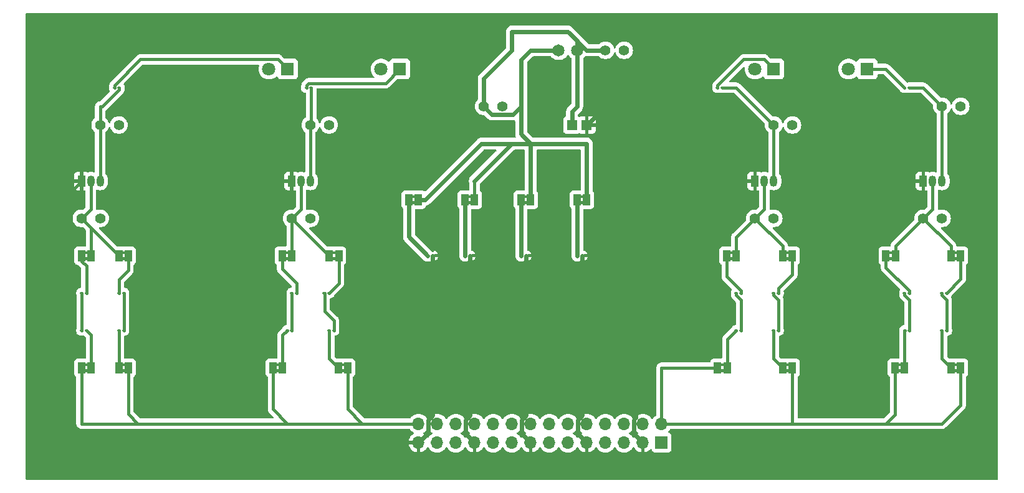
<source format=gbr>
%TF.GenerationSoftware,KiCad,Pcbnew,7.0.10*%
%TF.CreationDate,2024-03-24T23:27:10+02:00*%
%TF.ProjectId,Sensing_Subsystem_Group_8,53656e73-696e-4675-9f53-756273797374,rev?*%
%TF.SameCoordinates,Original*%
%TF.FileFunction,Copper,L1,Top*%
%TF.FilePolarity,Positive*%
%FSLAX46Y46*%
G04 Gerber Fmt 4.6, Leading zero omitted, Abs format (unit mm)*
G04 Created by KiCad (PCBNEW 7.0.10) date 2024-03-24 23:27:10*
%MOMM*%
%LPD*%
G01*
G04 APERTURE LIST*
G04 Aperture macros list*
%AMRoundRect*
0 Rectangle with rounded corners*
0 $1 Rounding radius*
0 $2 $3 $4 $5 $6 $7 $8 $9 X,Y pos of 4 corners*
0 Add a 4 corners polygon primitive as box body*
4,1,4,$2,$3,$4,$5,$6,$7,$8,$9,$2,$3,0*
0 Add four circle primitives for the rounded corners*
1,1,$1+$1,$2,$3*
1,1,$1+$1,$4,$5*
1,1,$1+$1,$6,$7*
1,1,$1+$1,$8,$9*
0 Add four rect primitives between the rounded corners*
20,1,$1+$1,$2,$3,$4,$5,0*
20,1,$1+$1,$4,$5,$6,$7,0*
20,1,$1+$1,$6,$7,$8,$9,0*
20,1,$1+$1,$8,$9,$2,$3,0*%
G04 Aperture macros list end*
%TA.AperFunction,ComponentPad*%
%ADD10C,1.651003*%
%TD*%
%TA.AperFunction,SMDPad,CuDef*%
%ADD11R,1.410008X1.350013*%
%TD*%
%TA.AperFunction,ComponentPad*%
%ADD12C,1.400000*%
%TD*%
%TA.AperFunction,SMDPad,CuDef*%
%ADD13RoundRect,0.100000X-0.130000X-0.100000X0.130000X-0.100000X0.130000X0.100000X-0.130000X0.100000X0*%
%TD*%
%TA.AperFunction,ComponentPad*%
%ADD14R,1.050000X1.500000*%
%TD*%
%TA.AperFunction,ComponentPad*%
%ADD15O,1.050000X1.500000*%
%TD*%
%TA.AperFunction,SMDPad,CuDef*%
%ADD16R,1.000000X1.500000*%
%TD*%
%TA.AperFunction,ComponentPad*%
%ADD17R,1.800000X1.800000*%
%TD*%
%TA.AperFunction,ComponentPad*%
%ADD18C,1.800000*%
%TD*%
%TA.AperFunction,SMDPad,CuDef*%
%ADD19RoundRect,0.100000X0.130000X0.100000X-0.130000X0.100000X-0.130000X-0.100000X0.130000X-0.100000X0*%
%TD*%
%TA.AperFunction,ComponentPad*%
%ADD20R,1.700000X1.700000*%
%TD*%
%TA.AperFunction,ComponentPad*%
%ADD21O,1.700000X1.700000*%
%TD*%
%TA.AperFunction,Conductor*%
%ADD22C,0.400000*%
%TD*%
%TA.AperFunction,Conductor*%
%ADD23C,0.600000*%
%TD*%
%TA.AperFunction,Conductor*%
%ADD24C,0.250000*%
%TD*%
G04 APERTURE END LIST*
%TA.AperFunction,EtchedComponent*%
%TO.C,JP21*%
G36*
X202800000Y-106480000D02*
G01*
X202300000Y-106480000D01*
X202300000Y-106080000D01*
X202800000Y-106080000D01*
X202800000Y-106480000D01*
G37*
%TD.AperFunction*%
%TA.AperFunction,EtchedComponent*%
G36*
X202800000Y-107280000D02*
G01*
X202300000Y-107280000D01*
X202300000Y-106880000D01*
X202800000Y-106880000D01*
X202800000Y-107280000D01*
G37*
%TD.AperFunction*%
%TA.AperFunction,EtchedComponent*%
%TO.C,JP20*%
G36*
X193940000Y-106480000D02*
G01*
X193440000Y-106480000D01*
X193440000Y-106080000D01*
X193940000Y-106080000D01*
X193940000Y-106480000D01*
G37*
%TD.AperFunction*%
%TA.AperFunction,EtchedComponent*%
G36*
X193940000Y-107280000D02*
G01*
X193440000Y-107280000D01*
X193440000Y-106880000D01*
X193940000Y-106880000D01*
X193940000Y-107280000D01*
G37*
%TD.AperFunction*%
%TA.AperFunction,EtchedComponent*%
%TO.C,JP19*%
G36*
X202800000Y-121720000D02*
G01*
X202300000Y-121720000D01*
X202300000Y-121320000D01*
X202800000Y-121320000D01*
X202800000Y-121720000D01*
G37*
%TD.AperFunction*%
%TA.AperFunction,EtchedComponent*%
G36*
X202800000Y-122520000D02*
G01*
X202300000Y-122520000D01*
X202300000Y-122120000D01*
X202800000Y-122120000D01*
X202800000Y-122520000D01*
G37*
%TD.AperFunction*%
%TA.AperFunction,EtchedComponent*%
%TO.C,JP18*%
G36*
X195180000Y-121720000D02*
G01*
X194680000Y-121720000D01*
X194680000Y-121320000D01*
X195180000Y-121320000D01*
X195180000Y-121720000D01*
G37*
%TD.AperFunction*%
%TA.AperFunction,EtchedComponent*%
G36*
X195180000Y-122520000D02*
G01*
X194680000Y-122520000D01*
X194680000Y-122120000D01*
X195180000Y-122120000D01*
X195180000Y-122520000D01*
G37*
%TD.AperFunction*%
%TA.AperFunction,EtchedComponent*%
%TO.C,JP17*%
G36*
X136760000Y-98860000D02*
G01*
X136260000Y-98860000D01*
X136260000Y-98460000D01*
X136760000Y-98460000D01*
X136760000Y-98860000D01*
G37*
%TD.AperFunction*%
%TA.AperFunction,EtchedComponent*%
G36*
X136760000Y-99660000D02*
G01*
X136260000Y-99660000D01*
X136260000Y-99260000D01*
X136760000Y-99260000D01*
X136760000Y-99660000D01*
G37*
%TD.AperFunction*%
%TA.AperFunction,EtchedComponent*%
%TO.C,JP16*%
G36*
X129140000Y-98860000D02*
G01*
X128640000Y-98860000D01*
X128640000Y-98460000D01*
X129140000Y-98460000D01*
X129140000Y-98860000D01*
G37*
%TD.AperFunction*%
%TA.AperFunction,EtchedComponent*%
G36*
X129140000Y-99660000D02*
G01*
X128640000Y-99660000D01*
X128640000Y-99260000D01*
X129140000Y-99260000D01*
X129140000Y-99660000D01*
G37*
%TD.AperFunction*%
%TA.AperFunction,EtchedComponent*%
%TO.C,JP14*%
G36*
X152000000Y-98860000D02*
G01*
X151500000Y-98860000D01*
X151500000Y-98460000D01*
X152000000Y-98460000D01*
X152000000Y-98860000D01*
G37*
%TD.AperFunction*%
%TA.AperFunction,EtchedComponent*%
G36*
X152000000Y-99660000D02*
G01*
X151500000Y-99660000D01*
X151500000Y-99260000D01*
X152000000Y-99260000D01*
X152000000Y-99660000D01*
G37*
%TD.AperFunction*%
%TA.AperFunction,EtchedComponent*%
%TO.C,JP13*%
G36*
X144380000Y-98860000D02*
G01*
X143880000Y-98860000D01*
X143880000Y-98460000D01*
X144380000Y-98460000D01*
X144380000Y-98860000D01*
G37*
%TD.AperFunction*%
%TA.AperFunction,EtchedComponent*%
G36*
X144380000Y-99660000D02*
G01*
X143880000Y-99660000D01*
X143880000Y-99260000D01*
X144380000Y-99260000D01*
X144380000Y-99660000D01*
G37*
%TD.AperFunction*%
%TA.AperFunction,EtchedComponent*%
%TO.C,JP12*%
G36*
X179940000Y-106480000D02*
G01*
X179440000Y-106480000D01*
X179440000Y-106080000D01*
X179940000Y-106080000D01*
X179940000Y-106480000D01*
G37*
%TD.AperFunction*%
%TA.AperFunction,EtchedComponent*%
G36*
X179940000Y-107280000D02*
G01*
X179440000Y-107280000D01*
X179440000Y-106880000D01*
X179940000Y-106880000D01*
X179940000Y-107280000D01*
G37*
%TD.AperFunction*%
%TA.AperFunction,EtchedComponent*%
%TO.C,JP11*%
G36*
X172320000Y-106480000D02*
G01*
X171820000Y-106480000D01*
X171820000Y-106080000D01*
X172320000Y-106080000D01*
X172320000Y-106480000D01*
G37*
%TD.AperFunction*%
%TA.AperFunction,EtchedComponent*%
G36*
X172320000Y-107280000D02*
G01*
X171820000Y-107280000D01*
X171820000Y-106880000D01*
X172320000Y-106880000D01*
X172320000Y-107280000D01*
G37*
%TD.AperFunction*%
%TA.AperFunction,EtchedComponent*%
%TO.C,JP10*%
G36*
X179940000Y-121720000D02*
G01*
X179440000Y-121720000D01*
X179440000Y-121320000D01*
X179940000Y-121320000D01*
X179940000Y-121720000D01*
G37*
%TD.AperFunction*%
%TA.AperFunction,EtchedComponent*%
G36*
X179940000Y-122520000D02*
G01*
X179440000Y-122520000D01*
X179440000Y-122120000D01*
X179940000Y-122120000D01*
X179940000Y-122520000D01*
G37*
%TD.AperFunction*%
%TA.AperFunction,EtchedComponent*%
%TO.C,JP9*%
G36*
X171080000Y-121720000D02*
G01*
X170580000Y-121720000D01*
X170580000Y-121320000D01*
X171080000Y-121320000D01*
X171080000Y-121720000D01*
G37*
%TD.AperFunction*%
%TA.AperFunction,EtchedComponent*%
G36*
X171080000Y-122520000D02*
G01*
X170580000Y-122520000D01*
X170580000Y-122120000D01*
X171080000Y-122120000D01*
X171080000Y-122520000D01*
G37*
%TD.AperFunction*%
%TA.AperFunction,EtchedComponent*%
%TO.C,JP8*%
G36*
X118315000Y-106480000D02*
G01*
X117815000Y-106480000D01*
X117815000Y-106080000D01*
X118315000Y-106080000D01*
X118315000Y-106480000D01*
G37*
%TD.AperFunction*%
%TA.AperFunction,EtchedComponent*%
G36*
X118315000Y-107280000D02*
G01*
X117815000Y-107280000D01*
X117815000Y-106880000D01*
X118315000Y-106880000D01*
X118315000Y-107280000D01*
G37*
%TD.AperFunction*%
%TA.AperFunction,EtchedComponent*%
%TO.C,JP7*%
G36*
X111910000Y-106480000D02*
G01*
X111410000Y-106480000D01*
X111410000Y-106080000D01*
X111910000Y-106080000D01*
X111910000Y-106480000D01*
G37*
%TD.AperFunction*%
%TA.AperFunction,EtchedComponent*%
G36*
X111910000Y-107280000D02*
G01*
X111410000Y-107280000D01*
X111410000Y-106880000D01*
X111910000Y-106880000D01*
X111910000Y-107280000D01*
G37*
%TD.AperFunction*%
%TA.AperFunction,EtchedComponent*%
%TO.C,JP6*%
G36*
X119530000Y-121720000D02*
G01*
X119030000Y-121720000D01*
X119030000Y-121320000D01*
X119530000Y-121320000D01*
X119530000Y-121720000D01*
G37*
%TD.AperFunction*%
%TA.AperFunction,EtchedComponent*%
G36*
X119530000Y-122520000D02*
G01*
X119030000Y-122520000D01*
X119030000Y-122120000D01*
X119530000Y-122120000D01*
X119530000Y-122520000D01*
G37*
%TD.AperFunction*%
%TA.AperFunction,EtchedComponent*%
%TO.C,JP5*%
G36*
X110670000Y-122520000D02*
G01*
X110170000Y-122520000D01*
X110170000Y-122120000D01*
X110670000Y-122120000D01*
X110670000Y-122520000D01*
G37*
%TD.AperFunction*%
%TA.AperFunction,EtchedComponent*%
G36*
X110670000Y-121720000D02*
G01*
X110170000Y-121720000D01*
X110170000Y-121320000D01*
X110670000Y-121320000D01*
X110670000Y-121720000D01*
G37*
%TD.AperFunction*%
%TA.AperFunction,EtchedComponent*%
%TO.C,JP4*%
G36*
X89740000Y-106480000D02*
G01*
X89240000Y-106480000D01*
X89240000Y-106080000D01*
X89740000Y-106080000D01*
X89740000Y-106480000D01*
G37*
%TD.AperFunction*%
%TA.AperFunction,EtchedComponent*%
G36*
X89740000Y-107280000D02*
G01*
X89240000Y-107280000D01*
X89240000Y-106880000D01*
X89740000Y-106880000D01*
X89740000Y-107280000D01*
G37*
%TD.AperFunction*%
%TA.AperFunction,EtchedComponent*%
%TO.C,JP3*%
G36*
X84660000Y-106480000D02*
G01*
X84160000Y-106480000D01*
X84160000Y-106080000D01*
X84660000Y-106080000D01*
X84660000Y-106480000D01*
G37*
%TD.AperFunction*%
%TA.AperFunction,EtchedComponent*%
G36*
X84660000Y-107280000D02*
G01*
X84160000Y-107280000D01*
X84160000Y-106880000D01*
X84660000Y-106880000D01*
X84660000Y-107280000D01*
G37*
%TD.AperFunction*%
%TA.AperFunction,EtchedComponent*%
%TO.C,JP2*%
G36*
X89740000Y-121720000D02*
G01*
X89240000Y-121720000D01*
X89240000Y-121320000D01*
X89740000Y-121320000D01*
X89740000Y-121720000D01*
G37*
%TD.AperFunction*%
%TA.AperFunction,EtchedComponent*%
G36*
X89740000Y-122520000D02*
G01*
X89240000Y-122520000D01*
X89240000Y-122120000D01*
X89740000Y-122120000D01*
X89740000Y-122520000D01*
G37*
%TD.AperFunction*%
%TA.AperFunction,EtchedComponent*%
%TO.C,JP1*%
G36*
X84660000Y-121720000D02*
G01*
X84160000Y-121720000D01*
X84160000Y-121320000D01*
X84660000Y-121320000D01*
X84660000Y-121720000D01*
G37*
%TD.AperFunction*%
%TA.AperFunction,EtchedComponent*%
G36*
X84660000Y-122520000D02*
G01*
X84160000Y-122520000D01*
X84160000Y-122120000D01*
X84660000Y-122120000D01*
X84660000Y-122520000D01*
G37*
%TD.AperFunction*%
%TD*%
D10*
%TO.P,LED1,2,C*%
%TO.N,BATT*%
X151130003Y-78740000D03*
%TO.P,LED1,1,E*%
%TO.N,PA3*%
X148589997Y-78740000D03*
%TD*%
D11*
%TO.P,C1,2,2*%
%TO.N,PA3*%
X150400000Y-88900000D03*
%TO.P,C1,1,1*%
%TO.N,GND*%
X152400000Y-88900000D03*
%TD*%
D12*
%TO.P,TP10,1,1*%
%TO.N,PA3*%
X154940000Y-78740000D03*
%TO.P,TP10,2*%
%TO.N,N/C*%
X157480000Y-78740000D03*
%TD*%
%TO.P,TP9,1,1*%
%TO.N,Net-(Q5-C)*%
X200660000Y-86360000D03*
%TO.P,TP9,2*%
%TO.N,N/C*%
X203200000Y-86360000D03*
%TD*%
%TO.P,TP8,1,1*%
%TO.N,Net-(JP20-B)*%
X198120000Y-101600000D03*
%TO.P,TP8,2*%
%TO.N,N/C*%
X200660000Y-101600000D03*
%TD*%
D13*
%TO.P,R28,1*%
%TO.N,Net-(D2-K)*%
X195580000Y-83820000D03*
%TO.P,R28,2*%
%TO.N,Net-(Q5-C)*%
X196220000Y-83820000D03*
%TD*%
%TO.P,R27,1*%
%TO.N,Net-(R25-Pad2)*%
X200660000Y-111760000D03*
%TO.P,R27,2*%
%TO.N,Net-(JP21-B)*%
X201300000Y-111760000D03*
%TD*%
%TO.P,R26,1*%
%TO.N,Net-(R24-Pad2)*%
X195580000Y-111760000D03*
%TO.P,R26,2*%
%TO.N,Net-(JP20-A)*%
X196220000Y-111760000D03*
%TD*%
%TO.P,R25,1*%
%TO.N,Net-(JP19-A)*%
X200660000Y-116840000D03*
%TO.P,R25,2*%
%TO.N,Net-(R25-Pad2)*%
X201300000Y-116840000D03*
%TD*%
%TO.P,R24,1*%
%TO.N,Net-(JP18-B)*%
X195605000Y-116840000D03*
%TO.P,R24,2*%
%TO.N,Net-(R24-Pad2)*%
X196245000Y-116840000D03*
%TD*%
D14*
%TO.P,Q5,1,E*%
%TO.N,GND*%
X198120000Y-96520000D03*
D15*
%TO.P,Q5,2,B*%
%TO.N,Net-(JP20-B)*%
X199390000Y-96520000D03*
%TO.P,Q5,3,C*%
%TO.N,Net-(Q5-C)*%
X200660000Y-96520000D03*
%TD*%
D16*
%TO.P,JP21,1,A*%
%TO.N,Net-(JP20-B)*%
X201900000Y-106680000D03*
%TO.P,JP21,2,B*%
%TO.N,Net-(JP21-B)*%
X203200000Y-106680000D03*
%TD*%
%TO.P,JP20,1,A*%
%TO.N,Net-(JP20-A)*%
X193040000Y-106680000D03*
%TO.P,JP20,2,B*%
%TO.N,Net-(JP20-B)*%
X194340000Y-106680000D03*
%TD*%
%TO.P,JP19,1,A*%
%TO.N,Net-(JP19-A)*%
X201900000Y-121920000D03*
%TO.P,JP19,2,B*%
%TO.N,3V3*%
X203200000Y-121920000D03*
%TD*%
%TO.P,JP18,1,A*%
%TO.N,3V3*%
X194280000Y-121920000D03*
%TO.P,JP18,2,B*%
%TO.N,Net-(JP18-B)*%
X195580000Y-121920000D03*
%TD*%
D17*
%TO.P,D2,1,K*%
%TO.N,Net-(D2-K)*%
X190500000Y-81280000D03*
D18*
%TO.P,D2,2,A*%
%TO.N,BATT*%
X187960000Y-81280000D03*
%TD*%
D12*
%TO.P,TP7,1,1*%
%TO.N,PA3*%
X138400000Y-86360000D03*
%TO.P,TP7,2*%
%TO.N,N/C*%
X140940000Y-86360000D03*
%TD*%
%TO.P,TP6,1,1*%
%TO.N,Net-(Q3-C)*%
X177800000Y-88900000D03*
%TO.P,TP6,2*%
%TO.N,N/C*%
X180340000Y-88900000D03*
%TD*%
%TO.P,TP5,1,1*%
%TO.N,Net-(Q1-C)*%
X114850000Y-88900000D03*
%TO.P,TP5,2*%
%TO.N,N/C*%
X117390000Y-88900000D03*
%TD*%
%TO.P,TP4,1,1*%
%TO.N,Net-(Q2-C)*%
X86300000Y-88900000D03*
%TO.P,TP4,2*%
%TO.N,N/C*%
X88840000Y-88900000D03*
%TD*%
%TO.P,TP3,1,1*%
%TO.N,Net-(JP11-B)*%
X175260000Y-101600000D03*
%TO.P,TP3,2*%
%TO.N,N/C*%
X177800000Y-101600000D03*
%TD*%
%TO.P,TP2,1,1*%
%TO.N,Net-(JP7-B)*%
X112310000Y-101600000D03*
%TO.P,TP2,2*%
%TO.N,N/C*%
X114850000Y-101600000D03*
%TD*%
%TO.P,TP1,1,1*%
%TO.N,Net-(JP3-B)*%
X83760000Y-101600000D03*
%TO.P,TP1,2*%
%TO.N,N/C*%
X86300000Y-101600000D03*
%TD*%
D13*
%TO.P,R22,1*%
%TO.N,Net-(JP14-A)*%
X151125000Y-106680000D03*
%TO.P,R22,2*%
%TO.N,GND*%
X151765000Y-106680000D03*
%TD*%
%TO.P,R21,1*%
%TO.N,Net-(JP13-A)*%
X143505000Y-106680000D03*
%TO.P,R21,2*%
%TO.N,GND*%
X144145000Y-106680000D03*
%TD*%
%TO.P,R20,1*%
%TO.N,Net-(JP16-A)*%
X130805000Y-106680000D03*
%TO.P,R20,2*%
%TO.N,GND*%
X131445000Y-106680000D03*
%TD*%
%TO.P,R19,1*%
%TO.N,Net-(JP17-A)*%
X135885000Y-106680000D03*
%TO.P,R19,2*%
%TO.N,GND*%
X136525000Y-106680000D03*
%TD*%
%TO.P,R17,1*%
%TO.N,Net-(D4-K)*%
X170180000Y-83820000D03*
%TO.P,R17,2*%
%TO.N,Net-(Q3-C)*%
X170820000Y-83820000D03*
%TD*%
%TO.P,R16,1*%
%TO.N,Net-(R14-Pad2)*%
X177800000Y-111760000D03*
%TO.P,R16,2*%
%TO.N,Net-(JP12-B)*%
X178440000Y-111760000D03*
%TD*%
%TO.P,R15,1*%
%TO.N,Net-(R13-Pad2)*%
X172720000Y-111760000D03*
%TO.P,R15,2*%
%TO.N,Net-(JP11-A)*%
X173360000Y-111760000D03*
%TD*%
%TO.P,R14,1*%
%TO.N,Net-(JP10-A)*%
X177800000Y-116840000D03*
%TO.P,R14,2*%
%TO.N,Net-(R14-Pad2)*%
X178440000Y-116840000D03*
%TD*%
%TO.P,R13,1*%
%TO.N,Net-(JP9-B)*%
X172720000Y-116840000D03*
%TO.P,R13,2*%
%TO.N,Net-(R13-Pad2)*%
X173360000Y-116840000D03*
%TD*%
%TO.P,R11,1*%
%TO.N,Net-(D3-K)*%
X114325000Y-83820000D03*
%TO.P,R11,2*%
%TO.N,Net-(Q1-C)*%
X114965000Y-83820000D03*
%TD*%
%TO.P,R10,1*%
%TO.N,Net-(R10-Pad1)*%
X116750000Y-111760000D03*
%TO.P,R10,2*%
%TO.N,Net-(JP8-B)*%
X117390000Y-111760000D03*
%TD*%
%TO.P,R9,1*%
%TO.N,Net-(R7-Pad2)*%
X112335000Y-111760000D03*
%TO.P,R9,2*%
%TO.N,Net-(JP7-A)*%
X112975000Y-111760000D03*
%TD*%
%TO.P,R8,1*%
%TO.N,Net-(JP6-A)*%
X117415000Y-116840000D03*
%TO.P,R8,2*%
%TO.N,Net-(R10-Pad1)*%
X118055000Y-116840000D03*
%TD*%
%TO.P,R7,1*%
%TO.N,Net-(JP5-B)*%
X111695000Y-116840000D03*
%TO.P,R7,2*%
%TO.N,Net-(R7-Pad2)*%
X112335000Y-116840000D03*
%TD*%
D19*
%TO.P,R6,1*%
%TO.N,Net-(R5-Pad2)*%
X89505000Y-111760000D03*
%TO.P,R6,2*%
%TO.N,Net-(JP4-B)*%
X88865000Y-111760000D03*
%TD*%
D13*
%TO.P,R5,1*%
%TO.N,Net-(JP2-A)*%
X88865000Y-116840000D03*
%TO.P,R5,2*%
%TO.N,Net-(R5-Pad2)*%
X89505000Y-116840000D03*
%TD*%
%TO.P,R4,1*%
%TO.N,Net-(R3-Pad2)*%
X83785000Y-111760000D03*
%TO.P,R4,2*%
%TO.N,Net-(JP3-A)*%
X84425000Y-111760000D03*
%TD*%
D19*
%TO.P,R3,1*%
%TO.N,Net-(JP1-B)*%
X84425000Y-116840000D03*
%TO.P,R3,2*%
%TO.N,Net-(R3-Pad2)*%
X83785000Y-116840000D03*
%TD*%
D13*
%TO.P,R1,1*%
%TO.N,Net-(D1-K)*%
X88235000Y-83820000D03*
%TO.P,R1,2*%
%TO.N,Net-(Q2-C)*%
X88875000Y-83820000D03*
%TD*%
D14*
%TO.P,Q3,1,E*%
%TO.N,GND*%
X175260000Y-96520000D03*
D15*
%TO.P,Q3,2,B*%
%TO.N,Net-(JP11-B)*%
X176530000Y-96520000D03*
%TO.P,Q3,3,C*%
%TO.N,Net-(Q3-C)*%
X177800000Y-96520000D03*
%TD*%
D14*
%TO.P,Q2,1,E*%
%TO.N,GND*%
X83760000Y-96520000D03*
D15*
%TO.P,Q2,2,B*%
%TO.N,Net-(JP3-B)*%
X85030000Y-96520000D03*
%TO.P,Q2,3,C*%
%TO.N,Net-(Q2-C)*%
X86300000Y-96520000D03*
%TD*%
D14*
%TO.P,Q1,1,E*%
%TO.N,GND*%
X112310000Y-96520000D03*
D15*
%TO.P,Q1,2,B*%
%TO.N,Net-(JP7-B)*%
X113580000Y-96520000D03*
%TO.P,Q1,3,C*%
%TO.N,Net-(Q1-C)*%
X114850000Y-96520000D03*
%TD*%
D16*
%TO.P,JP17,1,A*%
%TO.N,Net-(JP17-A)*%
X135860000Y-99060000D03*
%TO.P,JP17,2,B*%
%TO.N,PA3*%
X137160000Y-99060000D03*
%TD*%
%TO.P,JP16,1,A*%
%TO.N,Net-(JP16-A)*%
X128240000Y-99060000D03*
%TO.P,JP16,2,B*%
%TO.N,PA3*%
X129540000Y-99060000D03*
%TD*%
%TO.P,JP14,1,A*%
%TO.N,Net-(JP14-A)*%
X151100000Y-99060000D03*
%TO.P,JP14,2,B*%
%TO.N,PA3*%
X152400000Y-99060000D03*
%TD*%
%TO.P,JP13,1,A*%
%TO.N,Net-(JP13-A)*%
X143480000Y-99060000D03*
%TO.P,JP13,2,B*%
%TO.N,PA3*%
X144780000Y-99060000D03*
%TD*%
%TO.P,JP12,1,A*%
%TO.N,Net-(JP11-B)*%
X179040000Y-106680000D03*
%TO.P,JP12,2,B*%
%TO.N,Net-(JP12-B)*%
X180340000Y-106680000D03*
%TD*%
%TO.P,JP11,1,A*%
%TO.N,Net-(JP11-A)*%
X171420000Y-106680000D03*
%TO.P,JP11,2,B*%
%TO.N,Net-(JP11-B)*%
X172720000Y-106680000D03*
%TD*%
%TO.P,JP10,1,A*%
%TO.N,Net-(JP10-A)*%
X179040000Y-121920000D03*
%TO.P,JP10,2,B*%
%TO.N,3V3*%
X180340000Y-121920000D03*
%TD*%
%TO.P,JP9,1,A*%
%TO.N,3V3*%
X170180000Y-121920000D03*
%TO.P,JP9,2,B*%
%TO.N,Net-(JP9-B)*%
X171480000Y-121920000D03*
%TD*%
%TO.P,JP8,1,A*%
%TO.N,Net-(JP7-B)*%
X117415000Y-106680000D03*
%TO.P,JP8,2,B*%
%TO.N,Net-(JP8-B)*%
X118715000Y-106680000D03*
%TD*%
%TO.P,JP7,1,A*%
%TO.N,Net-(JP7-A)*%
X111010000Y-106680000D03*
%TO.P,JP7,2,B*%
%TO.N,Net-(JP7-B)*%
X112310000Y-106680000D03*
%TD*%
%TO.P,JP6,1,A*%
%TO.N,Net-(JP6-A)*%
X118630000Y-121920000D03*
%TO.P,JP6,2,B*%
%TO.N,3V3*%
X119930000Y-121920000D03*
%TD*%
%TO.P,JP5,2,B*%
%TO.N,Net-(JP5-B)*%
X111070000Y-121920000D03*
%TO.P,JP5,1,A*%
%TO.N,3V3*%
X109770000Y-121920000D03*
%TD*%
%TO.P,JP4,1,A*%
%TO.N,Net-(JP3-B)*%
X88840000Y-106680000D03*
%TO.P,JP4,2,B*%
%TO.N,Net-(JP4-B)*%
X90140000Y-106680000D03*
%TD*%
%TO.P,JP3,1,A*%
%TO.N,Net-(JP3-A)*%
X83760000Y-106680000D03*
%TO.P,JP3,2,B*%
%TO.N,Net-(JP3-B)*%
X85060000Y-106680000D03*
%TD*%
%TO.P,JP2,1,A*%
%TO.N,Net-(JP2-A)*%
X88840000Y-121920000D03*
%TO.P,JP2,2,B*%
%TO.N,3V3*%
X90140000Y-121920000D03*
%TD*%
%TO.P,JP1,1,A*%
%TO.N,3V3*%
X83760000Y-121920000D03*
%TO.P,JP1,2,B*%
%TO.N,Net-(JP1-B)*%
X85060000Y-121920000D03*
%TD*%
D20*
%TO.P,J1,1,Pin_1*%
%TO.N,RESV3*%
X162560000Y-132080000D03*
D21*
%TO.P,J1,2,Pin_2*%
%TO.N,3V3*%
X162560000Y-129540000D03*
%TO.P,J1,3,Pin_3*%
%TO.N,GND*%
X160020000Y-132080000D03*
%TO.P,J1,4,Pin_4*%
%TO.N,BATT*%
X160020000Y-129540000D03*
%TO.P,J1,5,Pin_5*%
%TO.N,PA3*%
X157480000Y-132080000D03*
%TO.P,J1,6,Pin_6*%
%TO.N,RESV2*%
X157480000Y-129540000D03*
%TO.P,J1,7,Pin_7*%
%TO.N,PA4*%
X154940000Y-132080000D03*
%TO.P,J1,8,Pin_8*%
%TO.N,PE15*%
X154940000Y-129540000D03*
%TO.P,J1,9,Pin_9*%
%TO.N,GND*%
X152400000Y-132080000D03*
%TO.P,J1,10,Pin_10*%
%TO.N,PE14*%
X152400000Y-129540000D03*
%TO.P,J1,11,Pin_11*%
%TO.N,PA5*%
X149860000Y-132080000D03*
%TO.P,J1,12,Pin_12*%
%TO.N,PE13*%
X149860000Y-129540000D03*
%TO.P,J1,13,Pin_13*%
%TO.N,PA6*%
X147320000Y-132080000D03*
%TO.P,J1,14,Pin_14*%
%TO.N,PE12*%
X147320000Y-129540000D03*
%TO.P,J1,15,Pin_15*%
%TO.N,GND*%
X144780000Y-132080000D03*
%TO.P,J1,16,Pin_16*%
%TO.N,PE11*%
X144780000Y-129540000D03*
%TO.P,J1,17,Pin_17*%
%TO.N,PA7*%
X142240000Y-132080000D03*
%TO.P,J1,18,Pin_18*%
%TO.N,PE10*%
X142240000Y-129540000D03*
%TO.P,J1,19,Pin_19*%
%TO.N,PC4*%
X139700000Y-132080000D03*
%TO.P,J1,20,Pin_20*%
%TO.N,PE9*%
X139700000Y-129540000D03*
%TO.P,J1,21,Pin_21*%
%TO.N,GND*%
X137160000Y-132080000D03*
%TO.P,J1,22,Pin_22*%
%TO.N,PE8*%
X137160000Y-129540000D03*
%TO.P,J1,23,Pin_23*%
%TO.N,PC5*%
X134620000Y-132080000D03*
%TO.P,J1,24,Pin_24*%
%TO.N,RESV1*%
X134620000Y-129540000D03*
%TO.P,J1,25,Pin_25*%
%TO.N,AB0*%
X132080000Y-132080000D03*
%TO.P,J1,26,Pin_26*%
%TO.N,BATT*%
X132080000Y-129540000D03*
%TO.P,J1,27,Pin_27*%
%TO.N,GND*%
X129540000Y-132080000D03*
%TO.P,J1,28,Pin_28*%
%TO.N,3V3*%
X129540000Y-129540000D03*
%TD*%
D17*
%TO.P,D4,1,K*%
%TO.N,Net-(D4-K)*%
X177800000Y-81280000D03*
D18*
%TO.P,D4,2,A*%
%TO.N,BATT*%
X175260000Y-81280000D03*
%TD*%
D17*
%TO.P,D3,1,K*%
%TO.N,Net-(D3-K)*%
X127000000Y-81280000D03*
D18*
%TO.P,D3,2,A*%
%TO.N,BATT*%
X124460000Y-81280000D03*
%TD*%
D17*
%TO.P,D1,1,K*%
%TO.N,Net-(D1-K)*%
X111760000Y-81280000D03*
D18*
%TO.P,D1,2,A*%
%TO.N,BATT*%
X109220000Y-81280000D03*
%TD*%
D22*
%TO.N,Net-(D2-K)*%
X193040000Y-81280000D02*
X195580000Y-83820000D01*
X190500000Y-81280000D02*
X193040000Y-81280000D01*
D23*
%TO.N,PA3*%
X144779994Y-78740000D02*
X148589997Y-78740000D01*
X143509997Y-80009997D02*
X144779994Y-78740000D01*
D22*
%TO.N,Net-(D1-K)*%
X110460000Y-79980000D02*
X111760000Y-81280000D01*
X91775122Y-79980000D02*
X110460000Y-79980000D01*
X88235000Y-83820000D02*
X88235000Y-83520122D01*
X88235000Y-83520122D02*
X91775122Y-79980000D01*
%TO.N,Net-(Q2-C)*%
X88875000Y-84119878D02*
X88875000Y-83820000D01*
X86609878Y-86385000D02*
X88875000Y-84119878D01*
X86300000Y-86385000D02*
X86609878Y-86385000D01*
%TO.N,Net-(D3-K)*%
X114325000Y-83520122D02*
X114325000Y-83820000D01*
X114625122Y-83220000D02*
X114325000Y-83520122D01*
X125060000Y-83220000D02*
X114625122Y-83220000D01*
%TO.N,Net-(Q1-C)*%
X114965000Y-88785000D02*
X114965000Y-83820000D01*
X114850000Y-88900000D02*
X114965000Y-88785000D01*
%TO.N,Net-(D3-K)*%
X125060000Y-83220000D02*
X127000000Y-81280000D01*
%TO.N,Net-(D4-K)*%
X176500000Y-79980000D02*
X177800000Y-81280000D01*
X173720122Y-79980000D02*
X176500000Y-79980000D01*
X170180000Y-83520122D02*
X173720122Y-79980000D01*
X170180000Y-83820000D02*
X170180000Y-83520122D01*
D23*
%TO.N,PA3*%
X143509997Y-86330003D02*
X143509997Y-80009997D01*
X143480000Y-86360000D02*
X143509997Y-86330003D01*
D22*
%TO.N,Net-(Q5-C)*%
X200660000Y-86360000D02*
X200660000Y-96520000D01*
%TO.N,Net-(Q3-C)*%
X177800000Y-96520000D02*
X177800000Y-88900000D01*
%TO.N,Net-(Q1-C)*%
X114850000Y-96520000D02*
X114850000Y-88900000D01*
%TO.N,Net-(Q2-C)*%
X86300000Y-88900000D02*
X86300000Y-96520000D01*
D23*
%TO.N,GND*%
X154100000Y-87200000D02*
X152400000Y-88900000D01*
X154100000Y-86360000D02*
X154100000Y-87200000D01*
%TO.N,PA3*%
X150400000Y-87060000D02*
X150400000Y-88900000D01*
X151100000Y-86360000D02*
X150400000Y-87060000D01*
X152400000Y-78740000D02*
X154940000Y-78740000D01*
X149860000Y-76200000D02*
X152400000Y-78740000D01*
X138400000Y-82580000D02*
X142240000Y-78740000D01*
X142240000Y-78740000D02*
X142240000Y-76200000D01*
X138400000Y-86360000D02*
X138400000Y-82580000D01*
%TO.N,GND*%
X161020000Y-93280000D02*
X161020000Y-122480000D01*
X161020000Y-122480000D02*
X159040000Y-124460000D01*
X154100000Y-86360000D02*
X161020000Y-93280000D01*
X159040000Y-124460000D02*
X159040000Y-128752233D01*
%TO.N,PA3*%
X137160000Y-96520000D02*
X142240000Y-91440000D01*
D22*
X137160000Y-99060000D02*
X137160000Y-96520000D01*
D23*
X142240000Y-91440000D02*
X144780000Y-91440000D01*
X138060000Y-91440000D02*
X142240000Y-91440000D01*
X144780000Y-99060000D02*
X144780000Y-91440000D01*
X144780000Y-91440000D02*
X152400000Y-91440000D01*
X152400000Y-99060000D02*
X152400000Y-91440000D01*
X151100000Y-77440000D02*
X151100000Y-86360000D01*
X149860000Y-76200000D02*
X151100000Y-77440000D01*
X142240000Y-76200000D02*
X149860000Y-76200000D01*
X139500000Y-87460000D02*
X138400000Y-86360000D01*
X142380000Y-87460000D02*
X139500000Y-87460000D01*
X143480000Y-86360000D02*
X142380000Y-87460000D01*
X143480000Y-90140000D02*
X143480000Y-86360000D01*
X144780000Y-91440000D02*
X143480000Y-90140000D01*
X130440000Y-99060000D02*
X138060000Y-91440000D01*
X129540000Y-99060000D02*
X130440000Y-99060000D01*
%TO.N,Net-(JP16-A)*%
X128240000Y-104115000D02*
X128240000Y-99060000D01*
X130805000Y-106680000D02*
X128240000Y-104115000D01*
D22*
%TO.N,Net-(JP17-A)*%
X135885000Y-99085000D02*
X135860000Y-99060000D01*
D23*
X135885000Y-106680000D02*
X135885000Y-99085000D01*
D22*
%TO.N,Net-(JP13-A)*%
X143505000Y-99085000D02*
X143480000Y-99060000D01*
D23*
X143505000Y-106680000D02*
X143505000Y-99085000D01*
D22*
%TO.N,Net-(JP14-A)*%
X151125000Y-99085000D02*
X151100000Y-99060000D01*
D23*
X151125000Y-106680000D02*
X151125000Y-99085000D01*
%TO.N,GND*%
X158770000Y-130830000D02*
X160020000Y-132080000D01*
X158770000Y-129022233D02*
X158770000Y-130830000D01*
D22*
X159040000Y-128752233D02*
X158770000Y-129022233D01*
D23*
X151150000Y-130830000D02*
X152400000Y-132080000D01*
X151150000Y-129022233D02*
X151150000Y-130830000D01*
X151765000Y-128407233D02*
X151150000Y-129022233D01*
X151765000Y-106680000D02*
X151765000Y-128407233D01*
X144145000Y-128407233D02*
X143530000Y-129022233D01*
X144145000Y-106680000D02*
X144145000Y-128407233D01*
X143530000Y-129022233D02*
X143530000Y-130830000D01*
X143530000Y-130830000D02*
X144780000Y-132080000D01*
X135910000Y-129022233D02*
X135910000Y-130830000D01*
X136525000Y-128407233D02*
X135910000Y-129022233D01*
X135910000Y-130830000D02*
X137160000Y-132080000D01*
X136525000Y-106680000D02*
X136525000Y-128407233D01*
X130830000Y-130790000D02*
X129540000Y-132080000D01*
X130830000Y-129022233D02*
X130830000Y-130790000D01*
X131445000Y-128407233D02*
X130830000Y-129022233D01*
X131445000Y-106680000D02*
X131445000Y-128407233D01*
D22*
%TO.N,Net-(Q5-C)*%
X198120000Y-83820000D02*
X196220000Y-83820000D01*
X200660000Y-86360000D02*
X198120000Y-83820000D01*
%TO.N,Net-(JP20-B)*%
X199390000Y-100330000D02*
X199390000Y-96520000D01*
X198120000Y-101600000D02*
X199390000Y-100330000D01*
X201900000Y-105380000D02*
X198120000Y-101600000D01*
X201900000Y-106680000D02*
X201900000Y-105380000D01*
X194340000Y-105380000D02*
X198120000Y-101600000D01*
X194340000Y-106680000D02*
X194340000Y-105380000D01*
%TO.N,Net-(JP21-B)*%
X203200000Y-109860000D02*
X203200000Y-106680000D01*
X201300000Y-111760000D02*
X203200000Y-109860000D01*
%TO.N,Net-(JP20-A)*%
X196220000Y-111460122D02*
X193040000Y-108280122D01*
X193040000Y-108280122D02*
X193040000Y-106680000D01*
X196220000Y-111760000D02*
X196220000Y-111460122D01*
%TO.N,Net-(R25-Pad2)*%
X200660000Y-112059878D02*
X200660000Y-111760000D01*
X201300000Y-112699878D02*
X200660000Y-112059878D01*
X201300000Y-116840000D02*
X201300000Y-112699878D01*
%TO.N,Net-(R24-Pad2)*%
X196245000Y-112724878D02*
X195580000Y-112059878D01*
X195580000Y-112059878D02*
X195580000Y-111760000D01*
X196245000Y-116840000D02*
X196245000Y-112724878D01*
%TO.N,Net-(JP19-A)*%
X200660000Y-120680000D02*
X200660000Y-116840000D01*
X201900000Y-121920000D02*
X200660000Y-120680000D01*
%TO.N,Net-(JP18-B)*%
X195580000Y-116865000D02*
X195605000Y-116840000D01*
X195580000Y-121920000D02*
X195580000Y-116865000D01*
%TO.N,Net-(Q3-C)*%
X172720000Y-83820000D02*
X170820000Y-83820000D01*
X177800000Y-88900000D02*
X172720000Y-83820000D01*
X175260000Y-86360000D02*
X177800000Y-88900000D01*
%TO.N,Net-(JP11-B)*%
X176530000Y-100330000D02*
X176530000Y-96520000D01*
X175260000Y-101600000D02*
X176530000Y-100330000D01*
X179040000Y-105380000D02*
X175260000Y-101600000D01*
X179040000Y-106680000D02*
X179040000Y-105380000D01*
X172720000Y-104140000D02*
X175260000Y-101600000D01*
X172720000Y-106680000D02*
X172720000Y-104140000D01*
%TO.N,Net-(JP12-B)*%
X180340000Y-109220000D02*
X180340000Y-106680000D01*
X178440000Y-111120000D02*
X180340000Y-109220000D01*
X178440000Y-111760000D02*
X178440000Y-111120000D01*
%TO.N,Net-(JP11-A)*%
X171420000Y-109520122D02*
X171420000Y-106680000D01*
X173360000Y-111460122D02*
X171420000Y-109520122D01*
X173360000Y-111760000D02*
X173360000Y-111460122D01*
%TO.N,Net-(R14-Pad2)*%
X178440000Y-112699878D02*
X177800000Y-112059878D01*
X178440000Y-116840000D02*
X178440000Y-112699878D01*
X177800000Y-112059878D02*
X177800000Y-111760000D01*
%TO.N,Net-(JP10-A)*%
X179040000Y-121920000D02*
X177800000Y-120680000D01*
X177800000Y-120680000D02*
X177800000Y-116840000D01*
%TO.N,Net-(R13-Pad2)*%
X172720000Y-112059878D02*
X172720000Y-111760000D01*
X173360000Y-112699878D02*
X172720000Y-112059878D01*
X173360000Y-116840000D02*
X173360000Y-112699878D01*
%TO.N,Net-(JP9-B)*%
X171480000Y-118080000D02*
X172720000Y-116840000D01*
X171480000Y-121920000D02*
X171480000Y-118080000D01*
%TO.N,Net-(JP7-B)*%
X113580000Y-100330000D02*
X113580000Y-96520000D01*
X112310000Y-101600000D02*
X113580000Y-100330000D01*
%TO.N,Net-(JP3-B)*%
X88840000Y-106680000D02*
X83760000Y-101600000D01*
%TO.N,Net-(JP7-B)*%
X117390000Y-106680000D02*
X112310000Y-101600000D01*
X117415000Y-106680000D02*
X117390000Y-106680000D01*
X112310000Y-106680000D02*
X112310000Y-101600000D01*
%TO.N,Net-(JP8-B)*%
X118715000Y-110435000D02*
X118715000Y-106680000D01*
X117390000Y-111760000D02*
X118715000Y-110435000D01*
%TO.N,Net-(JP7-A)*%
X111010000Y-108470000D02*
X111010000Y-106680000D01*
X112975000Y-110435000D02*
X111010000Y-108470000D01*
X112975000Y-111760000D02*
X112975000Y-110435000D01*
%TO.N,Net-(R10-Pad1)*%
X116760000Y-114220000D02*
X116760000Y-111760000D01*
X118055000Y-115515000D02*
X116760000Y-114220000D01*
X118055000Y-116840000D02*
X118055000Y-115515000D01*
%TO.N,Net-(R7-Pad2)*%
X112335000Y-116840000D02*
X112335000Y-111760000D01*
%TO.N,Net-(JP6-A)*%
X117415000Y-120705000D02*
X117415000Y-116840000D01*
X118630000Y-121920000D02*
X117415000Y-120705000D01*
%TO.N,Net-(JP5-B)*%
X111070000Y-117465000D02*
X111695000Y-116840000D01*
X111070000Y-121920000D02*
X111070000Y-117465000D01*
%TO.N,Net-(Q2-C)*%
X86300000Y-88900000D02*
X86300000Y-86385000D01*
%TO.N,GND*%
X78740000Y-132080000D02*
X129540000Y-132080000D01*
X78740000Y-101540000D02*
X78740000Y-132080000D01*
X83760000Y-96520000D02*
X78740000Y-101540000D01*
%TO.N,Net-(JP3-B)*%
X85030000Y-100330000D02*
X85030000Y-96520000D01*
X83760000Y-101600000D02*
X85030000Y-100330000D01*
%TO.N,*%
X86300000Y-101600000D02*
X86360000Y-101600000D01*
%TO.N,Net-(JP3-B)*%
X85060000Y-102900000D02*
X83760000Y-101600000D01*
X85060000Y-106680000D02*
X85060000Y-102900000D01*
%TO.N,Net-(JP4-B)*%
X88865000Y-109910000D02*
X90140000Y-108635000D01*
X88865000Y-111760000D02*
X88865000Y-109910000D01*
X90140000Y-108635000D02*
X90140000Y-106680000D01*
%TO.N,Net-(JP3-A)*%
X83760000Y-107430000D02*
X83760000Y-106680000D01*
X84425000Y-108095000D02*
X83760000Y-107430000D01*
X84425000Y-111760000D02*
X84425000Y-108095000D01*
%TO.N,Net-(R5-Pad2)*%
X89505000Y-116840000D02*
X89505000Y-111760000D01*
%TO.N,Net-(R3-Pad2)*%
X83785000Y-116840000D02*
X83785000Y-111760000D01*
%TO.N,Net-(JP2-A)*%
X88840000Y-116865000D02*
X88865000Y-116840000D01*
X88840000Y-121920000D02*
X88840000Y-116865000D01*
%TO.N,Net-(JP1-B)*%
X85060000Y-117475000D02*
X84425000Y-116840000D01*
X85060000Y-121920000D02*
X85060000Y-117475000D01*
%TO.N,3V3*%
X83760000Y-129480000D02*
X83760000Y-121920000D01*
D24*
X83820000Y-129540000D02*
X83760000Y-129480000D01*
D22*
X129540000Y-129540000D02*
X83820000Y-129540000D01*
X90140000Y-128240000D02*
X90140000Y-121920000D01*
X91440000Y-129540000D02*
X90140000Y-128240000D01*
X129540000Y-129540000D02*
X91440000Y-129540000D01*
X109770000Y-127550000D02*
X109770000Y-121920000D01*
X111760000Y-129540000D02*
X109770000Y-127550000D01*
X129540000Y-129540000D02*
X111760000Y-129540000D01*
X119930000Y-127550000D02*
X119930000Y-121920000D01*
X121920000Y-129540000D02*
X119930000Y-127550000D01*
D24*
X129540000Y-129540000D02*
X121920000Y-129540000D01*
D22*
X162560000Y-129540000D02*
X200660000Y-129540000D01*
X200660000Y-129540000D02*
X203200000Y-127000000D01*
X203200000Y-127000000D02*
X203200000Y-121920000D01*
X194280000Y-128300000D02*
X194280000Y-121920000D01*
X193040000Y-129540000D02*
X194280000Y-128300000D01*
X162560000Y-129540000D02*
X193040000Y-129540000D01*
X180340000Y-129540000D02*
X180340000Y-121920000D01*
X162560000Y-129540000D02*
X180340000Y-129540000D01*
X162560000Y-121920000D02*
X170180000Y-121920000D01*
X162560000Y-129540000D02*
X162560000Y-121920000D01*
%TD*%
%TA.AperFunction,Conductor*%
%TO.N,GND*%
G36*
X130894855Y-130206546D02*
G01*
X130911575Y-130225842D01*
X131041501Y-130411396D01*
X131041506Y-130411402D01*
X131208597Y-130578493D01*
X131208603Y-130578498D01*
X131394158Y-130708425D01*
X131437783Y-130763002D01*
X131444977Y-130832500D01*
X131413454Y-130894855D01*
X131394158Y-130911575D01*
X131208597Y-131041505D01*
X131041508Y-131208594D01*
X130911269Y-131394595D01*
X130856692Y-131438219D01*
X130787193Y-131445412D01*
X130724839Y-131413890D01*
X130708119Y-131394594D01*
X130578113Y-131208926D01*
X130578108Y-131208920D01*
X130411078Y-131041890D01*
X130225405Y-130911879D01*
X130181780Y-130857302D01*
X130174588Y-130787804D01*
X130206110Y-130725449D01*
X130225406Y-130708730D01*
X130225842Y-130708425D01*
X130411401Y-130578495D01*
X130578495Y-130411401D01*
X130708425Y-130225842D01*
X130763002Y-130182217D01*
X130832500Y-130175023D01*
X130894855Y-130206546D01*
G37*
%TD.AperFunction*%
%TA.AperFunction,Conductor*%
G36*
X135974855Y-130206546D02*
G01*
X135991575Y-130225842D01*
X136038863Y-130293377D01*
X136121505Y-130411401D01*
X136288599Y-130578495D01*
X136455439Y-130695318D01*
X136474594Y-130708730D01*
X136518219Y-130763307D01*
X136525413Y-130832805D01*
X136493890Y-130895160D01*
X136474595Y-130911880D01*
X136288922Y-131041890D01*
X136288920Y-131041891D01*
X136121891Y-131208920D01*
X136121890Y-131208922D01*
X135991880Y-131394595D01*
X135937303Y-131438219D01*
X135867804Y-131445412D01*
X135805450Y-131413890D01*
X135788730Y-131394594D01*
X135658494Y-131208597D01*
X135491402Y-131041506D01*
X135491396Y-131041501D01*
X135305842Y-130911575D01*
X135262217Y-130856998D01*
X135255023Y-130787500D01*
X135286546Y-130725145D01*
X135305842Y-130708425D01*
X135418054Y-130629853D01*
X135491401Y-130578495D01*
X135658495Y-130411401D01*
X135788425Y-130225842D01*
X135843002Y-130182217D01*
X135912500Y-130175023D01*
X135974855Y-130206546D01*
G37*
%TD.AperFunction*%
%TA.AperFunction,Conductor*%
G36*
X143594855Y-130206546D02*
G01*
X143611575Y-130225842D01*
X143658863Y-130293377D01*
X143741505Y-130411401D01*
X143908599Y-130578495D01*
X144075439Y-130695318D01*
X144094594Y-130708730D01*
X144138219Y-130763307D01*
X144145413Y-130832805D01*
X144113890Y-130895160D01*
X144094595Y-130911880D01*
X143908922Y-131041890D01*
X143908920Y-131041891D01*
X143741891Y-131208920D01*
X143741890Y-131208922D01*
X143611880Y-131394595D01*
X143557303Y-131438219D01*
X143487804Y-131445412D01*
X143425450Y-131413890D01*
X143408730Y-131394594D01*
X143278494Y-131208597D01*
X143111402Y-131041506D01*
X143111396Y-131041501D01*
X142925842Y-130911575D01*
X142882217Y-130856998D01*
X142875023Y-130787500D01*
X142906546Y-130725145D01*
X142925842Y-130708425D01*
X143038054Y-130629853D01*
X143111401Y-130578495D01*
X143278495Y-130411401D01*
X143408425Y-130225842D01*
X143463002Y-130182217D01*
X143532500Y-130175023D01*
X143594855Y-130206546D01*
G37*
%TD.AperFunction*%
%TA.AperFunction,Conductor*%
G36*
X151214855Y-130206546D02*
G01*
X151231575Y-130225842D01*
X151278863Y-130293377D01*
X151361505Y-130411401D01*
X151528599Y-130578495D01*
X151695439Y-130695318D01*
X151714594Y-130708730D01*
X151758219Y-130763307D01*
X151765413Y-130832805D01*
X151733890Y-130895160D01*
X151714595Y-130911880D01*
X151528922Y-131041890D01*
X151528920Y-131041891D01*
X151361891Y-131208920D01*
X151361890Y-131208922D01*
X151231880Y-131394595D01*
X151177303Y-131438219D01*
X151107804Y-131445412D01*
X151045450Y-131413890D01*
X151028730Y-131394594D01*
X150898494Y-131208597D01*
X150731402Y-131041506D01*
X150731396Y-131041501D01*
X150545842Y-130911575D01*
X150502217Y-130856998D01*
X150495023Y-130787500D01*
X150526546Y-130725145D01*
X150545842Y-130708425D01*
X150658054Y-130629853D01*
X150731401Y-130578495D01*
X150898495Y-130411401D01*
X151028425Y-130225842D01*
X151083002Y-130182217D01*
X151152500Y-130175023D01*
X151214855Y-130206546D01*
G37*
%TD.AperFunction*%
%TA.AperFunction,Conductor*%
G36*
X158834855Y-130206546D02*
G01*
X158851575Y-130225842D01*
X158898863Y-130293377D01*
X158981505Y-130411401D01*
X159148599Y-130578495D01*
X159315439Y-130695318D01*
X159334594Y-130708730D01*
X159378219Y-130763307D01*
X159385413Y-130832805D01*
X159353890Y-130895160D01*
X159334595Y-130911880D01*
X159148922Y-131041890D01*
X159148920Y-131041891D01*
X158981891Y-131208920D01*
X158981890Y-131208922D01*
X158851880Y-131394595D01*
X158797303Y-131438219D01*
X158727804Y-131445412D01*
X158665450Y-131413890D01*
X158648730Y-131394594D01*
X158518494Y-131208597D01*
X158351402Y-131041506D01*
X158351396Y-131041501D01*
X158165842Y-130911575D01*
X158122217Y-130856998D01*
X158115023Y-130787500D01*
X158146546Y-130725145D01*
X158165842Y-130708425D01*
X158278054Y-130629853D01*
X158351401Y-130578495D01*
X158518495Y-130411401D01*
X158648425Y-130225842D01*
X158703002Y-130182217D01*
X158772500Y-130175023D01*
X158834855Y-130206546D01*
G37*
%TD.AperFunction*%
%TA.AperFunction,Conductor*%
G36*
X208222539Y-73680185D02*
G01*
X208268294Y-73732989D01*
X208279500Y-73784500D01*
X208279500Y-137035500D01*
X208259815Y-137102539D01*
X208207011Y-137148294D01*
X208155500Y-137159500D01*
X76324500Y-137159500D01*
X76257461Y-137139815D01*
X76211706Y-137087011D01*
X76200500Y-137035500D01*
X76200500Y-101600000D01*
X82554357Y-101600000D01*
X82574884Y-101821535D01*
X82574885Y-101821537D01*
X82635769Y-102035523D01*
X82635775Y-102035538D01*
X82734938Y-102234683D01*
X82734943Y-102234691D01*
X82869020Y-102412238D01*
X83033437Y-102562123D01*
X83033439Y-102562125D01*
X83222595Y-102679245D01*
X83222596Y-102679245D01*
X83222599Y-102679247D01*
X83430060Y-102759618D01*
X83648757Y-102800500D01*
X83648759Y-102800500D01*
X83871241Y-102800500D01*
X83871243Y-102800500D01*
X83890067Y-102796981D01*
X83959581Y-102804012D01*
X84000532Y-102831189D01*
X84323181Y-103153838D01*
X84356666Y-103215161D01*
X84359500Y-103241519D01*
X84359500Y-105305500D01*
X84339815Y-105372539D01*
X84287011Y-105418294D01*
X84235500Y-105429500D01*
X83212129Y-105429500D01*
X83212123Y-105429501D01*
X83152516Y-105435908D01*
X83017671Y-105486202D01*
X83017664Y-105486206D01*
X82902455Y-105572452D01*
X82902452Y-105572455D01*
X82816206Y-105687664D01*
X82816202Y-105687671D01*
X82765908Y-105822517D01*
X82759501Y-105882116D01*
X82759501Y-105882123D01*
X82759500Y-105882135D01*
X82759500Y-107477870D01*
X82759501Y-107477876D01*
X82765908Y-107537483D01*
X82816202Y-107672328D01*
X82816206Y-107672335D01*
X82902452Y-107787544D01*
X82902455Y-107787547D01*
X83017664Y-107873793D01*
X83017671Y-107873797D01*
X83152516Y-107924091D01*
X83212116Y-107930499D01*
X83212118Y-107930499D01*
X83212127Y-107930500D01*
X83218470Y-107930499D01*
X83285509Y-107950177D01*
X83306161Y-107966818D01*
X83688181Y-108348838D01*
X83721666Y-108410161D01*
X83724500Y-108436519D01*
X83724500Y-110936424D01*
X83704815Y-111003463D01*
X83652011Y-111049218D01*
X83616684Y-111059363D01*
X83498246Y-111074954D01*
X83498237Y-111074956D01*
X83352160Y-111135463D01*
X83226718Y-111231718D01*
X83130463Y-111357160D01*
X83069956Y-111503237D01*
X83069955Y-111503239D01*
X83054500Y-111620638D01*
X83054500Y-111899363D01*
X83069953Y-112016753D01*
X83069957Y-112016765D01*
X83075060Y-112029084D01*
X83084500Y-112076538D01*
X83084500Y-116523461D01*
X83075062Y-116570911D01*
X83069956Y-116583238D01*
X83054500Y-116700638D01*
X83054500Y-116979363D01*
X83069953Y-117096753D01*
X83069956Y-117096762D01*
X83130464Y-117242841D01*
X83226718Y-117368282D01*
X83352159Y-117464536D01*
X83498238Y-117525044D01*
X83615639Y-117540500D01*
X83685501Y-117540499D01*
X83685508Y-117540500D01*
X83699944Y-117540500D01*
X83880046Y-117540500D01*
X83880058Y-117540499D01*
X83954362Y-117540499D01*
X84053221Y-117527485D01*
X84122256Y-117538251D01*
X84157083Y-117562740D01*
X84323182Y-117728838D01*
X84356666Y-117790160D01*
X84359500Y-117816518D01*
X84359500Y-120545500D01*
X84339815Y-120612539D01*
X84287011Y-120658294D01*
X84235500Y-120669500D01*
X83212129Y-120669500D01*
X83212123Y-120669501D01*
X83152516Y-120675908D01*
X83017671Y-120726202D01*
X83017664Y-120726206D01*
X82902455Y-120812452D01*
X82902452Y-120812455D01*
X82816206Y-120927664D01*
X82816202Y-120927671D01*
X82765908Y-121062517D01*
X82760008Y-121117403D01*
X82759501Y-121122123D01*
X82759500Y-121122135D01*
X82759500Y-122717870D01*
X82759501Y-122717876D01*
X82765908Y-122777483D01*
X82816202Y-122912328D01*
X82816206Y-122912335D01*
X82885358Y-123004709D01*
X82902454Y-123027546D01*
X83009811Y-123107914D01*
X83051682Y-123163847D01*
X83059500Y-123207180D01*
X83059500Y-129522374D01*
X83074859Y-129648868D01*
X83074860Y-129648874D01*
X83135182Y-129807931D01*
X83197475Y-129898177D01*
X83231817Y-129947929D01*
X83289962Y-129999440D01*
X83300550Y-130010028D01*
X83352071Y-130068183D01*
X83492068Y-130164817D01*
X83492069Y-130164817D01*
X83492070Y-130164818D01*
X83518979Y-130175023D01*
X83620949Y-130213695D01*
X83651128Y-130225140D01*
X83720094Y-130233514D01*
X83777626Y-130240500D01*
X83777628Y-130240500D01*
X91365073Y-130240500D01*
X91387424Y-130242531D01*
X91397394Y-130244358D01*
X91457433Y-130240725D01*
X91464921Y-130240500D01*
X111685073Y-130240500D01*
X111707424Y-130242531D01*
X111717394Y-130244358D01*
X111777433Y-130240725D01*
X111784921Y-130240500D01*
X121845073Y-130240500D01*
X121867424Y-130242531D01*
X121877394Y-130244358D01*
X121937433Y-130240725D01*
X121944921Y-130240500D01*
X128317289Y-130240500D01*
X128384328Y-130260185D01*
X128418864Y-130293377D01*
X128501505Y-130411402D01*
X128623429Y-130533325D01*
X128668599Y-130578495D01*
X128835439Y-130695318D01*
X128854594Y-130708730D01*
X128898219Y-130763307D01*
X128905413Y-130832805D01*
X128873890Y-130895160D01*
X128854595Y-130911880D01*
X128668922Y-131041890D01*
X128668920Y-131041891D01*
X128501891Y-131208920D01*
X128501886Y-131208926D01*
X128366400Y-131402420D01*
X128366399Y-131402422D01*
X128266570Y-131616507D01*
X128266567Y-131616513D01*
X128209364Y-131829999D01*
X128209364Y-131830000D01*
X129106314Y-131830000D01*
X129080507Y-131870156D01*
X129040000Y-132008111D01*
X129040000Y-132151889D01*
X129080507Y-132289844D01*
X129106314Y-132330000D01*
X128209364Y-132330000D01*
X128266567Y-132543486D01*
X128266570Y-132543492D01*
X128366399Y-132757578D01*
X128501894Y-132951082D01*
X128668917Y-133118105D01*
X128862421Y-133253600D01*
X129076507Y-133353429D01*
X129076516Y-133353433D01*
X129290000Y-133410634D01*
X129290000Y-132515501D01*
X129397685Y-132564680D01*
X129504237Y-132580000D01*
X129575763Y-132580000D01*
X129682315Y-132564680D01*
X129790000Y-132515501D01*
X129790000Y-133410633D01*
X130003483Y-133353433D01*
X130003492Y-133353429D01*
X130217578Y-133253600D01*
X130411082Y-133118105D01*
X130578105Y-132951082D01*
X130708119Y-132765405D01*
X130762696Y-132721781D01*
X130832195Y-132714588D01*
X130894549Y-132746110D01*
X130911269Y-132765405D01*
X131041505Y-132951401D01*
X131208599Y-133118495D01*
X131305384Y-133186265D01*
X131402165Y-133254032D01*
X131402167Y-133254033D01*
X131402170Y-133254035D01*
X131616337Y-133353903D01*
X131844592Y-133415063D01*
X132021034Y-133430500D01*
X132079999Y-133435659D01*
X132080000Y-133435659D01*
X132080001Y-133435659D01*
X132138966Y-133430500D01*
X132315408Y-133415063D01*
X132543663Y-133353903D01*
X132757830Y-133254035D01*
X132951401Y-133118495D01*
X133118495Y-132951401D01*
X133248425Y-132765842D01*
X133303002Y-132722217D01*
X133372500Y-132715023D01*
X133434855Y-132746546D01*
X133451575Y-132765842D01*
X133581281Y-132951082D01*
X133581505Y-132951401D01*
X133748599Y-133118495D01*
X133845384Y-133186265D01*
X133942165Y-133254032D01*
X133942167Y-133254033D01*
X133942170Y-133254035D01*
X134156337Y-133353903D01*
X134384592Y-133415063D01*
X134561034Y-133430500D01*
X134619999Y-133435659D01*
X134620000Y-133435659D01*
X134620001Y-133435659D01*
X134678966Y-133430500D01*
X134855408Y-133415063D01*
X135083663Y-133353903D01*
X135297830Y-133254035D01*
X135491401Y-133118495D01*
X135658495Y-132951401D01*
X135788730Y-132765405D01*
X135843307Y-132721781D01*
X135912805Y-132714587D01*
X135975160Y-132746110D01*
X135991879Y-132765405D01*
X136121890Y-132951078D01*
X136288917Y-133118105D01*
X136482421Y-133253600D01*
X136696507Y-133353429D01*
X136696516Y-133353433D01*
X136910000Y-133410634D01*
X136910000Y-132515501D01*
X137017685Y-132564680D01*
X137124237Y-132580000D01*
X137195763Y-132580000D01*
X137302315Y-132564680D01*
X137410000Y-132515501D01*
X137410000Y-133410633D01*
X137623483Y-133353433D01*
X137623492Y-133353429D01*
X137837578Y-133253600D01*
X138031082Y-133118105D01*
X138198105Y-132951082D01*
X138328119Y-132765405D01*
X138382696Y-132721781D01*
X138452195Y-132714588D01*
X138514549Y-132746110D01*
X138531269Y-132765405D01*
X138661505Y-132951401D01*
X138828599Y-133118495D01*
X138925384Y-133186265D01*
X139022165Y-133254032D01*
X139022167Y-133254033D01*
X139022170Y-133254035D01*
X139236337Y-133353903D01*
X139464592Y-133415063D01*
X139641034Y-133430500D01*
X139699999Y-133435659D01*
X139700000Y-133435659D01*
X139700001Y-133435659D01*
X139758966Y-133430500D01*
X139935408Y-133415063D01*
X140163663Y-133353903D01*
X140377830Y-133254035D01*
X140571401Y-133118495D01*
X140738495Y-132951401D01*
X140868425Y-132765842D01*
X140923002Y-132722217D01*
X140992500Y-132715023D01*
X141054855Y-132746546D01*
X141071575Y-132765842D01*
X141201281Y-132951082D01*
X141201505Y-132951401D01*
X141368599Y-133118495D01*
X141465384Y-133186265D01*
X141562165Y-133254032D01*
X141562167Y-133254033D01*
X141562170Y-133254035D01*
X141776337Y-133353903D01*
X142004592Y-133415063D01*
X142181034Y-133430500D01*
X142239999Y-133435659D01*
X142240000Y-133435659D01*
X142240001Y-133435659D01*
X142298966Y-133430500D01*
X142475408Y-133415063D01*
X142703663Y-133353903D01*
X142917830Y-133254035D01*
X143111401Y-133118495D01*
X143278495Y-132951401D01*
X143408730Y-132765405D01*
X143463307Y-132721781D01*
X143532805Y-132714587D01*
X143595160Y-132746110D01*
X143611879Y-132765405D01*
X143741890Y-132951078D01*
X143908917Y-133118105D01*
X144102421Y-133253600D01*
X144316507Y-133353429D01*
X144316516Y-133353433D01*
X144530000Y-133410634D01*
X144530000Y-132515501D01*
X144637685Y-132564680D01*
X144744237Y-132580000D01*
X144815763Y-132580000D01*
X144922315Y-132564680D01*
X145030000Y-132515501D01*
X145030000Y-133410633D01*
X145243483Y-133353433D01*
X145243492Y-133353429D01*
X145457578Y-133253600D01*
X145651082Y-133118105D01*
X145818105Y-132951082D01*
X145948119Y-132765405D01*
X146002696Y-132721781D01*
X146072195Y-132714588D01*
X146134549Y-132746110D01*
X146151269Y-132765405D01*
X146281505Y-132951401D01*
X146448599Y-133118495D01*
X146545384Y-133186265D01*
X146642165Y-133254032D01*
X146642167Y-133254033D01*
X146642170Y-133254035D01*
X146856337Y-133353903D01*
X147084592Y-133415063D01*
X147261034Y-133430500D01*
X147319999Y-133435659D01*
X147320000Y-133435659D01*
X147320001Y-133435659D01*
X147378966Y-133430500D01*
X147555408Y-133415063D01*
X147783663Y-133353903D01*
X147997830Y-133254035D01*
X148191401Y-133118495D01*
X148358495Y-132951401D01*
X148488425Y-132765842D01*
X148543002Y-132722217D01*
X148612500Y-132715023D01*
X148674855Y-132746546D01*
X148691575Y-132765842D01*
X148821281Y-132951082D01*
X148821505Y-132951401D01*
X148988599Y-133118495D01*
X149085384Y-133186265D01*
X149182165Y-133254032D01*
X149182167Y-133254033D01*
X149182170Y-133254035D01*
X149396337Y-133353903D01*
X149624592Y-133415063D01*
X149801034Y-133430500D01*
X149859999Y-133435659D01*
X149860000Y-133435659D01*
X149860001Y-133435659D01*
X149918966Y-133430500D01*
X150095408Y-133415063D01*
X150323663Y-133353903D01*
X150537830Y-133254035D01*
X150731401Y-133118495D01*
X150898495Y-132951401D01*
X151028730Y-132765405D01*
X151083307Y-132721781D01*
X151152805Y-132714587D01*
X151215160Y-132746110D01*
X151231879Y-132765405D01*
X151361890Y-132951078D01*
X151528917Y-133118105D01*
X151722421Y-133253600D01*
X151936507Y-133353429D01*
X151936516Y-133353433D01*
X152150000Y-133410634D01*
X152150000Y-132515501D01*
X152257685Y-132564680D01*
X152364237Y-132580000D01*
X152435763Y-132580000D01*
X152542315Y-132564680D01*
X152650000Y-132515501D01*
X152650000Y-133410633D01*
X152863483Y-133353433D01*
X152863492Y-133353429D01*
X153077578Y-133253600D01*
X153271082Y-133118105D01*
X153438105Y-132951082D01*
X153568119Y-132765405D01*
X153622696Y-132721781D01*
X153692195Y-132714588D01*
X153754549Y-132746110D01*
X153771269Y-132765405D01*
X153901505Y-132951401D01*
X154068599Y-133118495D01*
X154165384Y-133186265D01*
X154262165Y-133254032D01*
X154262167Y-133254033D01*
X154262170Y-133254035D01*
X154476337Y-133353903D01*
X154704592Y-133415063D01*
X154881034Y-133430500D01*
X154939999Y-133435659D01*
X154940000Y-133435659D01*
X154940001Y-133435659D01*
X154998966Y-133430500D01*
X155175408Y-133415063D01*
X155403663Y-133353903D01*
X155617830Y-133254035D01*
X155811401Y-133118495D01*
X155978495Y-132951401D01*
X156108425Y-132765842D01*
X156163002Y-132722217D01*
X156232500Y-132715023D01*
X156294855Y-132746546D01*
X156311575Y-132765842D01*
X156441281Y-132951082D01*
X156441505Y-132951401D01*
X156608599Y-133118495D01*
X156705384Y-133186265D01*
X156802165Y-133254032D01*
X156802167Y-133254033D01*
X156802170Y-133254035D01*
X157016337Y-133353903D01*
X157244592Y-133415063D01*
X157421034Y-133430500D01*
X157479999Y-133435659D01*
X157480000Y-133435659D01*
X157480001Y-133435659D01*
X157538966Y-133430500D01*
X157715408Y-133415063D01*
X157943663Y-133353903D01*
X158157830Y-133254035D01*
X158351401Y-133118495D01*
X158518495Y-132951401D01*
X158648730Y-132765405D01*
X158703307Y-132721781D01*
X158772805Y-132714587D01*
X158835160Y-132746110D01*
X158851879Y-132765405D01*
X158981890Y-132951078D01*
X159148917Y-133118105D01*
X159342421Y-133253600D01*
X159556507Y-133353429D01*
X159556516Y-133353433D01*
X159770000Y-133410634D01*
X159770000Y-132515501D01*
X159877685Y-132564680D01*
X159984237Y-132580000D01*
X160055763Y-132580000D01*
X160162315Y-132564680D01*
X160270000Y-132515501D01*
X160270000Y-133410633D01*
X160483483Y-133353433D01*
X160483492Y-133353429D01*
X160697578Y-133253600D01*
X160891078Y-133118108D01*
X161013133Y-132996053D01*
X161074456Y-132962568D01*
X161144148Y-132967552D01*
X161200082Y-133009423D01*
X161216997Y-133040401D01*
X161266202Y-133172328D01*
X161266206Y-133172335D01*
X161352452Y-133287544D01*
X161352455Y-133287547D01*
X161467664Y-133373793D01*
X161467671Y-133373797D01*
X161602517Y-133424091D01*
X161602516Y-133424091D01*
X161609444Y-133424835D01*
X161662127Y-133430500D01*
X163457872Y-133430499D01*
X163517483Y-133424091D01*
X163652331Y-133373796D01*
X163767546Y-133287546D01*
X163853796Y-133172331D01*
X163904091Y-133037483D01*
X163910500Y-132977873D01*
X163910499Y-131182128D01*
X163904091Y-131122517D01*
X163903002Y-131119598D01*
X163853797Y-130987671D01*
X163853793Y-130987664D01*
X163767547Y-130872455D01*
X163767544Y-130872452D01*
X163652335Y-130786206D01*
X163652328Y-130786202D01*
X163520917Y-130737189D01*
X163464983Y-130695318D01*
X163440566Y-130629853D01*
X163455418Y-130561580D01*
X163476563Y-130533332D01*
X163598495Y-130411401D01*
X163681136Y-130293376D01*
X163735713Y-130249752D01*
X163782711Y-130240500D01*
X180254944Y-130240500D01*
X180425056Y-130240500D01*
X193015079Y-130240500D01*
X193022566Y-130240725D01*
X193082606Y-130244358D01*
X193092576Y-130242531D01*
X193114927Y-130240500D01*
X200635079Y-130240500D01*
X200642566Y-130240725D01*
X200702606Y-130244358D01*
X200761782Y-130233513D01*
X200769185Y-130232387D01*
X200772921Y-130231933D01*
X200828872Y-130225140D01*
X200838335Y-130221550D01*
X200859961Y-130215522D01*
X200860893Y-130215351D01*
X200869932Y-130213695D01*
X200924808Y-130188996D01*
X200931678Y-130186150D01*
X200987930Y-130164818D01*
X200996266Y-130159062D01*
X201015821Y-130148034D01*
X201025057Y-130143878D01*
X201072413Y-130106775D01*
X201078404Y-130102366D01*
X201127929Y-130068183D01*
X201167822Y-130023151D01*
X201172924Y-130017731D01*
X203677731Y-127512924D01*
X203683151Y-127507822D01*
X203728183Y-127467929D01*
X203762358Y-127418416D01*
X203766779Y-127412407D01*
X203803877Y-127365057D01*
X203808029Y-127355828D01*
X203819062Y-127336268D01*
X203819419Y-127335750D01*
X203824818Y-127327930D01*
X203846154Y-127271668D01*
X203849014Y-127264766D01*
X203873693Y-127209934D01*
X203873692Y-127209934D01*
X203873694Y-127209932D01*
X203875520Y-127199965D01*
X203881548Y-127178340D01*
X203885140Y-127168872D01*
X203892389Y-127109169D01*
X203893516Y-127101762D01*
X203904357Y-127042606D01*
X203900726Y-126982577D01*
X203900500Y-126975090D01*
X203900500Y-123207180D01*
X203920185Y-123140141D01*
X203950187Y-123107914D01*
X204057546Y-123027546D01*
X204143796Y-122912331D01*
X204194091Y-122777483D01*
X204200500Y-122717873D01*
X204200499Y-121122128D01*
X204194091Y-121062517D01*
X204193455Y-121060813D01*
X204143797Y-120927671D01*
X204143793Y-120927664D01*
X204057547Y-120812455D01*
X204057544Y-120812452D01*
X203942335Y-120726206D01*
X203942328Y-120726202D01*
X203807482Y-120675908D01*
X203807483Y-120675908D01*
X203747883Y-120669501D01*
X203747881Y-120669500D01*
X203747873Y-120669500D01*
X203747864Y-120669500D01*
X202652129Y-120669500D01*
X202652123Y-120669501D01*
X202592520Y-120675908D01*
X202584974Y-120677692D01*
X202584628Y-120676230D01*
X202523622Y-120680584D01*
X202508600Y-120676172D01*
X202507482Y-120675908D01*
X202447883Y-120669501D01*
X202447881Y-120669500D01*
X202447873Y-120669500D01*
X202447865Y-120669500D01*
X201691519Y-120669500D01*
X201624480Y-120649815D01*
X201603838Y-120633181D01*
X201396819Y-120426162D01*
X201363334Y-120364839D01*
X201360500Y-120338481D01*
X201360500Y-117663575D01*
X201380185Y-117596536D01*
X201432989Y-117550781D01*
X201468317Y-117540636D01*
X201469358Y-117540499D01*
X201469360Y-117540499D01*
X201586762Y-117525044D01*
X201732841Y-117464536D01*
X201858282Y-117368282D01*
X201954536Y-117242841D01*
X202015044Y-117096762D01*
X202030500Y-116979361D01*
X202030499Y-116700640D01*
X202030499Y-116700638D01*
X202030499Y-116700636D01*
X202015045Y-116583241D01*
X202015044Y-116583238D01*
X202009939Y-116570913D01*
X202000500Y-116523460D01*
X202000500Y-112724798D01*
X202000726Y-112717310D01*
X202004358Y-112657272D01*
X201993514Y-112598099D01*
X201992387Y-112590693D01*
X201991363Y-112582259D01*
X201985140Y-112531006D01*
X201981548Y-112521534D01*
X201975521Y-112499912D01*
X201973695Y-112489949D01*
X201973693Y-112489941D01*
X201949009Y-112435099D01*
X201946154Y-112428209D01*
X201924818Y-112371948D01*
X201919062Y-112363609D01*
X201908035Y-112344058D01*
X201904235Y-112335615D01*
X201894671Y-112266403D01*
X201918933Y-112209238D01*
X201954536Y-112162841D01*
X201992277Y-112071723D01*
X202019152Y-112031503D01*
X203677731Y-110372924D01*
X203683151Y-110367822D01*
X203728183Y-110327929D01*
X203762362Y-110278411D01*
X203766789Y-110272396D01*
X203771700Y-110266128D01*
X203803878Y-110225056D01*
X203808037Y-110215813D01*
X203819061Y-110196268D01*
X203824818Y-110187930D01*
X203846145Y-110131694D01*
X203849013Y-110124770D01*
X203873693Y-110069936D01*
X203873693Y-110069934D01*
X203873695Y-110069931D01*
X203875522Y-110059959D01*
X203881546Y-110038347D01*
X203885140Y-110028872D01*
X203892387Y-109969184D01*
X203893514Y-109961777D01*
X203904358Y-109902606D01*
X203900726Y-109842565D01*
X203900500Y-109835078D01*
X203900500Y-107967180D01*
X203920185Y-107900141D01*
X203950187Y-107867914D01*
X204057546Y-107787546D01*
X204143796Y-107672331D01*
X204194091Y-107537483D01*
X204200500Y-107477873D01*
X204200499Y-105882128D01*
X204194091Y-105822517D01*
X204143796Y-105687669D01*
X204143795Y-105687668D01*
X204143793Y-105687664D01*
X204057547Y-105572455D01*
X204057544Y-105572452D01*
X203942335Y-105486206D01*
X203942328Y-105486202D01*
X203807482Y-105435908D01*
X203807483Y-105435908D01*
X203747883Y-105429501D01*
X203747881Y-105429500D01*
X203747873Y-105429500D01*
X203747865Y-105429500D01*
X202724577Y-105429500D01*
X202657538Y-105409815D01*
X202611783Y-105357011D01*
X202602608Y-105327851D01*
X202593516Y-105278235D01*
X202592389Y-105270830D01*
X202585140Y-105211129D01*
X202585139Y-105211125D01*
X202581546Y-105201651D01*
X202575519Y-105180029D01*
X202573694Y-105170070D01*
X202573694Y-105170068D01*
X202549012Y-105115228D01*
X202546151Y-105108322D01*
X202524818Y-105052070D01*
X202519059Y-105043727D01*
X202508030Y-105024172D01*
X202503877Y-105014943D01*
X202503874Y-105014938D01*
X202466788Y-104967601D01*
X202462349Y-104961569D01*
X202457827Y-104955018D01*
X202428183Y-104912071D01*
X202383153Y-104872178D01*
X202377715Y-104867058D01*
X200522838Y-103012181D01*
X200489353Y-102950858D01*
X200494337Y-102881166D01*
X200536209Y-102825233D01*
X200601673Y-102800816D01*
X200610519Y-102800500D01*
X200771241Y-102800500D01*
X200771243Y-102800500D01*
X200989940Y-102759618D01*
X201197401Y-102679247D01*
X201386562Y-102562124D01*
X201550981Y-102412236D01*
X201685058Y-102234689D01*
X201784229Y-102035528D01*
X201845115Y-101821536D01*
X201865643Y-101600000D01*
X201845115Y-101378464D01*
X201784229Y-101164472D01*
X201784224Y-101164461D01*
X201685061Y-100965316D01*
X201685056Y-100965308D01*
X201550979Y-100787761D01*
X201386562Y-100637876D01*
X201386560Y-100637874D01*
X201197404Y-100520754D01*
X201197398Y-100520752D01*
X200989940Y-100440382D01*
X200771243Y-100399500D01*
X200548757Y-100399500D01*
X200330060Y-100440382D01*
X200330057Y-100440383D01*
X200330053Y-100440384D01*
X200262074Y-100466719D01*
X200192451Y-100472580D01*
X200130711Y-100439870D01*
X200096457Y-100378973D01*
X200093508Y-100358577D01*
X200090726Y-100312575D01*
X200090500Y-100305090D01*
X200090500Y-97810049D01*
X200110185Y-97743010D01*
X200162989Y-97697255D01*
X200232147Y-97687311D01*
X200261950Y-97695487D01*
X200265652Y-97697020D01*
X200265655Y-97697020D01*
X200265659Y-97697023D01*
X200458967Y-97755662D01*
X200660000Y-97775462D01*
X200861033Y-97755662D01*
X201054341Y-97697023D01*
X201232494Y-97601798D01*
X201388647Y-97473647D01*
X201516798Y-97317494D01*
X201612023Y-97139341D01*
X201670662Y-96946033D01*
X201685500Y-96795380D01*
X201685500Y-96244620D01*
X201670662Y-96093967D01*
X201612023Y-95900659D01*
X201612021Y-95900656D01*
X201612021Y-95900654D01*
X201516801Y-95722511D01*
X201516797Y-95722504D01*
X201388647Y-95566353D01*
X201361334Y-95502043D01*
X201360500Y-95487688D01*
X201360500Y-87400634D01*
X201380185Y-87333595D01*
X201400962Y-87308997D01*
X201550979Y-87172238D01*
X201685056Y-86994691D01*
X201685058Y-86994689D01*
X201784229Y-86795528D01*
X201810734Y-86702371D01*
X201848013Y-86643278D01*
X201911323Y-86613721D01*
X201980562Y-86623083D01*
X202033749Y-86668393D01*
X202049266Y-86702372D01*
X202075769Y-86795523D01*
X202075775Y-86795538D01*
X202174938Y-86994683D01*
X202174943Y-86994691D01*
X202309020Y-87172238D01*
X202473437Y-87322123D01*
X202473439Y-87322125D01*
X202662595Y-87439245D01*
X202662596Y-87439245D01*
X202662599Y-87439247D01*
X202870060Y-87519618D01*
X203088757Y-87560500D01*
X203088759Y-87560500D01*
X203311241Y-87560500D01*
X203311243Y-87560500D01*
X203529940Y-87519618D01*
X203737401Y-87439247D01*
X203926562Y-87322124D01*
X204090981Y-87172236D01*
X204225058Y-86994689D01*
X204324229Y-86795528D01*
X204385115Y-86581536D01*
X204405643Y-86360000D01*
X204385115Y-86138464D01*
X204324229Y-85924472D01*
X204324224Y-85924461D01*
X204225061Y-85725316D01*
X204225056Y-85725308D01*
X204090979Y-85547761D01*
X203926562Y-85397876D01*
X203926560Y-85397874D01*
X203737404Y-85280754D01*
X203737398Y-85280752D01*
X203529940Y-85200382D01*
X203311243Y-85159500D01*
X203088757Y-85159500D01*
X202870060Y-85200382D01*
X202738864Y-85251207D01*
X202662601Y-85280752D01*
X202662595Y-85280754D01*
X202473439Y-85397874D01*
X202473437Y-85397876D01*
X202309020Y-85547761D01*
X202174943Y-85725308D01*
X202174938Y-85725316D01*
X202075775Y-85924461D01*
X202075769Y-85924476D01*
X202049266Y-86017627D01*
X202011987Y-86076721D01*
X201948677Y-86106278D01*
X201879438Y-86096916D01*
X201826251Y-86051606D01*
X201810734Y-86017627D01*
X201784230Y-85924476D01*
X201784229Y-85924472D01*
X201784224Y-85924461D01*
X201685061Y-85725316D01*
X201685056Y-85725308D01*
X201550979Y-85547761D01*
X201386562Y-85397876D01*
X201386560Y-85397874D01*
X201197404Y-85280754D01*
X201197398Y-85280752D01*
X200989940Y-85200382D01*
X200771243Y-85159500D01*
X200548757Y-85159500D01*
X200548754Y-85159500D01*
X200529926Y-85163019D01*
X200460412Y-85155984D01*
X200419467Y-85128810D01*
X198632940Y-83342283D01*
X198627805Y-83336828D01*
X198587929Y-83291816D01*
X198587924Y-83291812D01*
X198538438Y-83257655D01*
X198532403Y-83253215D01*
X198485060Y-83216124D01*
X198485055Y-83216120D01*
X198475813Y-83211961D01*
X198456266Y-83200936D01*
X198447931Y-83195183D01*
X198447932Y-83195183D01*
X198447930Y-83195182D01*
X198391694Y-83173854D01*
X198384790Y-83170994D01*
X198329932Y-83146305D01*
X198329930Y-83146304D01*
X198319946Y-83144474D01*
X198298343Y-83138451D01*
X198288874Y-83134860D01*
X198288871Y-83134859D01*
X198229171Y-83127610D01*
X198221770Y-83126483D01*
X198162609Y-83115642D01*
X198162603Y-83115642D01*
X198102567Y-83119274D01*
X198095079Y-83119500D01*
X196050644Y-83119500D01*
X195951777Y-83132515D01*
X195882742Y-83121747D01*
X195847913Y-83097256D01*
X193552940Y-80802283D01*
X193547805Y-80796828D01*
X193507929Y-80751816D01*
X193507924Y-80751812D01*
X193458438Y-80717655D01*
X193452403Y-80713215D01*
X193405060Y-80676124D01*
X193405055Y-80676120D01*
X193395813Y-80671961D01*
X193376266Y-80660936D01*
X193367931Y-80655183D01*
X193367932Y-80655183D01*
X193367930Y-80655182D01*
X193311694Y-80633854D01*
X193304790Y-80630994D01*
X193249932Y-80606305D01*
X193249930Y-80606304D01*
X193239946Y-80604474D01*
X193218343Y-80598451D01*
X193208874Y-80594860D01*
X193208871Y-80594859D01*
X193149171Y-80587610D01*
X193141770Y-80586483D01*
X193082609Y-80575642D01*
X193082603Y-80575642D01*
X193022567Y-80579274D01*
X193015079Y-80579500D01*
X192024499Y-80579500D01*
X191957460Y-80559815D01*
X191911705Y-80507011D01*
X191900499Y-80455500D01*
X191900499Y-80332129D01*
X191900498Y-80332123D01*
X191896492Y-80294858D01*
X191894091Y-80272517D01*
X191884233Y-80246087D01*
X191843797Y-80137671D01*
X191843793Y-80137664D01*
X191757547Y-80022455D01*
X191757544Y-80022452D01*
X191642335Y-79936206D01*
X191642328Y-79936202D01*
X191507482Y-79885908D01*
X191507483Y-79885908D01*
X191447883Y-79879501D01*
X191447881Y-79879500D01*
X191447873Y-79879500D01*
X191447864Y-79879500D01*
X189552129Y-79879500D01*
X189552123Y-79879501D01*
X189492516Y-79885908D01*
X189357671Y-79936202D01*
X189357664Y-79936206D01*
X189242455Y-80022452D01*
X189242452Y-80022455D01*
X189156206Y-80137664D01*
X189156203Y-80137670D01*
X189127544Y-80214508D01*
X189085672Y-80270441D01*
X189020208Y-80294858D01*
X188951935Y-80280006D01*
X188920135Y-80255158D01*
X188911784Y-80246087D01*
X188911778Y-80246082D01*
X188911777Y-80246081D01*
X188728634Y-80103535D01*
X188728628Y-80103531D01*
X188524504Y-79993064D01*
X188524495Y-79993061D01*
X188304984Y-79917702D01*
X188114450Y-79885908D01*
X188076049Y-79879500D01*
X187843951Y-79879500D01*
X187805550Y-79885908D01*
X187615015Y-79917702D01*
X187395504Y-79993061D01*
X187395495Y-79993064D01*
X187191371Y-80103531D01*
X187191365Y-80103535D01*
X187008222Y-80246081D01*
X187008219Y-80246084D01*
X187008216Y-80246086D01*
X187008216Y-80246087D01*
X186963319Y-80294858D01*
X186851016Y-80416852D01*
X186724075Y-80611151D01*
X186630842Y-80823699D01*
X186573866Y-81048691D01*
X186573864Y-81048702D01*
X186554700Y-81279993D01*
X186554700Y-81280006D01*
X186573864Y-81511297D01*
X186573866Y-81511308D01*
X186630842Y-81736300D01*
X186724075Y-81948848D01*
X186851016Y-82143147D01*
X186851019Y-82143151D01*
X186851021Y-82143153D01*
X187008216Y-82313913D01*
X187008219Y-82313915D01*
X187008222Y-82313918D01*
X187191365Y-82456464D01*
X187191371Y-82456468D01*
X187191374Y-82456470D01*
X187395497Y-82566936D01*
X187477772Y-82595181D01*
X187615015Y-82642297D01*
X187615017Y-82642297D01*
X187615019Y-82642298D01*
X187843951Y-82680500D01*
X187843952Y-82680500D01*
X188076048Y-82680500D01*
X188076049Y-82680500D01*
X188304981Y-82642298D01*
X188524503Y-82566936D01*
X188728626Y-82456470D01*
X188911784Y-82313913D01*
X188920130Y-82304846D01*
X188980010Y-82268854D01*
X189049849Y-82270949D01*
X189107468Y-82310469D01*
X189127544Y-82345491D01*
X189156203Y-82422330D01*
X189156206Y-82422335D01*
X189242452Y-82537544D01*
X189242455Y-82537547D01*
X189357664Y-82623793D01*
X189357671Y-82623797D01*
X189492517Y-82674091D01*
X189492516Y-82674091D01*
X189499444Y-82674835D01*
X189552127Y-82680500D01*
X191447872Y-82680499D01*
X191507483Y-82674091D01*
X191642331Y-82623796D01*
X191757546Y-82537546D01*
X191843796Y-82422331D01*
X191894091Y-82287483D01*
X191900500Y-82227873D01*
X191900500Y-82104500D01*
X191920185Y-82037461D01*
X191972989Y-81991706D01*
X192024500Y-81980500D01*
X192698481Y-81980500D01*
X192765520Y-82000185D01*
X192786162Y-82016819D01*
X194860843Y-84091500D01*
X194887723Y-84131728D01*
X194925462Y-84222838D01*
X194925464Y-84222841D01*
X195012695Y-84336524D01*
X195021718Y-84348282D01*
X195147159Y-84444536D01*
X195293238Y-84505044D01*
X195410639Y-84520500D01*
X195505075Y-84520499D01*
X195527429Y-84522530D01*
X195537394Y-84524357D01*
X195597431Y-84520724D01*
X195604919Y-84520499D01*
X195749363Y-84520499D01*
X195866755Y-84505045D01*
X195866755Y-84505044D01*
X195866762Y-84505044D01*
X195866767Y-84505041D01*
X195867900Y-84504739D01*
X195869085Y-84504738D01*
X195874821Y-84503984D01*
X195874920Y-84504738D01*
X195925080Y-84504737D01*
X195925180Y-84503983D01*
X195930907Y-84504737D01*
X195932091Y-84504737D01*
X195933234Y-84505043D01*
X195933236Y-84505043D01*
X195933238Y-84505044D01*
X196050639Y-84520500D01*
X196170015Y-84520499D01*
X196170031Y-84520500D01*
X196177628Y-84520500D01*
X197778481Y-84520500D01*
X197845520Y-84540185D01*
X197866162Y-84556819D01*
X199431427Y-86122084D01*
X199464912Y-86183407D01*
X199467217Y-86221205D01*
X199454357Y-86359998D01*
X199454357Y-86360000D01*
X199474884Y-86581535D01*
X199474885Y-86581537D01*
X199535769Y-86795523D01*
X199535775Y-86795538D01*
X199634938Y-86994683D01*
X199634943Y-86994691D01*
X199769020Y-87172238D01*
X199919038Y-87308997D01*
X199955320Y-87368708D01*
X199959500Y-87400634D01*
X199959500Y-95229950D01*
X199939815Y-95296989D01*
X199887011Y-95342744D01*
X199817853Y-95352688D01*
X199788061Y-95344517D01*
X199784348Y-95342979D01*
X199591031Y-95284337D01*
X199390000Y-95264538D01*
X199188968Y-95284337D01*
X199051371Y-95326076D01*
X198995659Y-95342977D01*
X198995657Y-95342977D01*
X198993982Y-95343486D01*
X198924115Y-95344109D01*
X198895414Y-95329902D01*
X198894872Y-95330897D01*
X198887086Y-95326645D01*
X198752379Y-95276403D01*
X198752372Y-95276401D01*
X198692844Y-95270000D01*
X198370000Y-95270000D01*
X198370000Y-96182684D01*
X198369403Y-96194837D01*
X198365370Y-96235779D01*
X198300948Y-96185637D01*
X198182576Y-96145000D01*
X198088927Y-96145000D01*
X197996554Y-96160414D01*
X197886486Y-96219981D01*
X197870000Y-96237889D01*
X197870000Y-95270000D01*
X197547155Y-95270000D01*
X197487627Y-95276401D01*
X197487620Y-95276403D01*
X197352913Y-95326645D01*
X197352906Y-95326649D01*
X197237812Y-95412809D01*
X197237809Y-95412812D01*
X197151649Y-95527906D01*
X197151645Y-95527913D01*
X197101403Y-95662620D01*
X197101401Y-95662627D01*
X197095000Y-95722155D01*
X197095000Y-96270000D01*
X197840440Y-96270000D01*
X197801722Y-96312059D01*
X197751449Y-96426670D01*
X197741114Y-96551395D01*
X197771837Y-96672719D01*
X197835394Y-96770000D01*
X197095000Y-96770000D01*
X197095000Y-97317844D01*
X197101401Y-97377372D01*
X197101403Y-97377379D01*
X197151645Y-97512086D01*
X197151649Y-97512093D01*
X197237809Y-97627187D01*
X197237812Y-97627190D01*
X197352906Y-97713350D01*
X197352913Y-97713354D01*
X197487620Y-97763596D01*
X197487627Y-97763598D01*
X197547155Y-97769999D01*
X197547172Y-97770000D01*
X197870000Y-97770000D01*
X197870000Y-96800617D01*
X197939052Y-96854363D01*
X198057424Y-96895000D01*
X198151073Y-96895000D01*
X198243446Y-96879586D01*
X198353514Y-96820019D01*
X198365630Y-96806856D01*
X198369403Y-96845160D01*
X198370000Y-96857314D01*
X198370000Y-97770000D01*
X198565500Y-97770000D01*
X198632539Y-97789685D01*
X198678294Y-97842489D01*
X198689500Y-97894000D01*
X198689500Y-99988480D01*
X198669815Y-100055519D01*
X198653181Y-100076161D01*
X198360531Y-100368810D01*
X198299208Y-100402295D01*
X198250070Y-100403019D01*
X198242968Y-100401691D01*
X198231243Y-100399500D01*
X198008757Y-100399500D01*
X197790060Y-100440382D01*
X197722077Y-100466719D01*
X197582601Y-100520752D01*
X197582595Y-100520754D01*
X197393439Y-100637874D01*
X197393437Y-100637876D01*
X197229020Y-100787761D01*
X197094943Y-100965308D01*
X197094938Y-100965316D01*
X196995775Y-101164461D01*
X196995769Y-101164476D01*
X196934885Y-101378462D01*
X196934884Y-101378464D01*
X196914357Y-101599999D01*
X196914357Y-101600001D01*
X196927217Y-101738793D01*
X196913802Y-101807362D01*
X196891427Y-101837914D01*
X193862290Y-104867051D01*
X193856838Y-104872183D01*
X193811819Y-104912068D01*
X193777649Y-104961569D01*
X193773213Y-104967597D01*
X193736124Y-105014938D01*
X193736119Y-105014948D01*
X193731960Y-105024188D01*
X193720942Y-105043723D01*
X193715187Y-105052061D01*
X193715179Y-105052076D01*
X193693853Y-105108305D01*
X193690989Y-105115220D01*
X193666305Y-105170068D01*
X193664477Y-105180042D01*
X193658453Y-105201653D01*
X193654860Y-105211127D01*
X193654860Y-105211128D01*
X193647610Y-105270827D01*
X193646483Y-105278228D01*
X193637390Y-105327850D01*
X193605944Y-105390244D01*
X193545758Y-105425732D01*
X193515421Y-105429500D01*
X192492129Y-105429500D01*
X192492123Y-105429501D01*
X192432516Y-105435908D01*
X192297671Y-105486202D01*
X192297664Y-105486206D01*
X192182455Y-105572452D01*
X192182452Y-105572455D01*
X192096206Y-105687664D01*
X192096202Y-105687671D01*
X192045908Y-105822517D01*
X192039501Y-105882116D01*
X192039501Y-105882123D01*
X192039500Y-105882135D01*
X192039500Y-107477870D01*
X192039501Y-107477876D01*
X192045908Y-107537483D01*
X192096202Y-107672328D01*
X192096206Y-107672335D01*
X192165358Y-107764709D01*
X192182454Y-107787546D01*
X192289811Y-107867914D01*
X192331682Y-107923847D01*
X192339500Y-107967180D01*
X192339500Y-108255200D01*
X192339274Y-108262688D01*
X192335642Y-108322725D01*
X192335642Y-108322727D01*
X192346483Y-108381892D01*
X192347610Y-108389293D01*
X192354859Y-108448993D01*
X192354860Y-108448996D01*
X192358451Y-108458465D01*
X192364474Y-108480068D01*
X192366304Y-108490052D01*
X192390991Y-108544904D01*
X192393854Y-108551816D01*
X192415182Y-108608052D01*
X192415183Y-108608053D01*
X192420936Y-108616388D01*
X192431961Y-108635935D01*
X192436120Y-108645177D01*
X192436124Y-108645182D01*
X192473215Y-108692525D01*
X192477655Y-108698560D01*
X192511812Y-108748046D01*
X192511816Y-108748051D01*
X192556828Y-108787927D01*
X192562283Y-108793062D01*
X194935801Y-111166580D01*
X194969286Y-111227903D01*
X194964302Y-111297595D01*
X194946498Y-111329744D01*
X194925465Y-111357156D01*
X194864956Y-111503237D01*
X194864955Y-111503239D01*
X194849500Y-111620638D01*
X194849500Y-111899363D01*
X194864953Y-112016753D01*
X194864957Y-112016765D01*
X194867865Y-112023785D01*
X194877079Y-112078726D01*
X194875642Y-112102481D01*
X194875642Y-112102483D01*
X194886483Y-112161648D01*
X194887610Y-112169049D01*
X194894859Y-112228749D01*
X194894860Y-112228752D01*
X194898451Y-112238221D01*
X194904474Y-112259824D01*
X194906304Y-112269808D01*
X194906305Y-112269810D01*
X194924180Y-112309528D01*
X194930991Y-112324660D01*
X194933854Y-112331572D01*
X194955182Y-112387808D01*
X194955183Y-112387809D01*
X194960936Y-112396144D01*
X194971961Y-112415691D01*
X194976120Y-112424933D01*
X194976124Y-112424938D01*
X195013215Y-112472281D01*
X195017655Y-112478316D01*
X195051812Y-112527802D01*
X195051816Y-112527807D01*
X195096828Y-112567683D01*
X195102283Y-112572818D01*
X195508181Y-112978716D01*
X195541666Y-113040039D01*
X195544500Y-113066397D01*
X195544500Y-116016424D01*
X195524815Y-116083463D01*
X195472011Y-116129218D01*
X195436684Y-116139363D01*
X195318246Y-116154954D01*
X195318237Y-116154956D01*
X195172160Y-116215463D01*
X195046718Y-116311718D01*
X194950463Y-116437160D01*
X194889956Y-116583237D01*
X194889955Y-116583239D01*
X194874500Y-116700638D01*
X194874500Y-116979360D01*
X194878439Y-117009273D01*
X194879500Y-117025458D01*
X194879500Y-120545500D01*
X194859815Y-120612539D01*
X194807011Y-120658294D01*
X194755500Y-120669500D01*
X193732129Y-120669500D01*
X193732123Y-120669501D01*
X193672516Y-120675908D01*
X193537671Y-120726202D01*
X193537664Y-120726206D01*
X193422455Y-120812452D01*
X193422452Y-120812455D01*
X193336206Y-120927664D01*
X193336202Y-120927671D01*
X193285908Y-121062517D01*
X193280008Y-121117403D01*
X193279501Y-121122123D01*
X193279500Y-121122135D01*
X193279500Y-122717870D01*
X193279501Y-122717876D01*
X193285908Y-122777483D01*
X193336202Y-122912328D01*
X193336206Y-122912335D01*
X193405358Y-123004709D01*
X193422454Y-123027546D01*
X193529811Y-123107914D01*
X193571682Y-123163847D01*
X193579500Y-123207180D01*
X193579500Y-127958481D01*
X193559815Y-128025520D01*
X193543181Y-128046162D01*
X192786162Y-128803181D01*
X192724839Y-128836666D01*
X192698481Y-128839500D01*
X181164500Y-128839500D01*
X181097461Y-128819815D01*
X181051706Y-128767011D01*
X181040500Y-128715500D01*
X181040500Y-123207180D01*
X181060185Y-123140141D01*
X181090187Y-123107914D01*
X181197546Y-123027546D01*
X181283796Y-122912331D01*
X181334091Y-122777483D01*
X181340500Y-122717873D01*
X181340499Y-121122128D01*
X181334091Y-121062517D01*
X181333455Y-121060813D01*
X181283797Y-120927671D01*
X181283793Y-120927664D01*
X181197547Y-120812455D01*
X181197544Y-120812452D01*
X181082335Y-120726206D01*
X181082328Y-120726202D01*
X180947482Y-120675908D01*
X180947483Y-120675908D01*
X180887883Y-120669501D01*
X180887881Y-120669500D01*
X180887873Y-120669500D01*
X180887864Y-120669500D01*
X179792129Y-120669500D01*
X179792123Y-120669501D01*
X179732520Y-120675908D01*
X179724974Y-120677692D01*
X179724628Y-120676230D01*
X179663622Y-120680584D01*
X179648600Y-120676172D01*
X179647482Y-120675908D01*
X179587883Y-120669501D01*
X179587881Y-120669500D01*
X179587873Y-120669500D01*
X179587865Y-120669500D01*
X178831519Y-120669500D01*
X178764480Y-120649815D01*
X178743838Y-120633181D01*
X178536819Y-120426162D01*
X178503334Y-120364839D01*
X178500500Y-120338481D01*
X178500500Y-117663575D01*
X178520185Y-117596536D01*
X178572989Y-117550781D01*
X178608317Y-117540636D01*
X178609358Y-117540499D01*
X178609360Y-117540499D01*
X178726762Y-117525044D01*
X178872841Y-117464536D01*
X178998282Y-117368282D01*
X179094536Y-117242841D01*
X179155044Y-117096762D01*
X179170500Y-116979361D01*
X179170499Y-116700640D01*
X179170499Y-116700638D01*
X179170499Y-116700636D01*
X179155045Y-116583241D01*
X179155044Y-116583238D01*
X179149939Y-116570913D01*
X179140500Y-116523460D01*
X179140500Y-112724798D01*
X179140726Y-112717310D01*
X179144358Y-112657272D01*
X179133514Y-112598099D01*
X179132387Y-112590693D01*
X179131363Y-112582259D01*
X179125140Y-112531006D01*
X179121548Y-112521534D01*
X179115521Y-112499912D01*
X179113695Y-112489949D01*
X179113693Y-112489941D01*
X179089009Y-112435099D01*
X179086154Y-112428209D01*
X179064818Y-112371948D01*
X179059062Y-112363609D01*
X179048035Y-112344058D01*
X179044235Y-112335615D01*
X179034671Y-112266403D01*
X179058933Y-112209238D01*
X179094536Y-112162841D01*
X179155044Y-112016762D01*
X179170500Y-111899361D01*
X179170499Y-111620640D01*
X179170499Y-111620638D01*
X179170499Y-111620636D01*
X179155045Y-111503241D01*
X179152941Y-111495388D01*
X179154297Y-111495024D01*
X179147759Y-111434215D01*
X179179032Y-111371735D01*
X179182080Y-111368576D01*
X180817731Y-109732924D01*
X180823151Y-109727822D01*
X180868183Y-109687929D01*
X180902362Y-109638411D01*
X180906789Y-109632396D01*
X180912126Y-109625584D01*
X180943878Y-109585056D01*
X180948037Y-109575813D01*
X180959061Y-109556268D01*
X180964818Y-109547930D01*
X180977935Y-109513340D01*
X180986145Y-109491694D01*
X180989013Y-109484770D01*
X181013693Y-109429936D01*
X181013693Y-109429934D01*
X181013695Y-109429931D01*
X181015522Y-109419959D01*
X181021546Y-109398347D01*
X181025140Y-109388872D01*
X181032387Y-109329184D01*
X181033514Y-109321777D01*
X181044358Y-109262606D01*
X181040726Y-109202565D01*
X181040500Y-109195078D01*
X181040500Y-107967180D01*
X181060185Y-107900141D01*
X181090187Y-107867914D01*
X181197546Y-107787546D01*
X181283796Y-107672331D01*
X181334091Y-107537483D01*
X181340500Y-107477873D01*
X181340499Y-105882128D01*
X181334091Y-105822517D01*
X181283796Y-105687669D01*
X181283795Y-105687668D01*
X181283793Y-105687664D01*
X181197547Y-105572455D01*
X181197544Y-105572452D01*
X181082335Y-105486206D01*
X181082328Y-105486202D01*
X180947482Y-105435908D01*
X180947483Y-105435908D01*
X180887883Y-105429501D01*
X180887881Y-105429500D01*
X180887873Y-105429500D01*
X180887865Y-105429500D01*
X179864577Y-105429500D01*
X179797538Y-105409815D01*
X179751783Y-105357011D01*
X179742608Y-105327851D01*
X179733516Y-105278235D01*
X179732389Y-105270830D01*
X179725140Y-105211129D01*
X179725139Y-105211125D01*
X179721546Y-105201651D01*
X179715519Y-105180029D01*
X179713694Y-105170070D01*
X179713694Y-105170068D01*
X179689012Y-105115228D01*
X179686151Y-105108322D01*
X179664818Y-105052070D01*
X179659059Y-105043727D01*
X179648030Y-105024172D01*
X179643877Y-105014943D01*
X179643874Y-105014938D01*
X179606788Y-104967601D01*
X179602349Y-104961569D01*
X179597827Y-104955018D01*
X179568183Y-104912071D01*
X179523153Y-104872178D01*
X179517715Y-104867058D01*
X177662838Y-103012181D01*
X177629353Y-102950858D01*
X177634337Y-102881166D01*
X177676209Y-102825233D01*
X177741673Y-102800816D01*
X177750519Y-102800500D01*
X177911241Y-102800500D01*
X177911243Y-102800500D01*
X178129940Y-102759618D01*
X178337401Y-102679247D01*
X178526562Y-102562124D01*
X178690981Y-102412236D01*
X178825058Y-102234689D01*
X178924229Y-102035528D01*
X178985115Y-101821536D01*
X179005643Y-101600000D01*
X178985115Y-101378464D01*
X178924229Y-101164472D01*
X178924224Y-101164461D01*
X178825061Y-100965316D01*
X178825056Y-100965308D01*
X178690979Y-100787761D01*
X178526562Y-100637876D01*
X178526560Y-100637874D01*
X178337404Y-100520754D01*
X178337398Y-100520752D01*
X178129940Y-100440382D01*
X177911243Y-100399500D01*
X177688757Y-100399500D01*
X177470060Y-100440382D01*
X177470057Y-100440383D01*
X177470053Y-100440384D01*
X177402074Y-100466719D01*
X177332451Y-100472580D01*
X177270711Y-100439870D01*
X177236457Y-100378973D01*
X177233508Y-100358577D01*
X177230726Y-100312575D01*
X177230500Y-100305090D01*
X177230500Y-97810049D01*
X177250185Y-97743010D01*
X177302989Y-97697255D01*
X177372147Y-97687311D01*
X177401950Y-97695487D01*
X177405652Y-97697020D01*
X177405655Y-97697020D01*
X177405659Y-97697023D01*
X177598967Y-97755662D01*
X177800000Y-97775462D01*
X178001033Y-97755662D01*
X178194341Y-97697023D01*
X178372494Y-97601798D01*
X178528647Y-97473647D01*
X178656798Y-97317494D01*
X178752023Y-97139341D01*
X178810662Y-96946033D01*
X178825500Y-96795380D01*
X178825500Y-96244620D01*
X178810662Y-96093967D01*
X178752023Y-95900659D01*
X178752021Y-95900656D01*
X178752021Y-95900654D01*
X178656801Y-95722511D01*
X178656797Y-95722504D01*
X178528647Y-95566353D01*
X178501334Y-95502043D01*
X178500500Y-95487688D01*
X178500500Y-89940634D01*
X178520185Y-89873595D01*
X178540962Y-89848997D01*
X178690979Y-89712238D01*
X178713523Y-89682386D01*
X178825058Y-89534689D01*
X178924229Y-89335528D01*
X178950734Y-89242371D01*
X178988013Y-89183278D01*
X179051323Y-89153721D01*
X179120562Y-89163083D01*
X179173749Y-89208393D01*
X179189266Y-89242372D01*
X179215769Y-89335523D01*
X179215775Y-89335538D01*
X179314938Y-89534683D01*
X179314943Y-89534691D01*
X179449020Y-89712238D01*
X179613437Y-89862123D01*
X179613439Y-89862125D01*
X179802595Y-89979245D01*
X179802596Y-89979245D01*
X179802599Y-89979247D01*
X180010060Y-90059618D01*
X180228757Y-90100500D01*
X180228759Y-90100500D01*
X180451241Y-90100500D01*
X180451243Y-90100500D01*
X180669940Y-90059618D01*
X180877401Y-89979247D01*
X181066562Y-89862124D01*
X181230981Y-89712236D01*
X181365058Y-89534689D01*
X181464229Y-89335528D01*
X181525115Y-89121536D01*
X181545643Y-88900000D01*
X181525115Y-88678464D01*
X181464229Y-88464472D01*
X181417474Y-88370575D01*
X181365061Y-88265316D01*
X181365056Y-88265308D01*
X181230979Y-88087761D01*
X181066562Y-87937876D01*
X181066560Y-87937874D01*
X180877404Y-87820754D01*
X180877398Y-87820752D01*
X180669940Y-87740382D01*
X180451243Y-87699500D01*
X180228757Y-87699500D01*
X180010060Y-87740382D01*
X179904132Y-87781419D01*
X179802601Y-87820752D01*
X179802595Y-87820754D01*
X179613439Y-87937874D01*
X179613437Y-87937876D01*
X179449020Y-88087761D01*
X179314943Y-88265308D01*
X179314938Y-88265316D01*
X179215775Y-88464461D01*
X179215769Y-88464476D01*
X179189266Y-88557627D01*
X179151987Y-88616721D01*
X179088677Y-88646278D01*
X179019438Y-88636916D01*
X178966251Y-88591606D01*
X178950734Y-88557627D01*
X178924230Y-88464476D01*
X178924229Y-88464472D01*
X178877474Y-88370575D01*
X178825061Y-88265316D01*
X178825056Y-88265308D01*
X178690979Y-88087761D01*
X178526562Y-87937876D01*
X178526560Y-87937874D01*
X178337404Y-87820754D01*
X178337398Y-87820752D01*
X178129940Y-87740382D01*
X177911243Y-87699500D01*
X177688757Y-87699500D01*
X177688754Y-87699500D01*
X177669926Y-87703019D01*
X177600412Y-87695984D01*
X177559467Y-87668810D01*
X173232940Y-83342283D01*
X173227805Y-83336828D01*
X173187929Y-83291816D01*
X173187924Y-83291812D01*
X173138438Y-83257655D01*
X173132403Y-83253215D01*
X173085060Y-83216124D01*
X173085055Y-83216120D01*
X173075813Y-83211961D01*
X173056266Y-83200936D01*
X173047931Y-83195183D01*
X173047932Y-83195183D01*
X173047930Y-83195182D01*
X172991694Y-83173854D01*
X172984790Y-83170994D01*
X172929932Y-83146305D01*
X172929930Y-83146304D01*
X172919946Y-83144474D01*
X172898343Y-83138451D01*
X172888874Y-83134860D01*
X172888871Y-83134859D01*
X172829171Y-83127610D01*
X172821770Y-83126483D01*
X172762609Y-83115642D01*
X172762603Y-83115642D01*
X172702567Y-83119274D01*
X172695079Y-83119500D01*
X171870641Y-83119500D01*
X171803602Y-83099815D01*
X171757847Y-83047011D01*
X171747903Y-82977853D01*
X171776928Y-82914297D01*
X171782960Y-82907819D01*
X173655616Y-81035161D01*
X173716939Y-81001676D01*
X173786630Y-81006660D01*
X173842564Y-81048532D01*
X173866981Y-81113996D01*
X173866874Y-81133081D01*
X173854700Y-81280004D01*
X173854700Y-81280006D01*
X173873864Y-81511297D01*
X173873866Y-81511308D01*
X173930842Y-81736300D01*
X174024075Y-81948848D01*
X174151016Y-82143147D01*
X174151019Y-82143151D01*
X174151021Y-82143153D01*
X174308216Y-82313913D01*
X174308219Y-82313915D01*
X174308222Y-82313918D01*
X174491365Y-82456464D01*
X174491371Y-82456468D01*
X174491374Y-82456470D01*
X174695497Y-82566936D01*
X174777772Y-82595181D01*
X174915015Y-82642297D01*
X174915017Y-82642297D01*
X174915019Y-82642298D01*
X175143951Y-82680500D01*
X175143952Y-82680500D01*
X175376048Y-82680500D01*
X175376049Y-82680500D01*
X175604981Y-82642298D01*
X175824503Y-82566936D01*
X176028626Y-82456470D01*
X176211784Y-82313913D01*
X176220130Y-82304846D01*
X176280010Y-82268854D01*
X176349849Y-82270949D01*
X176407468Y-82310469D01*
X176427544Y-82345491D01*
X176456203Y-82422330D01*
X176456206Y-82422335D01*
X176542452Y-82537544D01*
X176542455Y-82537547D01*
X176657664Y-82623793D01*
X176657671Y-82623797D01*
X176792517Y-82674091D01*
X176792516Y-82674091D01*
X176799444Y-82674835D01*
X176852127Y-82680500D01*
X178747872Y-82680499D01*
X178807483Y-82674091D01*
X178942331Y-82623796D01*
X179057546Y-82537546D01*
X179143796Y-82422331D01*
X179194091Y-82287483D01*
X179200500Y-82227873D01*
X179200499Y-80332128D01*
X179194091Y-80272517D01*
X179184233Y-80246087D01*
X179143797Y-80137671D01*
X179143793Y-80137664D01*
X179057547Y-80022455D01*
X179057544Y-80022452D01*
X178942335Y-79936206D01*
X178942328Y-79936202D01*
X178807482Y-79885908D01*
X178807483Y-79885908D01*
X178747883Y-79879501D01*
X178747881Y-79879500D01*
X178747873Y-79879500D01*
X178747865Y-79879500D01*
X177441519Y-79879500D01*
X177374480Y-79859815D01*
X177353838Y-79843181D01*
X177012940Y-79502283D01*
X177007805Y-79496828D01*
X176967929Y-79451816D01*
X176967924Y-79451812D01*
X176918438Y-79417655D01*
X176912403Y-79413215D01*
X176865060Y-79376124D01*
X176865055Y-79376120D01*
X176855813Y-79371961D01*
X176836266Y-79360936D01*
X176827931Y-79355183D01*
X176827932Y-79355183D01*
X176827930Y-79355182D01*
X176771694Y-79333854D01*
X176764790Y-79330994D01*
X176709932Y-79306305D01*
X176709930Y-79306304D01*
X176699946Y-79304474D01*
X176678343Y-79298451D01*
X176668874Y-79294860D01*
X176668871Y-79294859D01*
X176609171Y-79287610D01*
X176601770Y-79286483D01*
X176542609Y-79275642D01*
X176542603Y-79275642D01*
X176482567Y-79279274D01*
X176475079Y-79279500D01*
X173745043Y-79279500D01*
X173737555Y-79279274D01*
X173677518Y-79275642D01*
X173677510Y-79275642D01*
X173618349Y-79286483D01*
X173610949Y-79287610D01*
X173551250Y-79294860D01*
X173551243Y-79294861D01*
X173541769Y-79298454D01*
X173520171Y-79304475D01*
X173510191Y-79306304D01*
X173455349Y-79330987D01*
X173448431Y-79333852D01*
X173392194Y-79355181D01*
X173392185Y-79355185D01*
X173383843Y-79360943D01*
X173364311Y-79371960D01*
X173355068Y-79376120D01*
X173307731Y-79413206D01*
X173301701Y-79417643D01*
X173252194Y-79451816D01*
X173252186Y-79451823D01*
X173212298Y-79496846D01*
X173207166Y-79502298D01*
X169702290Y-83007173D01*
X169696838Y-83012305D01*
X169651819Y-83052190D01*
X169617649Y-83101691D01*
X169613213Y-83107719D01*
X169576124Y-83155060D01*
X169576119Y-83155070D01*
X169571960Y-83164310D01*
X169560942Y-83183845D01*
X169555187Y-83192183D01*
X169555179Y-83192198D01*
X169533853Y-83248427D01*
X169530989Y-83255342D01*
X169506305Y-83310190D01*
X169504477Y-83320164D01*
X169498453Y-83341775D01*
X169494860Y-83351249D01*
X169494860Y-83351250D01*
X169487610Y-83410949D01*
X169486483Y-83418349D01*
X169475642Y-83477511D01*
X169475642Y-83477517D01*
X169477079Y-83501272D01*
X169467868Y-83556206D01*
X169465656Y-83561547D01*
X169464955Y-83563240D01*
X169449500Y-83680638D01*
X169449500Y-83959363D01*
X169464953Y-84076753D01*
X169464956Y-84076762D01*
X169524966Y-84221640D01*
X169525464Y-84222841D01*
X169621718Y-84348282D01*
X169747159Y-84444536D01*
X169893238Y-84505044D01*
X170010639Y-84520500D01*
X170080501Y-84520499D01*
X170080508Y-84520500D01*
X170094944Y-84520500D01*
X170275046Y-84520500D01*
X170275058Y-84520499D01*
X170349363Y-84520499D01*
X170466755Y-84505045D01*
X170466755Y-84505044D01*
X170466762Y-84505044D01*
X170466767Y-84505041D01*
X170467900Y-84504739D01*
X170469085Y-84504738D01*
X170474821Y-84503984D01*
X170474920Y-84504738D01*
X170525080Y-84504737D01*
X170525180Y-84503983D01*
X170530907Y-84504737D01*
X170532091Y-84504737D01*
X170533234Y-84505043D01*
X170533236Y-84505043D01*
X170533238Y-84505044D01*
X170650639Y-84520500D01*
X170770015Y-84520499D01*
X170770031Y-84520500D01*
X170777628Y-84520500D01*
X172378481Y-84520500D01*
X172445520Y-84540185D01*
X172466162Y-84556819D01*
X176571427Y-88662084D01*
X176604912Y-88723407D01*
X176607217Y-88761205D01*
X176594357Y-88899998D01*
X176594357Y-88900000D01*
X176614884Y-89121535D01*
X176614885Y-89121537D01*
X176675769Y-89335523D01*
X176675775Y-89335538D01*
X176774938Y-89534683D01*
X176774943Y-89534691D01*
X176909020Y-89712238D01*
X177059038Y-89848997D01*
X177095320Y-89908708D01*
X177099500Y-89940634D01*
X177099500Y-95229950D01*
X177079815Y-95296989D01*
X177027011Y-95342744D01*
X176957853Y-95352688D01*
X176928061Y-95344517D01*
X176924348Y-95342979D01*
X176731031Y-95284337D01*
X176530000Y-95264538D01*
X176328968Y-95284337D01*
X176191371Y-95326076D01*
X176135659Y-95342977D01*
X176135657Y-95342977D01*
X176133982Y-95343486D01*
X176064115Y-95344109D01*
X176035414Y-95329902D01*
X176034872Y-95330897D01*
X176027086Y-95326645D01*
X175892379Y-95276403D01*
X175892372Y-95276401D01*
X175832844Y-95270000D01*
X175510000Y-95270000D01*
X175510000Y-96182684D01*
X175509403Y-96194837D01*
X175505370Y-96235779D01*
X175440948Y-96185637D01*
X175322576Y-96145000D01*
X175228927Y-96145000D01*
X175136554Y-96160414D01*
X175026486Y-96219981D01*
X175010000Y-96237889D01*
X175010000Y-95270000D01*
X174687155Y-95270000D01*
X174627627Y-95276401D01*
X174627620Y-95276403D01*
X174492913Y-95326645D01*
X174492906Y-95326649D01*
X174377812Y-95412809D01*
X174377809Y-95412812D01*
X174291649Y-95527906D01*
X174291645Y-95527913D01*
X174241403Y-95662620D01*
X174241401Y-95662627D01*
X174235000Y-95722155D01*
X174235000Y-96270000D01*
X174980440Y-96270000D01*
X174941722Y-96312059D01*
X174891449Y-96426670D01*
X174881114Y-96551395D01*
X174911837Y-96672719D01*
X174975394Y-96770000D01*
X174235000Y-96770000D01*
X174235000Y-97317844D01*
X174241401Y-97377372D01*
X174241403Y-97377379D01*
X174291645Y-97512086D01*
X174291649Y-97512093D01*
X174377809Y-97627187D01*
X174377812Y-97627190D01*
X174492906Y-97713350D01*
X174492913Y-97713354D01*
X174627620Y-97763596D01*
X174627627Y-97763598D01*
X174687155Y-97769999D01*
X174687172Y-97770000D01*
X175010000Y-97770000D01*
X175010000Y-96800617D01*
X175079052Y-96854363D01*
X175197424Y-96895000D01*
X175291073Y-96895000D01*
X175383446Y-96879586D01*
X175493514Y-96820019D01*
X175505630Y-96806856D01*
X175509403Y-96845160D01*
X175510000Y-96857314D01*
X175510000Y-97770000D01*
X175705500Y-97770000D01*
X175772539Y-97789685D01*
X175818294Y-97842489D01*
X175829500Y-97894000D01*
X175829500Y-99988480D01*
X175809815Y-100055519D01*
X175793181Y-100076161D01*
X175500531Y-100368810D01*
X175439208Y-100402295D01*
X175390070Y-100403019D01*
X175382968Y-100401691D01*
X175371243Y-100399500D01*
X175148757Y-100399500D01*
X174930060Y-100440382D01*
X174862077Y-100466719D01*
X174722601Y-100520752D01*
X174722595Y-100520754D01*
X174533439Y-100637874D01*
X174533437Y-100637876D01*
X174369020Y-100787761D01*
X174234943Y-100965308D01*
X174234938Y-100965316D01*
X174135775Y-101164461D01*
X174135769Y-101164476D01*
X174074885Y-101378462D01*
X174074884Y-101378464D01*
X174054357Y-101599999D01*
X174054357Y-101600001D01*
X174067217Y-101738793D01*
X174053802Y-101807362D01*
X174031427Y-101837914D01*
X172242290Y-103627051D01*
X172236838Y-103632183D01*
X172191819Y-103672068D01*
X172157649Y-103721569D01*
X172153213Y-103727597D01*
X172116124Y-103774938D01*
X172116119Y-103774948D01*
X172111960Y-103784188D01*
X172100942Y-103803723D01*
X172095187Y-103812061D01*
X172095179Y-103812076D01*
X172073853Y-103868305D01*
X172070989Y-103875220D01*
X172046305Y-103930068D01*
X172044477Y-103940042D01*
X172038453Y-103961653D01*
X172034860Y-103971127D01*
X172034860Y-103971128D01*
X172027610Y-104030827D01*
X172026483Y-104038227D01*
X172015642Y-104097389D01*
X172015642Y-104097395D01*
X172019274Y-104157432D01*
X172019500Y-104164920D01*
X172019500Y-105305500D01*
X171999815Y-105372539D01*
X171947011Y-105418294D01*
X171895500Y-105429500D01*
X170872129Y-105429500D01*
X170872123Y-105429501D01*
X170812516Y-105435908D01*
X170677671Y-105486202D01*
X170677664Y-105486206D01*
X170562455Y-105572452D01*
X170562452Y-105572455D01*
X170476206Y-105687664D01*
X170476202Y-105687671D01*
X170425908Y-105822517D01*
X170419501Y-105882116D01*
X170419501Y-105882123D01*
X170419500Y-105882135D01*
X170419500Y-107477870D01*
X170419501Y-107477876D01*
X170425908Y-107537483D01*
X170476202Y-107672328D01*
X170476206Y-107672335D01*
X170545358Y-107764709D01*
X170562454Y-107787546D01*
X170669811Y-107867914D01*
X170711682Y-107923847D01*
X170719500Y-107967180D01*
X170719500Y-109495200D01*
X170719274Y-109502688D01*
X170715642Y-109562725D01*
X170715642Y-109562727D01*
X170726483Y-109621892D01*
X170727610Y-109629293D01*
X170734859Y-109688993D01*
X170734860Y-109688996D01*
X170738451Y-109698465D01*
X170744474Y-109720068D01*
X170746304Y-109730052D01*
X170770991Y-109784904D01*
X170773854Y-109791816D01*
X170795182Y-109848052D01*
X170795183Y-109848053D01*
X170800936Y-109856388D01*
X170811961Y-109875935D01*
X170816120Y-109885177D01*
X170816124Y-109885182D01*
X170853215Y-109932525D01*
X170857655Y-109938560D01*
X170891812Y-109988046D01*
X170891816Y-109988051D01*
X170936828Y-110027927D01*
X170942283Y-110033062D01*
X172075801Y-111166580D01*
X172109286Y-111227903D01*
X172104302Y-111297595D01*
X172086498Y-111329744D01*
X172065465Y-111357156D01*
X172004956Y-111503237D01*
X172004955Y-111503239D01*
X171989500Y-111620638D01*
X171989500Y-111899363D01*
X172004953Y-112016753D01*
X172004957Y-112016765D01*
X172007865Y-112023785D01*
X172017079Y-112078726D01*
X172015642Y-112102481D01*
X172015642Y-112102483D01*
X172026483Y-112161648D01*
X172027610Y-112169049D01*
X172034859Y-112228749D01*
X172034860Y-112228752D01*
X172038451Y-112238221D01*
X172044474Y-112259824D01*
X172046304Y-112269808D01*
X172046305Y-112269810D01*
X172064180Y-112309528D01*
X172070991Y-112324660D01*
X172073854Y-112331572D01*
X172095182Y-112387808D01*
X172095183Y-112387809D01*
X172100936Y-112396144D01*
X172111961Y-112415691D01*
X172116120Y-112424933D01*
X172116124Y-112424938D01*
X172153215Y-112472281D01*
X172157655Y-112478316D01*
X172191812Y-112527802D01*
X172191816Y-112527807D01*
X172236828Y-112567683D01*
X172242283Y-112572818D01*
X172623181Y-112953716D01*
X172656666Y-113015039D01*
X172659500Y-113041397D01*
X172659500Y-116016424D01*
X172639815Y-116083463D01*
X172587011Y-116129218D01*
X172551684Y-116139363D01*
X172433246Y-116154954D01*
X172433237Y-116154956D01*
X172287160Y-116215463D01*
X172161716Y-116311719D01*
X172065464Y-116437158D01*
X172065463Y-116437159D01*
X172027723Y-116528271D01*
X172000843Y-116568498D01*
X171002290Y-117567051D01*
X170996838Y-117572183D01*
X170951819Y-117612068D01*
X170917649Y-117661569D01*
X170913213Y-117667597D01*
X170876124Y-117714938D01*
X170876119Y-117714948D01*
X170871960Y-117724188D01*
X170860942Y-117743723D01*
X170855187Y-117752061D01*
X170855179Y-117752076D01*
X170833853Y-117808305D01*
X170830989Y-117815220D01*
X170806305Y-117870068D01*
X170804477Y-117880042D01*
X170798453Y-117901653D01*
X170794860Y-117911127D01*
X170794860Y-117911128D01*
X170787610Y-117970827D01*
X170786483Y-117978227D01*
X170775642Y-118037389D01*
X170775642Y-118037395D01*
X170779274Y-118097432D01*
X170779500Y-118104920D01*
X170779500Y-120545500D01*
X170759815Y-120612539D01*
X170707011Y-120658294D01*
X170655500Y-120669500D01*
X169632129Y-120669500D01*
X169632123Y-120669501D01*
X169572516Y-120675908D01*
X169437671Y-120726202D01*
X169437664Y-120726206D01*
X169322455Y-120812452D01*
X169322452Y-120812455D01*
X169236206Y-120927664D01*
X169236202Y-120927671D01*
X169185910Y-121062513D01*
X169185909Y-121062517D01*
X169180937Y-121108757D01*
X169154201Y-121173306D01*
X169096809Y-121213154D01*
X169057649Y-121219500D01*
X162645056Y-121219500D01*
X162474944Y-121219500D01*
X162451962Y-121225164D01*
X162440780Y-121227920D01*
X162426058Y-121230618D01*
X162391126Y-121234860D01*
X162358226Y-121247336D01*
X162343941Y-121251788D01*
X162309774Y-121260210D01*
X162309771Y-121260211D01*
X162278611Y-121276564D01*
X162264966Y-121282704D01*
X162232072Y-121295180D01*
X162232069Y-121295181D01*
X162203109Y-121315171D01*
X162190301Y-121322914D01*
X162159149Y-121339264D01*
X162132808Y-121362599D01*
X162121029Y-121371827D01*
X162092072Y-121391815D01*
X162092071Y-121391816D01*
X162068737Y-121418154D01*
X162058154Y-121428737D01*
X162031816Y-121452071D01*
X162031815Y-121452072D01*
X162011827Y-121481029D01*
X162002599Y-121492808D01*
X161979264Y-121519149D01*
X161962914Y-121550301D01*
X161955171Y-121563109D01*
X161935181Y-121592069D01*
X161935180Y-121592072D01*
X161922704Y-121624966D01*
X161916564Y-121638611D01*
X161900211Y-121669771D01*
X161900210Y-121669774D01*
X161891788Y-121703941D01*
X161887336Y-121718226D01*
X161874860Y-121751126D01*
X161870618Y-121786058D01*
X161867920Y-121800780D01*
X161859500Y-121834945D01*
X161859500Y-128317288D01*
X161839815Y-128384327D01*
X161806624Y-128418863D01*
X161688594Y-128501508D01*
X161521505Y-128668597D01*
X161391575Y-128854158D01*
X161336998Y-128897783D01*
X161267500Y-128904977D01*
X161205145Y-128873454D01*
X161188425Y-128854158D01*
X161058494Y-128668597D01*
X160891402Y-128501506D01*
X160891395Y-128501501D01*
X160889204Y-128499967D01*
X160817747Y-128449932D01*
X160697834Y-128365967D01*
X160697830Y-128365965D01*
X160653861Y-128345462D01*
X160483663Y-128266097D01*
X160483659Y-128266096D01*
X160483655Y-128266094D01*
X160255413Y-128204938D01*
X160255403Y-128204936D01*
X160020001Y-128184341D01*
X160019999Y-128184341D01*
X159784596Y-128204936D01*
X159784586Y-128204938D01*
X159556344Y-128266094D01*
X159556335Y-128266098D01*
X159342171Y-128365964D01*
X159342169Y-128365965D01*
X159148597Y-128501505D01*
X158981505Y-128668597D01*
X158851575Y-128854158D01*
X158796998Y-128897783D01*
X158727500Y-128904977D01*
X158665145Y-128873454D01*
X158648425Y-128854158D01*
X158518494Y-128668597D01*
X158351402Y-128501506D01*
X158351395Y-128501501D01*
X158349204Y-128499967D01*
X158277747Y-128449932D01*
X158157834Y-128365967D01*
X158157830Y-128365965D01*
X158113861Y-128345462D01*
X157943663Y-128266097D01*
X157943659Y-128266096D01*
X157943655Y-128266094D01*
X157715413Y-128204938D01*
X157715403Y-128204936D01*
X157480001Y-128184341D01*
X157479999Y-128184341D01*
X157244596Y-128204936D01*
X157244586Y-128204938D01*
X157016344Y-128266094D01*
X157016335Y-128266098D01*
X156802171Y-128365964D01*
X156802169Y-128365965D01*
X156608597Y-128501505D01*
X156441505Y-128668597D01*
X156311575Y-128854158D01*
X156256998Y-128897783D01*
X156187500Y-128904977D01*
X156125145Y-128873454D01*
X156108425Y-128854158D01*
X155978494Y-128668597D01*
X155811402Y-128501506D01*
X155811395Y-128501501D01*
X155809204Y-128499967D01*
X155737747Y-128449932D01*
X155617834Y-128365967D01*
X155617830Y-128365965D01*
X155573861Y-128345462D01*
X155403663Y-128266097D01*
X155403659Y-128266096D01*
X155403655Y-128266094D01*
X155175413Y-128204938D01*
X155175403Y-128204936D01*
X154940001Y-128184341D01*
X154939999Y-128184341D01*
X154704596Y-128204936D01*
X154704586Y-128204938D01*
X154476344Y-128266094D01*
X154476335Y-128266098D01*
X154262171Y-128365964D01*
X154262169Y-128365965D01*
X154068597Y-128501505D01*
X153901505Y-128668597D01*
X153771575Y-128854158D01*
X153716998Y-128897783D01*
X153647500Y-128904977D01*
X153585145Y-128873454D01*
X153568425Y-128854158D01*
X153438494Y-128668597D01*
X153271402Y-128501506D01*
X153271395Y-128501501D01*
X153269204Y-128499967D01*
X153197747Y-128449932D01*
X153077834Y-128365967D01*
X153077830Y-128365965D01*
X153033861Y-128345462D01*
X152863663Y-128266097D01*
X152863659Y-128266096D01*
X152863655Y-128266094D01*
X152635413Y-128204938D01*
X152635403Y-128204936D01*
X152400001Y-128184341D01*
X152399999Y-128184341D01*
X152164596Y-128204936D01*
X152164586Y-128204938D01*
X151936344Y-128266094D01*
X151936335Y-128266098D01*
X151722171Y-128365964D01*
X151722169Y-128365965D01*
X151528597Y-128501505D01*
X151361505Y-128668597D01*
X151231575Y-128854158D01*
X151176998Y-128897783D01*
X151107500Y-128904977D01*
X151045145Y-128873454D01*
X151028425Y-128854158D01*
X150898494Y-128668597D01*
X150731402Y-128501506D01*
X150731395Y-128501501D01*
X150729204Y-128499967D01*
X150657747Y-128449932D01*
X150537834Y-128365967D01*
X150537830Y-128365965D01*
X150493861Y-128345462D01*
X150323663Y-128266097D01*
X150323659Y-128266096D01*
X150323655Y-128266094D01*
X150095413Y-128204938D01*
X150095403Y-128204936D01*
X149860001Y-128184341D01*
X149859999Y-128184341D01*
X149624596Y-128204936D01*
X149624586Y-128204938D01*
X149396344Y-128266094D01*
X149396335Y-128266098D01*
X149182171Y-128365964D01*
X149182169Y-128365965D01*
X148988597Y-128501505D01*
X148821505Y-128668597D01*
X148691575Y-128854158D01*
X148636998Y-128897783D01*
X148567500Y-128904977D01*
X148505145Y-128873454D01*
X148488425Y-128854158D01*
X148358494Y-128668597D01*
X148191402Y-128501506D01*
X148191395Y-128501501D01*
X148189204Y-128499967D01*
X148117747Y-128449932D01*
X147997834Y-128365967D01*
X147997830Y-128365965D01*
X147953861Y-128345462D01*
X147783663Y-128266097D01*
X147783659Y-128266096D01*
X147783655Y-128266094D01*
X147555413Y-128204938D01*
X147555403Y-128204936D01*
X147320001Y-128184341D01*
X147319999Y-128184341D01*
X147084596Y-128204936D01*
X147084586Y-128204938D01*
X146856344Y-128266094D01*
X146856335Y-128266098D01*
X146642171Y-128365964D01*
X146642169Y-128365965D01*
X146448597Y-128501505D01*
X146281505Y-128668597D01*
X146151575Y-128854158D01*
X146096998Y-128897783D01*
X146027500Y-128904977D01*
X145965145Y-128873454D01*
X145948425Y-128854158D01*
X145818494Y-128668597D01*
X145651402Y-128501506D01*
X145651395Y-128501501D01*
X145649204Y-128499967D01*
X145577747Y-128449932D01*
X145457834Y-128365967D01*
X145457830Y-128365965D01*
X145413861Y-128345462D01*
X145243663Y-128266097D01*
X145243659Y-128266096D01*
X145243655Y-128266094D01*
X145015413Y-128204938D01*
X145015403Y-128204936D01*
X144780001Y-128184341D01*
X144779999Y-128184341D01*
X144544596Y-128204936D01*
X144544586Y-128204938D01*
X144316344Y-128266094D01*
X144316335Y-128266098D01*
X144102171Y-128365964D01*
X144102169Y-128365965D01*
X143908597Y-128501505D01*
X143741505Y-128668597D01*
X143611575Y-128854158D01*
X143556998Y-128897783D01*
X143487500Y-128904977D01*
X143425145Y-128873454D01*
X143408425Y-128854158D01*
X143278494Y-128668597D01*
X143111402Y-128501506D01*
X143111395Y-128501501D01*
X143109204Y-128499967D01*
X143037747Y-128449932D01*
X142917834Y-128365967D01*
X142917830Y-128365965D01*
X142873861Y-128345462D01*
X142703663Y-128266097D01*
X142703659Y-128266096D01*
X142703655Y-128266094D01*
X142475413Y-128204938D01*
X142475403Y-128204936D01*
X142240001Y-128184341D01*
X142239999Y-128184341D01*
X142004596Y-128204936D01*
X142004586Y-128204938D01*
X141776344Y-128266094D01*
X141776335Y-128266098D01*
X141562171Y-128365964D01*
X141562169Y-128365965D01*
X141368597Y-128501505D01*
X141201505Y-128668597D01*
X141071575Y-128854158D01*
X141016998Y-128897783D01*
X140947500Y-128904977D01*
X140885145Y-128873454D01*
X140868425Y-128854158D01*
X140738494Y-128668597D01*
X140571402Y-128501506D01*
X140571395Y-128501501D01*
X140569204Y-128499967D01*
X140497747Y-128449932D01*
X140377834Y-128365967D01*
X140377830Y-128365965D01*
X140333861Y-128345462D01*
X140163663Y-128266097D01*
X140163659Y-128266096D01*
X140163655Y-128266094D01*
X139935413Y-128204938D01*
X139935403Y-128204936D01*
X139700001Y-128184341D01*
X139699999Y-128184341D01*
X139464596Y-128204936D01*
X139464586Y-128204938D01*
X139236344Y-128266094D01*
X139236335Y-128266098D01*
X139022171Y-128365964D01*
X139022169Y-128365965D01*
X138828597Y-128501505D01*
X138661505Y-128668597D01*
X138531575Y-128854158D01*
X138476998Y-128897783D01*
X138407500Y-128904977D01*
X138345145Y-128873454D01*
X138328425Y-128854158D01*
X138198494Y-128668597D01*
X138031402Y-128501506D01*
X138031395Y-128501501D01*
X138029204Y-128499967D01*
X137957747Y-128449932D01*
X137837834Y-128365967D01*
X137837830Y-128365965D01*
X137793861Y-128345462D01*
X137623663Y-128266097D01*
X137623659Y-128266096D01*
X137623655Y-128266094D01*
X137395413Y-128204938D01*
X137395403Y-128204936D01*
X137160001Y-128184341D01*
X137159999Y-128184341D01*
X136924596Y-128204936D01*
X136924586Y-128204938D01*
X136696344Y-128266094D01*
X136696335Y-128266098D01*
X136482171Y-128365964D01*
X136482169Y-128365965D01*
X136288597Y-128501505D01*
X136121505Y-128668597D01*
X135991575Y-128854158D01*
X135936998Y-128897783D01*
X135867500Y-128904977D01*
X135805145Y-128873454D01*
X135788425Y-128854158D01*
X135658494Y-128668597D01*
X135491402Y-128501506D01*
X135491395Y-128501501D01*
X135489204Y-128499967D01*
X135417747Y-128449932D01*
X135297834Y-128365967D01*
X135297830Y-128365965D01*
X135253861Y-128345462D01*
X135083663Y-128266097D01*
X135083659Y-128266096D01*
X135083655Y-128266094D01*
X134855413Y-128204938D01*
X134855403Y-128204936D01*
X134620001Y-128184341D01*
X134619999Y-128184341D01*
X134384596Y-128204936D01*
X134384586Y-128204938D01*
X134156344Y-128266094D01*
X134156335Y-128266098D01*
X133942171Y-128365964D01*
X133942169Y-128365965D01*
X133748597Y-128501505D01*
X133581505Y-128668597D01*
X133451575Y-128854158D01*
X133396998Y-128897783D01*
X133327500Y-128904977D01*
X133265145Y-128873454D01*
X133248425Y-128854158D01*
X133118494Y-128668597D01*
X132951402Y-128501506D01*
X132951395Y-128501501D01*
X132949204Y-128499967D01*
X132877747Y-128449932D01*
X132757834Y-128365967D01*
X132757830Y-128365965D01*
X132713861Y-128345462D01*
X132543663Y-128266097D01*
X132543659Y-128266096D01*
X132543655Y-128266094D01*
X132315413Y-128204938D01*
X132315403Y-128204936D01*
X132080001Y-128184341D01*
X132079999Y-128184341D01*
X131844596Y-128204936D01*
X131844586Y-128204938D01*
X131616344Y-128266094D01*
X131616335Y-128266098D01*
X131402171Y-128365964D01*
X131402169Y-128365965D01*
X131208597Y-128501505D01*
X131041505Y-128668597D01*
X130911575Y-128854158D01*
X130856998Y-128897783D01*
X130787500Y-128904977D01*
X130725145Y-128873454D01*
X130708425Y-128854158D01*
X130578494Y-128668597D01*
X130411402Y-128501506D01*
X130411395Y-128501501D01*
X130409204Y-128499967D01*
X130337747Y-128449932D01*
X130217834Y-128365967D01*
X130217830Y-128365965D01*
X130173861Y-128345462D01*
X130003663Y-128266097D01*
X130003659Y-128266096D01*
X130003655Y-128266094D01*
X129775413Y-128204938D01*
X129775403Y-128204936D01*
X129540001Y-128184341D01*
X129539999Y-128184341D01*
X129304596Y-128204936D01*
X129304586Y-128204938D01*
X129076344Y-128266094D01*
X129076335Y-128266098D01*
X128862171Y-128365964D01*
X128862169Y-128365965D01*
X128668597Y-128501505D01*
X128501506Y-128668596D01*
X128444304Y-128750291D01*
X128421724Y-128782539D01*
X128418864Y-128786623D01*
X128364287Y-128830248D01*
X128317289Y-128839500D01*
X122261519Y-128839500D01*
X122194480Y-128819815D01*
X122173838Y-128803181D01*
X120666819Y-127296162D01*
X120633334Y-127234839D01*
X120630500Y-127208481D01*
X120630500Y-123207180D01*
X120650185Y-123140141D01*
X120680187Y-123107914D01*
X120787546Y-123027546D01*
X120873796Y-122912331D01*
X120924091Y-122777483D01*
X120930500Y-122717873D01*
X120930499Y-121122128D01*
X120924091Y-121062517D01*
X120923455Y-121060813D01*
X120873797Y-120927671D01*
X120873793Y-120927664D01*
X120787547Y-120812455D01*
X120787544Y-120812452D01*
X120672335Y-120726206D01*
X120672328Y-120726202D01*
X120537482Y-120675908D01*
X120537483Y-120675908D01*
X120477883Y-120669501D01*
X120477881Y-120669500D01*
X120477873Y-120669500D01*
X120477864Y-120669500D01*
X119382129Y-120669500D01*
X119382123Y-120669501D01*
X119322520Y-120675908D01*
X119314974Y-120677692D01*
X119314628Y-120676230D01*
X119253622Y-120680584D01*
X119238600Y-120676172D01*
X119237482Y-120675908D01*
X119177883Y-120669501D01*
X119177881Y-120669500D01*
X119177873Y-120669500D01*
X119177865Y-120669500D01*
X118421519Y-120669500D01*
X118354480Y-120649815D01*
X118333838Y-120633181D01*
X118151819Y-120451162D01*
X118118334Y-120389839D01*
X118115500Y-120363481D01*
X118115500Y-117663575D01*
X118135185Y-117596536D01*
X118187989Y-117550781D01*
X118223317Y-117540636D01*
X118224358Y-117540499D01*
X118224360Y-117540499D01*
X118341762Y-117525044D01*
X118487841Y-117464536D01*
X118613282Y-117368282D01*
X118709536Y-117242841D01*
X118770044Y-117096762D01*
X118785500Y-116979361D01*
X118785499Y-116700640D01*
X118785499Y-116700638D01*
X118785499Y-116700636D01*
X118770045Y-116583241D01*
X118770044Y-116583238D01*
X118764939Y-116570913D01*
X118755500Y-116523460D01*
X118755500Y-115539920D01*
X118755726Y-115532432D01*
X118759358Y-115472394D01*
X118748514Y-115413221D01*
X118747387Y-115405815D01*
X118747128Y-115403689D01*
X118740140Y-115346128D01*
X118736548Y-115336656D01*
X118730521Y-115315034D01*
X118728695Y-115305071D01*
X118728693Y-115305063D01*
X118704009Y-115250221D01*
X118701154Y-115243331D01*
X118679818Y-115187070D01*
X118674062Y-115178731D01*
X118663034Y-115159177D01*
X118658881Y-115149949D01*
X118658878Y-115149945D01*
X118658878Y-115149944D01*
X118621788Y-115102603D01*
X118617352Y-115096574D01*
X118583183Y-115047071D01*
X118538145Y-115007171D01*
X118532707Y-115002051D01*
X117496819Y-113966162D01*
X117463334Y-113904839D01*
X117460500Y-113878481D01*
X117460500Y-112582259D01*
X117480185Y-112515220D01*
X117532989Y-112469465D01*
X117568317Y-112459320D01*
X117614996Y-112453175D01*
X117676762Y-112445044D01*
X117822841Y-112384536D01*
X117948282Y-112288282D01*
X118044536Y-112162841D01*
X118082277Y-112071723D01*
X118109152Y-112031503D01*
X119192731Y-110947924D01*
X119198151Y-110942822D01*
X119243183Y-110902929D01*
X119277366Y-110853404D01*
X119281775Y-110847413D01*
X119318878Y-110800057D01*
X119323034Y-110790821D01*
X119334062Y-110771266D01*
X119339818Y-110762930D01*
X119361150Y-110706678D01*
X119364010Y-110699776D01*
X119388693Y-110644936D01*
X119388693Y-110644934D01*
X119388695Y-110644931D01*
X119390522Y-110634959D01*
X119396546Y-110613347D01*
X119400140Y-110603872D01*
X119407387Y-110544184D01*
X119408514Y-110536777D01*
X119419358Y-110477606D01*
X119415726Y-110417565D01*
X119415500Y-110410078D01*
X119415500Y-107967180D01*
X119435185Y-107900141D01*
X119465187Y-107867914D01*
X119572546Y-107787546D01*
X119658796Y-107672331D01*
X119709091Y-107537483D01*
X119715500Y-107477873D01*
X119715499Y-105882128D01*
X119709091Y-105822517D01*
X119658796Y-105687669D01*
X119658795Y-105687668D01*
X119658793Y-105687664D01*
X119572547Y-105572455D01*
X119572544Y-105572452D01*
X119457335Y-105486206D01*
X119457328Y-105486202D01*
X119322482Y-105435908D01*
X119322483Y-105435908D01*
X119262883Y-105429501D01*
X119262881Y-105429500D01*
X119262873Y-105429500D01*
X119262864Y-105429500D01*
X118167129Y-105429500D01*
X118167123Y-105429501D01*
X118107520Y-105435908D01*
X118099974Y-105437692D01*
X118099628Y-105436230D01*
X118038622Y-105440584D01*
X118023600Y-105436172D01*
X118022482Y-105435908D01*
X117962883Y-105429501D01*
X117962881Y-105429500D01*
X117962873Y-105429500D01*
X117962865Y-105429500D01*
X117181519Y-105429500D01*
X117114480Y-105409815D01*
X117093838Y-105393181D01*
X114712838Y-103012181D01*
X114679353Y-102950858D01*
X114684337Y-102881166D01*
X114726209Y-102825233D01*
X114791673Y-102800816D01*
X114800519Y-102800500D01*
X114961241Y-102800500D01*
X114961243Y-102800500D01*
X115179940Y-102759618D01*
X115387401Y-102679247D01*
X115576562Y-102562124D01*
X115740981Y-102412236D01*
X115875058Y-102234689D01*
X115974229Y-102035528D01*
X116035115Y-101821536D01*
X116055643Y-101600000D01*
X116035115Y-101378464D01*
X115974229Y-101164472D01*
X115974224Y-101164461D01*
X115875061Y-100965316D01*
X115875056Y-100965308D01*
X115740979Y-100787761D01*
X115576562Y-100637876D01*
X115576560Y-100637874D01*
X115387404Y-100520754D01*
X115387398Y-100520752D01*
X115179940Y-100440382D01*
X114961243Y-100399500D01*
X114738757Y-100399500D01*
X114520060Y-100440382D01*
X114520057Y-100440383D01*
X114520053Y-100440384D01*
X114452074Y-100466719D01*
X114382451Y-100472580D01*
X114320711Y-100439870D01*
X114286457Y-100378973D01*
X114283508Y-100358577D01*
X114280726Y-100312575D01*
X114280500Y-100305090D01*
X114280500Y-99857870D01*
X127239500Y-99857870D01*
X127239501Y-99857876D01*
X127245908Y-99917483D01*
X127296202Y-100052328D01*
X127296203Y-100052329D01*
X127296204Y-100052331D01*
X127382452Y-100167543D01*
X127382454Y-100167546D01*
X127389808Y-100173051D01*
X127431681Y-100228983D01*
X127439500Y-100272320D01*
X127439500Y-104205191D01*
X127439501Y-104205200D01*
X127448017Y-104242518D01*
X127450345Y-104256217D01*
X127454633Y-104294260D01*
X127467271Y-104330380D01*
X127471119Y-104343735D01*
X127479639Y-104381061D01*
X127496250Y-104415554D01*
X127501570Y-104428397D01*
X127514212Y-104464525D01*
X127534572Y-104496927D01*
X127541296Y-104509093D01*
X127557910Y-104543589D01*
X127581771Y-104573510D01*
X127589817Y-104584849D01*
X127610184Y-104617262D01*
X127642174Y-104649252D01*
X130270748Y-107277826D01*
X130361790Y-107350430D01*
X130376417Y-107362094D01*
X130538939Y-107440360D01*
X130538937Y-107440360D01*
X130714799Y-107480499D01*
X130714804Y-107480499D01*
X130714806Y-107480500D01*
X130714808Y-107480500D01*
X130895192Y-107480500D01*
X130895194Y-107480500D01*
X130895196Y-107480499D01*
X130895200Y-107480499D01*
X131071058Y-107440361D01*
X131071059Y-107440360D01*
X131071061Y-107440360D01*
X131180103Y-107387848D01*
X131243313Y-107377439D01*
X131259531Y-107363217D01*
X131264685Y-107345666D01*
X131291684Y-107315760D01*
X131374621Y-107249621D01*
X131424053Y-107187634D01*
X131481241Y-107147494D01*
X131551052Y-107144644D01*
X131611322Y-107179989D01*
X131642916Y-107242308D01*
X131645000Y-107264947D01*
X131645000Y-107375959D01*
X131645001Y-107375960D01*
X131731627Y-107364557D01*
X131731633Y-107364555D01*
X131877585Y-107304100D01*
X132002924Y-107207924D01*
X132099100Y-107082586D01*
X132159555Y-106936631D01*
X132167012Y-106880000D01*
X131729500Y-106880000D01*
X131662461Y-106860315D01*
X131616706Y-106807511D01*
X131605500Y-106756000D01*
X131605500Y-106604000D01*
X131625185Y-106536961D01*
X131677989Y-106491206D01*
X131729500Y-106480000D01*
X132167010Y-106480000D01*
X132167011Y-106479998D01*
X132159557Y-106423372D01*
X132159555Y-106423366D01*
X132099100Y-106277414D01*
X132002924Y-106152075D01*
X131877586Y-106055899D01*
X131731631Y-105995444D01*
X131645000Y-105984038D01*
X131645000Y-106095052D01*
X131625315Y-106162091D01*
X131572511Y-106207846D01*
X131503353Y-106217790D01*
X131439797Y-106188765D01*
X131424054Y-106172366D01*
X131402827Y-106145749D01*
X131281319Y-106024241D01*
X131272566Y-106008212D01*
X131216507Y-105959054D01*
X131210581Y-105953503D01*
X129076819Y-103819741D01*
X129043334Y-103758418D01*
X129040500Y-103732060D01*
X129040500Y-100434499D01*
X129060185Y-100367460D01*
X129112989Y-100321705D01*
X129164500Y-100310499D01*
X130087871Y-100310499D01*
X130087872Y-100310499D01*
X130147483Y-100304091D01*
X130282331Y-100253796D01*
X130397546Y-100167546D01*
X130483796Y-100052331D01*
X130532191Y-99922576D01*
X130574062Y-99866643D01*
X130613010Y-99848617D01*
X130612679Y-99847669D01*
X130619253Y-99845368D01*
X130619255Y-99845368D01*
X130655392Y-99832722D01*
X130668726Y-99828881D01*
X130706061Y-99820360D01*
X130740561Y-99803745D01*
X130753398Y-99798429D01*
X130789519Y-99785790D01*
X130789518Y-99785790D01*
X130789522Y-99785789D01*
X130821939Y-99765419D01*
X130834103Y-99758697D01*
X130868587Y-99742091D01*
X130898515Y-99718222D01*
X130909847Y-99710182D01*
X130942262Y-99689816D01*
X131069816Y-99562262D01*
X138355259Y-92276819D01*
X138416582Y-92243334D01*
X138442940Y-92240500D01*
X140008060Y-92240500D01*
X140075099Y-92260185D01*
X140120854Y-92312989D01*
X140130798Y-92382147D01*
X140101773Y-92445703D01*
X140095741Y-92452181D01*
X136562173Y-95985748D01*
X136477907Y-96091415D01*
X136399639Y-96253939D01*
X136359500Y-96429799D01*
X136359500Y-96610200D01*
X136399637Y-96786052D01*
X136399639Y-96786060D01*
X136447220Y-96884860D01*
X136459500Y-96938662D01*
X136459500Y-97685500D01*
X136439815Y-97752539D01*
X136387011Y-97798294D01*
X136335500Y-97809500D01*
X135312129Y-97809500D01*
X135312123Y-97809501D01*
X135252516Y-97815908D01*
X135117671Y-97866202D01*
X135117664Y-97866206D01*
X135002455Y-97952452D01*
X135002452Y-97952455D01*
X134916206Y-98067664D01*
X134916202Y-98067671D01*
X134865908Y-98202517D01*
X134859501Y-98262116D01*
X134859501Y-98262123D01*
X134859500Y-98262135D01*
X134859500Y-99857870D01*
X134859501Y-99857876D01*
X134865908Y-99917483D01*
X134916202Y-100052328D01*
X134916203Y-100052329D01*
X134916204Y-100052331D01*
X135002452Y-100167543D01*
X135002451Y-100167543D01*
X135002452Y-100167544D01*
X135002454Y-100167546D01*
X135034812Y-100191769D01*
X135076681Y-100247700D01*
X135084500Y-100291034D01*
X135084500Y-106724960D01*
X135099630Y-106859249D01*
X135099631Y-106859254D01*
X135159211Y-107029523D01*
X135238216Y-107155258D01*
X135255184Y-107182262D01*
X135382738Y-107309816D01*
X135386962Y-107312470D01*
X135506926Y-107387849D01*
X135535478Y-107405789D01*
X135634279Y-107440361D01*
X135705745Y-107465368D01*
X135705750Y-107465369D01*
X135884996Y-107485565D01*
X135885000Y-107485565D01*
X135885004Y-107485565D01*
X136064249Y-107465369D01*
X136064252Y-107465368D01*
X136064255Y-107465368D01*
X136234522Y-107405789D01*
X136251597Y-107395059D01*
X136318832Y-107376058D01*
X136324436Y-107376454D01*
X136341415Y-107361563D01*
X136344685Y-107350430D01*
X136383032Y-107312473D01*
X136387262Y-107309816D01*
X136513320Y-107183757D01*
X136574641Y-107150274D01*
X136644333Y-107155258D01*
X136700267Y-107197129D01*
X136724684Y-107262593D01*
X136725000Y-107271440D01*
X136725000Y-107375959D01*
X136725001Y-107375960D01*
X136811627Y-107364557D01*
X136811633Y-107364555D01*
X136957585Y-107304100D01*
X137082924Y-107207924D01*
X137179100Y-107082586D01*
X137239555Y-106936631D01*
X137247012Y-106880000D01*
X136806787Y-106880000D01*
X136739748Y-106860315D01*
X136693993Y-106807511D01*
X136683566Y-106742118D01*
X136685500Y-106724950D01*
X136685500Y-106604000D01*
X136705185Y-106536961D01*
X136757989Y-106491206D01*
X136809500Y-106480000D01*
X137247010Y-106480000D01*
X137247011Y-106479998D01*
X137239557Y-106423372D01*
X137239555Y-106423366D01*
X137179100Y-106277414D01*
X137082924Y-106152075D01*
X136957586Y-106055899D01*
X136811634Y-105995445D01*
X136811631Y-105995444D01*
X136793311Y-105993032D01*
X136729415Y-105964763D01*
X136690946Y-105906438D01*
X136685500Y-105870093D01*
X136685500Y-100434499D01*
X136705185Y-100367460D01*
X136757989Y-100321705D01*
X136809500Y-100310499D01*
X137707871Y-100310499D01*
X137707872Y-100310499D01*
X137767483Y-100304091D01*
X137902331Y-100253796D01*
X138017546Y-100167546D01*
X138103796Y-100052331D01*
X138154091Y-99917483D01*
X138160500Y-99857873D01*
X138160499Y-98262128D01*
X138154091Y-98202517D01*
X138103796Y-98067669D01*
X138103795Y-98067668D01*
X138103793Y-98067664D01*
X138017547Y-97952455D01*
X138010185Y-97946944D01*
X137960500Y-97909749D01*
X137910188Y-97872085D01*
X137868318Y-97816151D01*
X137860500Y-97772819D01*
X137860500Y-97002940D01*
X137880185Y-96935901D01*
X137896819Y-96915259D01*
X142535259Y-92276819D01*
X142596582Y-92243334D01*
X142622940Y-92240500D01*
X143855500Y-92240500D01*
X143922539Y-92260185D01*
X143968294Y-92312989D01*
X143979500Y-92364500D01*
X143979500Y-97685500D01*
X143959815Y-97752539D01*
X143907011Y-97798294D01*
X143855500Y-97809500D01*
X142932129Y-97809500D01*
X142932123Y-97809501D01*
X142872516Y-97815908D01*
X142737671Y-97866202D01*
X142737664Y-97866206D01*
X142622455Y-97952452D01*
X142622452Y-97952455D01*
X142536206Y-98067664D01*
X142536202Y-98067671D01*
X142485908Y-98202517D01*
X142479501Y-98262116D01*
X142479501Y-98262123D01*
X142479500Y-98262135D01*
X142479500Y-99857870D01*
X142479501Y-99857876D01*
X142485908Y-99917483D01*
X142536202Y-100052328D01*
X142536203Y-100052329D01*
X142536204Y-100052331D01*
X142622452Y-100167543D01*
X142622451Y-100167543D01*
X142622452Y-100167544D01*
X142622454Y-100167546D01*
X142654812Y-100191769D01*
X142696681Y-100247700D01*
X142704500Y-100291034D01*
X142704500Y-106724960D01*
X142719630Y-106859249D01*
X142719631Y-106859254D01*
X142779211Y-107029523D01*
X142858216Y-107155258D01*
X142875184Y-107182262D01*
X143002738Y-107309816D01*
X143006962Y-107312470D01*
X143126926Y-107387849D01*
X143155478Y-107405789D01*
X143254279Y-107440361D01*
X143325745Y-107465368D01*
X143325750Y-107465369D01*
X143504996Y-107485565D01*
X143505000Y-107485565D01*
X143505004Y-107485565D01*
X143684249Y-107465369D01*
X143684252Y-107465368D01*
X143684255Y-107465368D01*
X143854522Y-107405789D01*
X143871597Y-107395059D01*
X143938832Y-107376058D01*
X143944436Y-107376454D01*
X143961415Y-107361563D01*
X143964685Y-107350430D01*
X144003032Y-107312473D01*
X144007262Y-107309816D01*
X144133320Y-107183757D01*
X144194641Y-107150274D01*
X144264333Y-107155258D01*
X144320267Y-107197129D01*
X144344684Y-107262593D01*
X144345000Y-107271440D01*
X144345000Y-107375959D01*
X144345001Y-107375960D01*
X144431627Y-107364557D01*
X144431633Y-107364555D01*
X144577585Y-107304100D01*
X144702924Y-107207924D01*
X144799100Y-107082586D01*
X144859555Y-106936631D01*
X144867012Y-106880000D01*
X144426787Y-106880000D01*
X144359748Y-106860315D01*
X144313993Y-106807511D01*
X144303566Y-106742118D01*
X144305500Y-106724950D01*
X144305500Y-106604000D01*
X144325185Y-106536961D01*
X144377989Y-106491206D01*
X144429500Y-106480000D01*
X144867010Y-106480000D01*
X144867011Y-106479998D01*
X144859557Y-106423372D01*
X144859555Y-106423366D01*
X144799100Y-106277414D01*
X144702924Y-106152075D01*
X144577586Y-106055899D01*
X144431634Y-105995445D01*
X144431631Y-105995444D01*
X144413311Y-105993032D01*
X144349415Y-105964763D01*
X144310946Y-105906438D01*
X144305500Y-105870093D01*
X144305500Y-100434499D01*
X144325185Y-100367460D01*
X144377989Y-100321705D01*
X144429500Y-100310499D01*
X145327871Y-100310499D01*
X145327872Y-100310499D01*
X145387483Y-100304091D01*
X145522331Y-100253796D01*
X145637546Y-100167546D01*
X145723796Y-100052331D01*
X145774091Y-99917483D01*
X145780500Y-99857873D01*
X145780499Y-98262128D01*
X145774091Y-98202517D01*
X145723796Y-98067669D01*
X145723795Y-98067668D01*
X145723793Y-98067664D01*
X145637548Y-97952457D01*
X145637546Y-97952454D01*
X145637542Y-97952451D01*
X145637540Y-97952449D01*
X145630187Y-97946944D01*
X145588317Y-97891009D01*
X145580500Y-97847679D01*
X145580500Y-92364500D01*
X145600185Y-92297461D01*
X145652989Y-92251706D01*
X145704500Y-92240500D01*
X151475500Y-92240500D01*
X151542539Y-92260185D01*
X151588294Y-92312989D01*
X151599500Y-92364500D01*
X151599500Y-97685500D01*
X151579815Y-97752539D01*
X151527011Y-97798294D01*
X151475500Y-97809500D01*
X150552129Y-97809500D01*
X150552123Y-97809501D01*
X150492516Y-97815908D01*
X150357671Y-97866202D01*
X150357664Y-97866206D01*
X150242455Y-97952452D01*
X150242452Y-97952455D01*
X150156206Y-98067664D01*
X150156202Y-98067671D01*
X150105908Y-98202517D01*
X150099501Y-98262116D01*
X150099501Y-98262123D01*
X150099500Y-98262135D01*
X150099500Y-99857870D01*
X150099501Y-99857876D01*
X150105908Y-99917483D01*
X150156202Y-100052328D01*
X150156203Y-100052329D01*
X150156204Y-100052331D01*
X150242452Y-100167543D01*
X150242451Y-100167543D01*
X150242452Y-100167544D01*
X150242454Y-100167546D01*
X150274812Y-100191769D01*
X150316681Y-100247700D01*
X150324500Y-100291034D01*
X150324500Y-106724960D01*
X150339630Y-106859249D01*
X150339631Y-106859254D01*
X150399211Y-107029523D01*
X150478216Y-107155258D01*
X150495184Y-107182262D01*
X150622738Y-107309816D01*
X150626962Y-107312470D01*
X150746926Y-107387849D01*
X150775478Y-107405789D01*
X150874279Y-107440361D01*
X150945745Y-107465368D01*
X150945750Y-107465369D01*
X151124996Y-107485565D01*
X151125000Y-107485565D01*
X151125004Y-107485565D01*
X151304249Y-107465369D01*
X151304252Y-107465368D01*
X151304255Y-107465368D01*
X151474522Y-107405789D01*
X151491597Y-107395059D01*
X151558832Y-107376058D01*
X151564436Y-107376454D01*
X151581415Y-107361563D01*
X151584685Y-107350430D01*
X151623032Y-107312473D01*
X151627262Y-107309816D01*
X151753320Y-107183757D01*
X151814641Y-107150274D01*
X151884333Y-107155258D01*
X151940267Y-107197129D01*
X151964684Y-107262593D01*
X151965000Y-107271440D01*
X151965000Y-107375959D01*
X151965001Y-107375960D01*
X152051627Y-107364557D01*
X152051633Y-107364555D01*
X152197585Y-107304100D01*
X152322924Y-107207924D01*
X152419100Y-107082586D01*
X152479555Y-106936631D01*
X152487012Y-106880000D01*
X152046787Y-106880000D01*
X151979748Y-106860315D01*
X151933993Y-106807511D01*
X151923566Y-106742118D01*
X151925500Y-106724950D01*
X151925500Y-106604000D01*
X151945185Y-106536961D01*
X151997989Y-106491206D01*
X152049500Y-106480000D01*
X152487010Y-106480000D01*
X152487011Y-106479998D01*
X152479557Y-106423372D01*
X152479555Y-106423366D01*
X152419100Y-106277414D01*
X152322924Y-106152075D01*
X152197586Y-106055899D01*
X152051634Y-105995445D01*
X152051631Y-105995444D01*
X152033311Y-105993032D01*
X151969415Y-105964763D01*
X151930946Y-105906438D01*
X151925500Y-105870093D01*
X151925500Y-100434499D01*
X151945185Y-100367460D01*
X151997989Y-100321705D01*
X152049500Y-100310499D01*
X152947871Y-100310499D01*
X152947872Y-100310499D01*
X153007483Y-100304091D01*
X153142331Y-100253796D01*
X153257546Y-100167546D01*
X153343796Y-100052331D01*
X153394091Y-99917483D01*
X153400500Y-99857873D01*
X153400499Y-98262128D01*
X153394091Y-98202517D01*
X153343796Y-98067669D01*
X153343795Y-98067668D01*
X153343793Y-98067664D01*
X153257548Y-97952457D01*
X153257546Y-97952454D01*
X153257542Y-97952451D01*
X153257540Y-97952449D01*
X153250187Y-97946944D01*
X153208317Y-97891009D01*
X153200500Y-97847679D01*
X153200500Y-91491914D01*
X153201280Y-91478029D01*
X153205565Y-91440001D01*
X153205565Y-91439996D01*
X153185369Y-91260750D01*
X153185368Y-91260745D01*
X153125788Y-91090476D01*
X153029815Y-90937737D01*
X152902262Y-90810184D01*
X152749523Y-90714211D01*
X152579254Y-90654631D01*
X152579249Y-90654630D01*
X152444954Y-90639500D01*
X152429969Y-90637811D01*
X152400002Y-90634435D01*
X152399998Y-90634435D01*
X152361969Y-90638720D01*
X152348085Y-90639500D01*
X145162940Y-90639500D01*
X145095901Y-90619815D01*
X145075259Y-90603181D01*
X144316819Y-89844741D01*
X144283334Y-89783418D01*
X144280500Y-89757060D01*
X144280500Y-86572806D01*
X144287458Y-86531853D01*
X144295365Y-86509258D01*
X144299651Y-86471214D01*
X144301979Y-86457515D01*
X144303651Y-86450191D01*
X144310497Y-86420197D01*
X144310497Y-86239809D01*
X144310497Y-80392937D01*
X144330182Y-80325898D01*
X144346816Y-80305256D01*
X145075253Y-79576819D01*
X145136576Y-79543334D01*
X145162934Y-79540500D01*
X147467214Y-79540500D01*
X147534253Y-79560185D01*
X147566819Y-79591483D01*
X147566862Y-79591448D01*
X147567195Y-79591845D01*
X147568789Y-79593377D01*
X147570342Y-79595595D01*
X147734401Y-79759654D01*
X147734404Y-79759656D01*
X147924464Y-79892737D01*
X148134746Y-79990793D01*
X148134752Y-79990794D01*
X148134753Y-79990795D01*
X148188693Y-80005248D01*
X148358860Y-80050844D01*
X148543769Y-80067021D01*
X148589996Y-80071066D01*
X148589997Y-80071066D01*
X148589998Y-80071066D01*
X148628519Y-80067695D01*
X148821134Y-80050844D01*
X149045248Y-79990793D01*
X149255530Y-79892737D01*
X149445590Y-79759656D01*
X149609653Y-79595593D01*
X149742734Y-79405533D01*
X149747618Y-79395058D01*
X149793789Y-79342620D01*
X149860982Y-79323467D01*
X149927863Y-79343682D01*
X149972381Y-79395058D01*
X149977266Y-79405533D01*
X150110348Y-79595595D01*
X150263181Y-79748428D01*
X150296666Y-79809751D01*
X150299500Y-79836109D01*
X150299500Y-85977060D01*
X150279815Y-86044099D01*
X150263181Y-86064741D01*
X149770186Y-86557735D01*
X149770183Y-86557739D01*
X149749816Y-86590152D01*
X149741772Y-86601488D01*
X149717910Y-86631410D01*
X149701300Y-86665900D01*
X149694577Y-86678064D01*
X149674212Y-86710476D01*
X149674208Y-86710483D01*
X149661565Y-86746613D01*
X149656247Y-86759452D01*
X149639639Y-86793939D01*
X149631118Y-86831269D01*
X149627271Y-86844622D01*
X149614632Y-86880743D01*
X149610345Y-86918781D01*
X149608018Y-86932478D01*
X149601205Y-86962334D01*
X149599719Y-86968849D01*
X149599500Y-86969807D01*
X149599500Y-87640335D01*
X149579815Y-87707374D01*
X149527011Y-87753129D01*
X149518834Y-87756517D01*
X149452665Y-87781196D01*
X149452660Y-87781199D01*
X149337451Y-87867445D01*
X149337448Y-87867448D01*
X149251202Y-87982657D01*
X149251198Y-87982664D01*
X149200904Y-88117510D01*
X149194497Y-88177109D01*
X149194496Y-88177128D01*
X149194496Y-89622877D01*
X149194497Y-89622883D01*
X149200904Y-89682490D01*
X149251198Y-89817335D01*
X149251202Y-89817342D01*
X149337448Y-89932551D01*
X149337451Y-89932554D01*
X149452660Y-90018800D01*
X149452667Y-90018804D01*
X149587513Y-90069098D01*
X149587512Y-90069098D01*
X149594440Y-90069842D01*
X149647123Y-90075507D01*
X151152876Y-90075506D01*
X151212487Y-90069098D01*
X151347335Y-90018803D01*
X151347337Y-90018801D01*
X151355644Y-90015703D01*
X151356798Y-90018798D01*
X151409327Y-90007352D01*
X151443777Y-90017460D01*
X151444598Y-90015260D01*
X151587619Y-90068604D01*
X151587623Y-90068605D01*
X151647151Y-90075006D01*
X151647168Y-90075007D01*
X152150000Y-90075007D01*
X152150000Y-89150000D01*
X152650000Y-89150000D01*
X152650000Y-90075007D01*
X153152832Y-90075007D01*
X153152848Y-90075006D01*
X153212376Y-90068605D01*
X153212383Y-90068603D01*
X153347090Y-90018361D01*
X153347097Y-90018357D01*
X153462191Y-89932197D01*
X153462194Y-89932194D01*
X153548354Y-89817100D01*
X153548358Y-89817093D01*
X153598600Y-89682386D01*
X153598602Y-89682379D01*
X153605003Y-89622851D01*
X153605004Y-89622834D01*
X153605004Y-89150000D01*
X152650000Y-89150000D01*
X152150000Y-89150000D01*
X152150000Y-87724993D01*
X152650000Y-87724993D01*
X152650000Y-88650000D01*
X153605004Y-88650000D01*
X153605004Y-88177165D01*
X153605003Y-88177148D01*
X153598602Y-88117620D01*
X153598600Y-88117613D01*
X153548358Y-87982906D01*
X153548354Y-87982899D01*
X153462194Y-87867805D01*
X153462191Y-87867802D01*
X153347097Y-87781642D01*
X153347090Y-87781638D01*
X153212383Y-87731396D01*
X153212376Y-87731394D01*
X153152848Y-87724993D01*
X152650000Y-87724993D01*
X152150000Y-87724993D01*
X151647151Y-87724993D01*
X151587623Y-87731394D01*
X151587616Y-87731396D01*
X151444597Y-87784739D01*
X151443359Y-87781419D01*
X151391554Y-87792634D01*
X151356391Y-87782292D01*
X151355644Y-87784296D01*
X151281166Y-87756517D01*
X151225233Y-87714645D01*
X151200816Y-87649181D01*
X151200500Y-87640335D01*
X151200500Y-87442940D01*
X151220185Y-87375901D01*
X151236819Y-87355259D01*
X151729815Y-86862263D01*
X151729816Y-86862262D01*
X151750182Y-86829847D01*
X151758222Y-86818515D01*
X151782091Y-86788587D01*
X151798704Y-86754088D01*
X151805413Y-86741948D01*
X151825789Y-86709522D01*
X151838430Y-86673395D01*
X151843752Y-86660545D01*
X151860359Y-86626061D01*
X151868877Y-86588737D01*
X151872722Y-86575393D01*
X151885368Y-86539255D01*
X151889655Y-86501201D01*
X151891982Y-86487511D01*
X151897280Y-86464303D01*
X151900500Y-86450195D01*
X151900500Y-86269806D01*
X151900500Y-79883790D01*
X151920185Y-79816751D01*
X151953375Y-79782216D01*
X151985596Y-79759656D01*
X152048644Y-79696608D01*
X152149653Y-79595600D01*
X152149653Y-79595599D01*
X152149659Y-79595593D01*
X152157142Y-79584904D01*
X152211716Y-79541281D01*
X152281215Y-79534086D01*
X152286313Y-79535138D01*
X152309799Y-79540499D01*
X152309805Y-79540500D01*
X152355046Y-79540500D01*
X153988108Y-79540500D01*
X154055147Y-79560185D01*
X154071638Y-79572856D01*
X154213438Y-79702124D01*
X154213440Y-79702125D01*
X154213441Y-79702126D01*
X154402595Y-79819245D01*
X154402596Y-79819245D01*
X154402599Y-79819247D01*
X154610060Y-79899618D01*
X154828757Y-79940500D01*
X154828759Y-79940500D01*
X155051241Y-79940500D01*
X155051243Y-79940500D01*
X155269940Y-79899618D01*
X155477401Y-79819247D01*
X155666562Y-79702124D01*
X155808354Y-79572863D01*
X155830979Y-79552238D01*
X155835412Y-79546369D01*
X155965058Y-79374689D01*
X156064229Y-79175528D01*
X156090734Y-79082371D01*
X156128013Y-79023278D01*
X156191323Y-78993721D01*
X156260562Y-79003083D01*
X156313749Y-79048393D01*
X156329266Y-79082372D01*
X156355769Y-79175523D01*
X156355775Y-79175538D01*
X156454938Y-79374683D01*
X156454943Y-79374691D01*
X156589020Y-79552238D01*
X156753437Y-79702123D01*
X156753439Y-79702125D01*
X156942595Y-79819245D01*
X156942596Y-79819245D01*
X156942599Y-79819247D01*
X157150060Y-79899618D01*
X157368757Y-79940500D01*
X157368759Y-79940500D01*
X157591241Y-79940500D01*
X157591243Y-79940500D01*
X157809940Y-79899618D01*
X158017401Y-79819247D01*
X158206562Y-79702124D01*
X158348354Y-79572863D01*
X158370979Y-79552238D01*
X158375412Y-79546369D01*
X158505058Y-79374689D01*
X158604229Y-79175528D01*
X158665115Y-78961536D01*
X158685643Y-78740000D01*
X158665115Y-78518464D01*
X158604229Y-78304472D01*
X158604224Y-78304461D01*
X158505061Y-78105316D01*
X158505056Y-78105308D01*
X158370979Y-77927761D01*
X158206562Y-77777876D01*
X158206560Y-77777874D01*
X158017404Y-77660754D01*
X158017398Y-77660752D01*
X157809940Y-77580382D01*
X157591243Y-77539500D01*
X157368757Y-77539500D01*
X157150060Y-77580382D01*
X157018864Y-77631207D01*
X156942601Y-77660752D01*
X156942595Y-77660754D01*
X156753439Y-77777874D01*
X156753437Y-77777876D01*
X156589020Y-77927761D01*
X156454943Y-78105308D01*
X156454938Y-78105316D01*
X156355775Y-78304461D01*
X156355769Y-78304476D01*
X156329266Y-78397627D01*
X156291987Y-78456721D01*
X156228677Y-78486278D01*
X156159438Y-78476916D01*
X156106251Y-78431606D01*
X156090734Y-78397627D01*
X156064230Y-78304476D01*
X156064229Y-78304472D01*
X156064224Y-78304461D01*
X155965061Y-78105316D01*
X155965056Y-78105308D01*
X155830979Y-77927761D01*
X155666562Y-77777876D01*
X155666560Y-77777874D01*
X155477404Y-77660754D01*
X155477398Y-77660752D01*
X155269940Y-77580382D01*
X155051243Y-77539500D01*
X154828757Y-77539500D01*
X154610060Y-77580382D01*
X154478864Y-77631207D01*
X154402601Y-77660752D01*
X154402595Y-77660754D01*
X154213441Y-77777873D01*
X154213438Y-77777876D01*
X154071644Y-77907138D01*
X154008843Y-77937754D01*
X153988108Y-77939500D01*
X152782940Y-77939500D01*
X152715901Y-77919815D01*
X152695259Y-77903181D01*
X150362262Y-75570184D01*
X150362259Y-75570182D01*
X150329849Y-75549817D01*
X150318510Y-75541771D01*
X150288589Y-75517910D01*
X150254093Y-75501296D01*
X150241927Y-75494572D01*
X150209524Y-75474212D01*
X150209525Y-75474212D01*
X150202652Y-75471807D01*
X150173393Y-75461568D01*
X150160554Y-75456250D01*
X150126061Y-75439639D01*
X150088735Y-75431119D01*
X150075380Y-75427271D01*
X150039260Y-75414633D01*
X150039256Y-75414632D01*
X150039255Y-75414632D01*
X150021139Y-75412590D01*
X150001217Y-75410345D01*
X149987518Y-75408017D01*
X149950200Y-75399501D01*
X149950196Y-75399500D01*
X149950194Y-75399500D01*
X149950191Y-75399500D01*
X142291915Y-75399500D01*
X142278031Y-75398720D01*
X142240002Y-75394435D01*
X142239998Y-75394435D01*
X142210030Y-75397811D01*
X142195046Y-75399500D01*
X142060750Y-75414630D01*
X142060745Y-75414631D01*
X141890476Y-75474211D01*
X141737737Y-75570184D01*
X141610184Y-75697737D01*
X141514211Y-75850476D01*
X141454631Y-76020745D01*
X141454630Y-76020750D01*
X141434435Y-76199996D01*
X141434435Y-76200001D01*
X141438720Y-76238029D01*
X141439500Y-76251914D01*
X141439500Y-78357060D01*
X141419815Y-78424099D01*
X141403181Y-78444741D01*
X137770186Y-82077735D01*
X137770183Y-82077739D01*
X137749816Y-82110152D01*
X137741772Y-82121488D01*
X137717910Y-82151410D01*
X137701300Y-82185900D01*
X137694577Y-82198064D01*
X137674212Y-82230476D01*
X137674208Y-82230483D01*
X137661565Y-82266613D01*
X137656247Y-82279452D01*
X137639639Y-82313939D01*
X137631118Y-82351269D01*
X137627271Y-82364622D01*
X137614632Y-82400743D01*
X137610345Y-82438781D01*
X137608018Y-82452478D01*
X137599500Y-82489807D01*
X137599500Y-85410527D01*
X137579815Y-85477566D01*
X137559039Y-85502163D01*
X137509025Y-85547756D01*
X137509021Y-85547761D01*
X137374943Y-85725308D01*
X137374938Y-85725316D01*
X137275775Y-85924461D01*
X137275769Y-85924476D01*
X137214885Y-86138462D01*
X137214884Y-86138464D01*
X137194357Y-86359999D01*
X137194357Y-86360000D01*
X137214884Y-86581535D01*
X137214885Y-86581537D01*
X137275769Y-86795523D01*
X137275775Y-86795538D01*
X137374938Y-86994683D01*
X137374943Y-86994691D01*
X137509020Y-87172238D01*
X137673437Y-87322123D01*
X137673439Y-87322125D01*
X137862595Y-87439245D01*
X137862596Y-87439245D01*
X137862599Y-87439247D01*
X138070060Y-87519618D01*
X138288757Y-87560500D01*
X138417060Y-87560500D01*
X138484099Y-87580185D01*
X138504741Y-87596819D01*
X138997739Y-88089817D01*
X139007519Y-88095962D01*
X139030147Y-88110180D01*
X139041477Y-88118218D01*
X139071413Y-88142092D01*
X139105915Y-88158707D01*
X139118067Y-88165423D01*
X139141213Y-88179967D01*
X139150474Y-88185787D01*
X139150475Y-88185787D01*
X139150478Y-88185789D01*
X139186597Y-88198427D01*
X139199443Y-88203747D01*
X139233939Y-88220360D01*
X139271255Y-88228877D01*
X139284613Y-88232725D01*
X139320741Y-88245367D01*
X139320742Y-88245367D01*
X139320745Y-88245368D01*
X139358790Y-88249654D01*
X139372479Y-88251980D01*
X139409806Y-88260500D01*
X139409808Y-88260500D01*
X142470194Y-88260500D01*
X142507517Y-88251981D01*
X142521220Y-88249653D01*
X142541617Y-88247355D01*
X142610438Y-88259409D01*
X142661817Y-88306758D01*
X142679500Y-88370575D01*
X142679500Y-90230191D01*
X142679501Y-90230200D01*
X142688017Y-90267518D01*
X142690345Y-90281217D01*
X142694633Y-90319260D01*
X142707271Y-90355380D01*
X142711119Y-90368735D01*
X142719639Y-90406061D01*
X142736250Y-90440554D01*
X142741569Y-90453396D01*
X142748969Y-90474542D01*
X142752533Y-90544321D01*
X142717806Y-90604949D01*
X142655814Y-90637178D01*
X142631929Y-90639500D01*
X142330194Y-90639500D01*
X142284954Y-90639500D01*
X138150194Y-90639500D01*
X137969805Y-90639500D01*
X137969803Y-90639500D01*
X137969797Y-90639501D01*
X137932489Y-90648016D01*
X137918786Y-90650345D01*
X137880743Y-90654632D01*
X137844610Y-90667275D01*
X137831256Y-90671122D01*
X137793940Y-90679640D01*
X137759458Y-90696245D01*
X137746620Y-90701563D01*
X137724546Y-90709287D01*
X137710478Y-90714211D01*
X137710476Y-90714212D01*
X137710474Y-90714213D01*
X137678061Y-90734578D01*
X137665900Y-90741299D01*
X137631413Y-90757908D01*
X137631411Y-90757910D01*
X137601488Y-90781772D01*
X137590152Y-90789816D01*
X137557739Y-90810183D01*
X137557735Y-90810186D01*
X137525748Y-90842174D01*
X130483771Y-97884149D01*
X130422448Y-97917634D01*
X130352756Y-97912650D01*
X130321779Y-97895734D01*
X130282335Y-97866206D01*
X130282328Y-97866202D01*
X130147482Y-97815908D01*
X130147483Y-97815908D01*
X130087883Y-97809501D01*
X130087881Y-97809500D01*
X130087873Y-97809500D01*
X130087864Y-97809500D01*
X128992129Y-97809500D01*
X128992123Y-97809501D01*
X128932520Y-97815908D01*
X128924974Y-97817692D01*
X128924628Y-97816230D01*
X128863622Y-97820584D01*
X128848600Y-97816172D01*
X128847482Y-97815908D01*
X128787883Y-97809501D01*
X128787881Y-97809500D01*
X128787873Y-97809500D01*
X128787864Y-97809500D01*
X127692129Y-97809500D01*
X127692123Y-97809501D01*
X127632516Y-97815908D01*
X127497671Y-97866202D01*
X127497664Y-97866206D01*
X127382455Y-97952452D01*
X127382452Y-97952455D01*
X127296206Y-98067664D01*
X127296202Y-98067671D01*
X127245908Y-98202517D01*
X127239501Y-98262116D01*
X127239501Y-98262123D01*
X127239500Y-98262135D01*
X127239500Y-99857870D01*
X114280500Y-99857870D01*
X114280500Y-97810049D01*
X114300185Y-97743010D01*
X114352989Y-97697255D01*
X114422147Y-97687311D01*
X114451950Y-97695487D01*
X114455652Y-97697020D01*
X114455655Y-97697020D01*
X114455659Y-97697023D01*
X114648967Y-97755662D01*
X114850000Y-97775462D01*
X115051033Y-97755662D01*
X115244341Y-97697023D01*
X115422494Y-97601798D01*
X115578647Y-97473647D01*
X115706798Y-97317494D01*
X115802023Y-97139341D01*
X115860662Y-96946033D01*
X115875500Y-96795380D01*
X115875500Y-96244620D01*
X115860662Y-96093967D01*
X115802023Y-95900659D01*
X115802021Y-95900656D01*
X115802021Y-95900654D01*
X115706801Y-95722511D01*
X115706797Y-95722504D01*
X115578647Y-95566353D01*
X115551334Y-95502043D01*
X115550500Y-95487688D01*
X115550500Y-89940634D01*
X115570185Y-89873595D01*
X115590962Y-89848997D01*
X115740979Y-89712238D01*
X115763523Y-89682386D01*
X115875058Y-89534689D01*
X115974229Y-89335528D01*
X116000734Y-89242371D01*
X116038013Y-89183278D01*
X116101323Y-89153721D01*
X116170562Y-89163083D01*
X116223749Y-89208393D01*
X116239266Y-89242372D01*
X116265769Y-89335523D01*
X116265775Y-89335538D01*
X116364938Y-89534683D01*
X116364943Y-89534691D01*
X116499020Y-89712238D01*
X116663437Y-89862123D01*
X116663439Y-89862125D01*
X116852595Y-89979245D01*
X116852596Y-89979245D01*
X116852599Y-89979247D01*
X117060060Y-90059618D01*
X117278757Y-90100500D01*
X117278759Y-90100500D01*
X117501241Y-90100500D01*
X117501243Y-90100500D01*
X117719940Y-90059618D01*
X117927401Y-89979247D01*
X118116562Y-89862124D01*
X118280981Y-89712236D01*
X118415058Y-89534689D01*
X118514229Y-89335528D01*
X118575115Y-89121536D01*
X118595643Y-88900000D01*
X118575115Y-88678464D01*
X118514229Y-88464472D01*
X118467474Y-88370575D01*
X118415061Y-88265316D01*
X118415056Y-88265308D01*
X118280979Y-88087761D01*
X118116562Y-87937876D01*
X118116560Y-87937874D01*
X117927404Y-87820754D01*
X117927398Y-87820752D01*
X117719940Y-87740382D01*
X117501243Y-87699500D01*
X117278757Y-87699500D01*
X117060060Y-87740382D01*
X116954132Y-87781419D01*
X116852601Y-87820752D01*
X116852595Y-87820754D01*
X116663439Y-87937874D01*
X116663437Y-87937876D01*
X116499020Y-88087761D01*
X116364943Y-88265308D01*
X116364938Y-88265316D01*
X116265775Y-88464461D01*
X116265769Y-88464476D01*
X116239266Y-88557627D01*
X116201987Y-88616721D01*
X116138677Y-88646278D01*
X116069438Y-88636916D01*
X116016251Y-88591606D01*
X116000734Y-88557627D01*
X115974230Y-88464476D01*
X115974229Y-88464472D01*
X115927474Y-88370575D01*
X115875061Y-88265316D01*
X115875056Y-88265308D01*
X115740984Y-88087768D01*
X115740981Y-88087764D01*
X115722879Y-88071261D01*
X115705960Y-88055837D01*
X115669680Y-87996125D01*
X115665500Y-87964202D01*
X115665500Y-84136538D01*
X115674940Y-84089084D01*
X115677134Y-84083787D01*
X115680044Y-84076762D01*
X115686422Y-84028314D01*
X115714688Y-83964418D01*
X115773013Y-83925947D01*
X115809361Y-83920500D01*
X125035079Y-83920500D01*
X125042566Y-83920725D01*
X125102606Y-83924358D01*
X125161782Y-83913513D01*
X125169185Y-83912387D01*
X125172921Y-83911933D01*
X125228872Y-83905140D01*
X125238335Y-83901550D01*
X125259961Y-83895522D01*
X125260893Y-83895351D01*
X125269932Y-83893695D01*
X125324808Y-83868996D01*
X125331678Y-83866150D01*
X125387930Y-83844818D01*
X125396266Y-83839062D01*
X125415821Y-83828034D01*
X125425057Y-83823878D01*
X125472413Y-83786775D01*
X125478404Y-83782366D01*
X125527929Y-83748183D01*
X125567822Y-83703151D01*
X125572924Y-83697731D01*
X126553838Y-82716818D01*
X126615161Y-82683333D01*
X126641519Y-82680499D01*
X127947871Y-82680499D01*
X127947872Y-82680499D01*
X128007483Y-82674091D01*
X128142331Y-82623796D01*
X128257546Y-82537546D01*
X128343796Y-82422331D01*
X128394091Y-82287483D01*
X128400500Y-82227873D01*
X128400499Y-80332128D01*
X128394091Y-80272517D01*
X128384233Y-80246087D01*
X128343797Y-80137671D01*
X128343793Y-80137664D01*
X128257547Y-80022455D01*
X128257544Y-80022452D01*
X128142335Y-79936206D01*
X128142328Y-79936202D01*
X128007482Y-79885908D01*
X128007483Y-79885908D01*
X127947883Y-79879501D01*
X127947881Y-79879500D01*
X127947873Y-79879500D01*
X127947864Y-79879500D01*
X126052129Y-79879500D01*
X126052123Y-79879501D01*
X125992516Y-79885908D01*
X125857671Y-79936202D01*
X125857664Y-79936206D01*
X125742455Y-80022452D01*
X125742452Y-80022455D01*
X125656206Y-80137664D01*
X125656203Y-80137670D01*
X125627544Y-80214508D01*
X125585672Y-80270441D01*
X125520208Y-80294858D01*
X125451935Y-80280006D01*
X125420135Y-80255158D01*
X125411784Y-80246087D01*
X125411778Y-80246082D01*
X125411777Y-80246081D01*
X125228634Y-80103535D01*
X125228628Y-80103531D01*
X125024504Y-79993064D01*
X125024495Y-79993061D01*
X124804984Y-79917702D01*
X124614450Y-79885908D01*
X124576049Y-79879500D01*
X124343951Y-79879500D01*
X124305550Y-79885908D01*
X124115015Y-79917702D01*
X123895504Y-79993061D01*
X123895495Y-79993064D01*
X123691371Y-80103531D01*
X123691365Y-80103535D01*
X123508222Y-80246081D01*
X123508219Y-80246084D01*
X123508216Y-80246086D01*
X123508216Y-80246087D01*
X123463319Y-80294858D01*
X123351016Y-80416852D01*
X123224075Y-80611151D01*
X123130842Y-80823699D01*
X123073866Y-81048691D01*
X123073864Y-81048702D01*
X123054700Y-81279993D01*
X123054700Y-81280006D01*
X123073864Y-81511297D01*
X123073866Y-81511308D01*
X123130842Y-81736300D01*
X123224075Y-81948848D01*
X123351016Y-82143147D01*
X123351019Y-82143151D01*
X123351021Y-82143153D01*
X123506011Y-82311518D01*
X123536933Y-82374172D01*
X123529073Y-82443598D01*
X123484925Y-82497753D01*
X123418508Y-82519444D01*
X123414781Y-82519500D01*
X114650043Y-82519500D01*
X114642555Y-82519274D01*
X114582518Y-82515642D01*
X114582510Y-82515642D01*
X114523349Y-82526483D01*
X114515949Y-82527610D01*
X114456250Y-82534860D01*
X114456243Y-82534861D01*
X114446769Y-82538454D01*
X114425171Y-82544475D01*
X114415191Y-82546304D01*
X114360349Y-82570987D01*
X114353431Y-82573852D01*
X114297194Y-82595181D01*
X114297185Y-82595185D01*
X114288843Y-82600943D01*
X114269311Y-82611960D01*
X114260068Y-82616120D01*
X114212731Y-82653206D01*
X114206701Y-82657643D01*
X114157194Y-82691816D01*
X114157191Y-82691818D01*
X114117300Y-82736845D01*
X114112167Y-82742297D01*
X113847282Y-83007181D01*
X113841830Y-83012314D01*
X113796817Y-83052193D01*
X113762649Y-83101691D01*
X113758213Y-83107719D01*
X113721124Y-83155060D01*
X113721119Y-83155070D01*
X113716960Y-83164310D01*
X113705942Y-83183845D01*
X113700187Y-83192183D01*
X113700179Y-83192198D01*
X113678853Y-83248427D01*
X113675989Y-83255342D01*
X113651305Y-83310190D01*
X113649477Y-83320164D01*
X113643453Y-83341775D01*
X113639860Y-83351249D01*
X113639860Y-83351250D01*
X113632610Y-83410949D01*
X113631483Y-83418349D01*
X113620642Y-83477511D01*
X113620642Y-83477517D01*
X113622079Y-83501272D01*
X113612868Y-83556206D01*
X113610656Y-83561547D01*
X113609955Y-83563240D01*
X113594500Y-83680638D01*
X113594500Y-83959363D01*
X113609953Y-84076753D01*
X113609956Y-84076762D01*
X113669966Y-84221640D01*
X113670464Y-84222841D01*
X113766718Y-84348282D01*
X113892159Y-84444536D01*
X114038238Y-84505044D01*
X114155639Y-84520500D01*
X114155644Y-84520499D01*
X114156685Y-84520637D01*
X114220581Y-84548903D01*
X114259053Y-84607227D01*
X114264500Y-84643576D01*
X114264500Y-87781466D01*
X114244815Y-87848505D01*
X114205778Y-87886893D01*
X114123436Y-87937877D01*
X113959020Y-88087761D01*
X113824943Y-88265308D01*
X113824938Y-88265316D01*
X113725775Y-88464461D01*
X113725769Y-88464476D01*
X113664885Y-88678462D01*
X113664884Y-88678464D01*
X113644357Y-88899999D01*
X113644357Y-88900000D01*
X113664884Y-89121535D01*
X113664885Y-89121537D01*
X113725769Y-89335523D01*
X113725775Y-89335538D01*
X113824938Y-89534683D01*
X113824943Y-89534691D01*
X113959020Y-89712238D01*
X114109038Y-89848997D01*
X114145320Y-89908708D01*
X114149500Y-89940634D01*
X114149500Y-95229950D01*
X114129815Y-95296989D01*
X114077011Y-95342744D01*
X114007853Y-95352688D01*
X113978061Y-95344517D01*
X113974348Y-95342979D01*
X113781031Y-95284337D01*
X113580000Y-95264538D01*
X113378968Y-95284337D01*
X113241371Y-95326076D01*
X113185659Y-95342977D01*
X113185657Y-95342977D01*
X113183982Y-95343486D01*
X113114115Y-95344109D01*
X113085414Y-95329902D01*
X113084872Y-95330897D01*
X113077086Y-95326645D01*
X112942379Y-95276403D01*
X112942372Y-95276401D01*
X112882844Y-95270000D01*
X112560000Y-95270000D01*
X112560000Y-96182684D01*
X112559403Y-96194837D01*
X112555370Y-96235779D01*
X112490948Y-96185637D01*
X112372576Y-96145000D01*
X112278927Y-96145000D01*
X112186554Y-96160414D01*
X112076486Y-96219981D01*
X112060000Y-96237889D01*
X112060000Y-95270000D01*
X111737155Y-95270000D01*
X111677627Y-95276401D01*
X111677620Y-95276403D01*
X111542913Y-95326645D01*
X111542906Y-95326649D01*
X111427812Y-95412809D01*
X111427809Y-95412812D01*
X111341649Y-95527906D01*
X111341645Y-95527913D01*
X111291403Y-95662620D01*
X111291401Y-95662627D01*
X111285000Y-95722155D01*
X111285000Y-96270000D01*
X112030440Y-96270000D01*
X111991722Y-96312059D01*
X111941449Y-96426670D01*
X111931114Y-96551395D01*
X111961837Y-96672719D01*
X112025394Y-96770000D01*
X111285000Y-96770000D01*
X111285000Y-97317844D01*
X111291401Y-97377372D01*
X111291403Y-97377379D01*
X111341645Y-97512086D01*
X111341649Y-97512093D01*
X111427809Y-97627187D01*
X111427812Y-97627190D01*
X111542906Y-97713350D01*
X111542913Y-97713354D01*
X111677620Y-97763596D01*
X111677627Y-97763598D01*
X111737155Y-97769999D01*
X111737172Y-97770000D01*
X112060000Y-97770000D01*
X112060000Y-96800617D01*
X112129052Y-96854363D01*
X112247424Y-96895000D01*
X112341073Y-96895000D01*
X112433446Y-96879586D01*
X112543514Y-96820019D01*
X112555630Y-96806856D01*
X112559403Y-96845160D01*
X112560000Y-96857314D01*
X112560000Y-97770000D01*
X112755500Y-97770000D01*
X112822539Y-97789685D01*
X112868294Y-97842489D01*
X112879500Y-97894000D01*
X112879500Y-99988480D01*
X112859815Y-100055519D01*
X112843181Y-100076161D01*
X112550531Y-100368810D01*
X112489208Y-100402295D01*
X112440070Y-100403019D01*
X112432968Y-100401691D01*
X112421243Y-100399500D01*
X112198757Y-100399500D01*
X111980060Y-100440382D01*
X111912077Y-100466719D01*
X111772601Y-100520752D01*
X111772595Y-100520754D01*
X111583439Y-100637874D01*
X111583437Y-100637876D01*
X111419020Y-100787761D01*
X111284943Y-100965308D01*
X111284938Y-100965316D01*
X111185775Y-101164461D01*
X111185769Y-101164476D01*
X111124885Y-101378462D01*
X111124884Y-101378464D01*
X111104357Y-101599999D01*
X111104357Y-101600000D01*
X111124884Y-101821535D01*
X111124885Y-101821537D01*
X111185769Y-102035523D01*
X111185775Y-102035538D01*
X111284938Y-102234683D01*
X111284943Y-102234691D01*
X111419020Y-102412238D01*
X111569038Y-102548997D01*
X111605320Y-102608708D01*
X111609500Y-102640634D01*
X111609500Y-105305500D01*
X111589815Y-105372539D01*
X111537011Y-105418294D01*
X111485500Y-105429500D01*
X110462129Y-105429500D01*
X110462123Y-105429501D01*
X110402516Y-105435908D01*
X110267671Y-105486202D01*
X110267664Y-105486206D01*
X110152455Y-105572452D01*
X110152452Y-105572455D01*
X110066206Y-105687664D01*
X110066202Y-105687671D01*
X110015908Y-105822517D01*
X110009501Y-105882116D01*
X110009501Y-105882123D01*
X110009500Y-105882135D01*
X110009500Y-107477870D01*
X110009501Y-107477876D01*
X110015908Y-107537483D01*
X110066202Y-107672328D01*
X110066206Y-107672335D01*
X110135358Y-107764709D01*
X110152454Y-107787546D01*
X110259811Y-107867914D01*
X110301682Y-107923847D01*
X110309500Y-107967180D01*
X110309500Y-108445078D01*
X110309274Y-108452566D01*
X110305642Y-108512603D01*
X110305642Y-108512605D01*
X110316483Y-108571770D01*
X110317610Y-108579171D01*
X110324859Y-108638871D01*
X110324860Y-108638874D01*
X110328451Y-108648343D01*
X110334474Y-108669946D01*
X110336304Y-108679930D01*
X110360991Y-108734782D01*
X110363854Y-108741694D01*
X110385182Y-108797930D01*
X110385183Y-108797931D01*
X110390936Y-108806266D01*
X110401961Y-108825813D01*
X110406120Y-108835055D01*
X110406124Y-108835060D01*
X110443215Y-108882403D01*
X110447655Y-108888438D01*
X110481812Y-108937924D01*
X110481816Y-108937929D01*
X110526828Y-108977805D01*
X110532283Y-108982940D01*
X112238181Y-110688838D01*
X112271666Y-110750161D01*
X112274500Y-110776519D01*
X112274500Y-110936424D01*
X112254815Y-111003463D01*
X112202011Y-111049218D01*
X112166684Y-111059363D01*
X112048246Y-111074954D01*
X112048237Y-111074956D01*
X111902160Y-111135463D01*
X111776718Y-111231718D01*
X111680463Y-111357160D01*
X111619956Y-111503237D01*
X111619955Y-111503239D01*
X111604500Y-111620638D01*
X111604500Y-111899363D01*
X111619953Y-112016753D01*
X111619957Y-112016765D01*
X111625060Y-112029084D01*
X111634500Y-112076538D01*
X111634500Y-116016424D01*
X111614815Y-116083463D01*
X111562011Y-116129218D01*
X111526684Y-116139363D01*
X111408246Y-116154954D01*
X111408237Y-116154956D01*
X111262160Y-116215463D01*
X111136716Y-116311719D01*
X111040464Y-116437158D01*
X111040464Y-116437159D01*
X111002723Y-116528272D01*
X110975843Y-116568499D01*
X110592290Y-116952051D01*
X110586838Y-116957183D01*
X110541819Y-116997068D01*
X110507649Y-117046569D01*
X110503213Y-117052597D01*
X110466124Y-117099938D01*
X110466119Y-117099948D01*
X110461960Y-117109188D01*
X110450942Y-117128723D01*
X110445187Y-117137061D01*
X110445179Y-117137076D01*
X110423853Y-117193305D01*
X110420989Y-117200220D01*
X110396305Y-117255068D01*
X110394477Y-117265042D01*
X110388453Y-117286653D01*
X110384860Y-117296127D01*
X110384860Y-117296128D01*
X110377610Y-117355827D01*
X110376483Y-117363227D01*
X110365642Y-117422389D01*
X110365642Y-117422395D01*
X110369274Y-117482432D01*
X110369500Y-117489920D01*
X110369500Y-120545500D01*
X110349815Y-120612539D01*
X110297011Y-120658294D01*
X110245500Y-120669500D01*
X109222129Y-120669500D01*
X109222123Y-120669501D01*
X109162516Y-120675908D01*
X109027671Y-120726202D01*
X109027664Y-120726206D01*
X108912455Y-120812452D01*
X108912452Y-120812455D01*
X108826206Y-120927664D01*
X108826202Y-120927671D01*
X108775908Y-121062517D01*
X108770008Y-121117403D01*
X108769501Y-121122123D01*
X108769500Y-121122135D01*
X108769500Y-122717870D01*
X108769501Y-122717876D01*
X108775908Y-122777483D01*
X108826202Y-122912328D01*
X108826206Y-122912335D01*
X108895358Y-123004709D01*
X108912454Y-123027546D01*
X109019811Y-123107914D01*
X109061682Y-123163847D01*
X109069500Y-123207180D01*
X109069500Y-127525078D01*
X109069274Y-127532566D01*
X109065642Y-127592603D01*
X109065642Y-127592605D01*
X109076483Y-127651770D01*
X109077610Y-127659171D01*
X109084859Y-127718871D01*
X109084860Y-127718874D01*
X109088451Y-127728343D01*
X109094474Y-127749946D01*
X109096304Y-127759930D01*
X109120991Y-127814782D01*
X109123854Y-127821694D01*
X109145182Y-127877930D01*
X109145183Y-127877931D01*
X109150936Y-127886266D01*
X109161961Y-127905813D01*
X109166120Y-127915055D01*
X109166124Y-127915060D01*
X109203215Y-127962403D01*
X109207655Y-127968438D01*
X109241812Y-128017924D01*
X109241816Y-128017929D01*
X109286828Y-128057805D01*
X109292283Y-128062940D01*
X109857162Y-128627819D01*
X109890647Y-128689142D01*
X109885663Y-128758834D01*
X109843791Y-128814767D01*
X109778327Y-128839184D01*
X109769481Y-128839500D01*
X91781519Y-128839500D01*
X91714480Y-128819815D01*
X91693838Y-128803181D01*
X90876819Y-127986162D01*
X90843334Y-127924839D01*
X90840500Y-127898481D01*
X90840500Y-123207180D01*
X90860185Y-123140141D01*
X90890187Y-123107914D01*
X90997546Y-123027546D01*
X91083796Y-122912331D01*
X91134091Y-122777483D01*
X91140500Y-122717873D01*
X91140499Y-121122128D01*
X91134091Y-121062517D01*
X91133455Y-121060813D01*
X91083797Y-120927671D01*
X91083793Y-120927664D01*
X90997547Y-120812455D01*
X90997544Y-120812452D01*
X90882335Y-120726206D01*
X90882328Y-120726202D01*
X90747482Y-120675908D01*
X90747483Y-120675908D01*
X90687883Y-120669501D01*
X90687881Y-120669500D01*
X90687873Y-120669500D01*
X90687865Y-120669500D01*
X89664500Y-120669500D01*
X89597461Y-120649815D01*
X89551706Y-120597011D01*
X89540500Y-120545500D01*
X89540500Y-117664499D01*
X89560185Y-117597460D01*
X89612989Y-117551705D01*
X89664500Y-117540499D01*
X89674363Y-117540499D01*
X89791753Y-117525046D01*
X89791757Y-117525044D01*
X89791762Y-117525044D01*
X89937841Y-117464536D01*
X90063282Y-117368282D01*
X90159536Y-117242841D01*
X90220044Y-117096762D01*
X90235500Y-116979361D01*
X90235499Y-116700640D01*
X90235499Y-116700638D01*
X90235499Y-116700636D01*
X90220045Y-116583241D01*
X90220044Y-116583238D01*
X90214939Y-116570913D01*
X90205500Y-116523460D01*
X90205500Y-112076538D01*
X90214940Y-112029084D01*
X90217135Y-112023785D01*
X90220044Y-112016762D01*
X90235500Y-111899361D01*
X90235499Y-111620640D01*
X90235499Y-111620638D01*
X90235499Y-111620636D01*
X90220046Y-111503246D01*
X90220044Y-111503239D01*
X90220044Y-111503238D01*
X90159536Y-111357159D01*
X90063282Y-111231718D01*
X89937841Y-111135464D01*
X89929939Y-111132191D01*
X89887418Y-111114578D01*
X89791762Y-111074956D01*
X89738483Y-111067941D01*
X89673314Y-111059362D01*
X89609418Y-111031095D01*
X89570947Y-110972771D01*
X89565500Y-110936423D01*
X89565500Y-110251518D01*
X89585185Y-110184479D01*
X89601814Y-110163841D01*
X90617731Y-109147924D01*
X90623151Y-109142822D01*
X90668183Y-109102929D01*
X90702358Y-109053416D01*
X90706779Y-109047407D01*
X90743877Y-109000057D01*
X90748029Y-108990828D01*
X90759062Y-108971268D01*
X90759419Y-108970750D01*
X90764818Y-108962930D01*
X90786154Y-108906668D01*
X90789014Y-108899766D01*
X90798595Y-108878480D01*
X90813694Y-108844932D01*
X90815520Y-108834965D01*
X90821548Y-108813340D01*
X90825140Y-108803872D01*
X90832389Y-108744169D01*
X90833516Y-108736762D01*
X90833879Y-108734782D01*
X90844357Y-108677606D01*
X90840726Y-108617577D01*
X90840500Y-108610090D01*
X90840500Y-107967180D01*
X90860185Y-107900141D01*
X90890187Y-107867914D01*
X90997546Y-107787546D01*
X91083796Y-107672331D01*
X91134091Y-107537483D01*
X91140500Y-107477873D01*
X91140499Y-105882128D01*
X91134091Y-105822517D01*
X91083796Y-105687669D01*
X91083795Y-105687668D01*
X91083793Y-105687664D01*
X90997547Y-105572455D01*
X90997544Y-105572452D01*
X90882335Y-105486206D01*
X90882328Y-105486202D01*
X90747482Y-105435908D01*
X90747483Y-105435908D01*
X90687883Y-105429501D01*
X90687881Y-105429500D01*
X90687873Y-105429500D01*
X90687864Y-105429500D01*
X89592129Y-105429500D01*
X89592123Y-105429501D01*
X89532520Y-105435908D01*
X89524974Y-105437692D01*
X89524628Y-105436230D01*
X89463622Y-105440584D01*
X89448600Y-105436172D01*
X89447482Y-105435908D01*
X89387883Y-105429501D01*
X89387881Y-105429500D01*
X89387873Y-105429500D01*
X89387865Y-105429500D01*
X88631519Y-105429500D01*
X88564480Y-105409815D01*
X88543838Y-105393181D01*
X86162838Y-103012181D01*
X86129353Y-102950858D01*
X86134337Y-102881166D01*
X86176209Y-102825233D01*
X86241673Y-102800816D01*
X86250519Y-102800500D01*
X86411241Y-102800500D01*
X86411243Y-102800500D01*
X86629940Y-102759618D01*
X86837401Y-102679247D01*
X87026562Y-102562124D01*
X87190981Y-102412236D01*
X87325058Y-102234689D01*
X87424229Y-102035528D01*
X87485115Y-101821536D01*
X87505643Y-101600000D01*
X87485115Y-101378464D01*
X87424229Y-101164472D01*
X87424224Y-101164461D01*
X87325061Y-100965316D01*
X87325056Y-100965308D01*
X87190979Y-100787761D01*
X87026562Y-100637876D01*
X87026560Y-100637874D01*
X86837404Y-100520754D01*
X86837398Y-100520752D01*
X86629940Y-100440382D01*
X86411243Y-100399500D01*
X86188757Y-100399500D01*
X85970060Y-100440382D01*
X85970057Y-100440383D01*
X85970053Y-100440384D01*
X85902074Y-100466719D01*
X85832451Y-100472580D01*
X85770711Y-100439870D01*
X85736457Y-100378973D01*
X85733508Y-100358577D01*
X85730726Y-100312575D01*
X85730500Y-100305090D01*
X85730500Y-97810049D01*
X85750185Y-97743010D01*
X85802989Y-97697255D01*
X85872147Y-97687311D01*
X85901950Y-97695487D01*
X85905652Y-97697020D01*
X85905655Y-97697020D01*
X85905659Y-97697023D01*
X86098967Y-97755662D01*
X86300000Y-97775462D01*
X86501033Y-97755662D01*
X86694341Y-97697023D01*
X86872494Y-97601798D01*
X87028647Y-97473647D01*
X87156798Y-97317494D01*
X87252023Y-97139341D01*
X87310662Y-96946033D01*
X87325500Y-96795380D01*
X87325500Y-96244620D01*
X87310662Y-96093967D01*
X87252023Y-95900659D01*
X87252021Y-95900656D01*
X87252021Y-95900654D01*
X87156801Y-95722511D01*
X87156797Y-95722504D01*
X87028647Y-95566353D01*
X87001334Y-95502043D01*
X87000500Y-95487688D01*
X87000500Y-89940634D01*
X87020185Y-89873595D01*
X87040962Y-89848997D01*
X87190979Y-89712238D01*
X87213523Y-89682386D01*
X87325058Y-89534689D01*
X87424229Y-89335528D01*
X87450734Y-89242371D01*
X87488013Y-89183278D01*
X87551323Y-89153721D01*
X87620562Y-89163083D01*
X87673749Y-89208393D01*
X87689266Y-89242372D01*
X87715769Y-89335523D01*
X87715775Y-89335538D01*
X87814938Y-89534683D01*
X87814943Y-89534691D01*
X87949020Y-89712238D01*
X88113437Y-89862123D01*
X88113439Y-89862125D01*
X88302595Y-89979245D01*
X88302596Y-89979245D01*
X88302599Y-89979247D01*
X88510060Y-90059618D01*
X88728757Y-90100500D01*
X88728759Y-90100500D01*
X88951241Y-90100500D01*
X88951243Y-90100500D01*
X89169940Y-90059618D01*
X89377401Y-89979247D01*
X89566562Y-89862124D01*
X89730981Y-89712236D01*
X89865058Y-89534689D01*
X89964229Y-89335528D01*
X90025115Y-89121536D01*
X90045643Y-88900000D01*
X90025115Y-88678464D01*
X89964229Y-88464472D01*
X89917474Y-88370575D01*
X89865061Y-88265316D01*
X89865056Y-88265308D01*
X89730979Y-88087761D01*
X89566562Y-87937876D01*
X89566560Y-87937874D01*
X89377404Y-87820754D01*
X89377398Y-87820752D01*
X89169940Y-87740382D01*
X88951243Y-87699500D01*
X88728757Y-87699500D01*
X88510060Y-87740382D01*
X88404132Y-87781419D01*
X88302601Y-87820752D01*
X88302595Y-87820754D01*
X88113439Y-87937874D01*
X88113437Y-87937876D01*
X87949020Y-88087761D01*
X87814943Y-88265308D01*
X87814938Y-88265316D01*
X87715775Y-88464461D01*
X87715769Y-88464476D01*
X87689266Y-88557627D01*
X87651987Y-88616721D01*
X87588677Y-88646278D01*
X87519438Y-88636916D01*
X87466251Y-88591606D01*
X87450734Y-88557627D01*
X87424230Y-88464476D01*
X87424229Y-88464472D01*
X87377474Y-88370575D01*
X87325061Y-88265316D01*
X87325056Y-88265308D01*
X87190981Y-88087764D01*
X87040961Y-87951002D01*
X87004680Y-87891290D01*
X87000500Y-87859365D01*
X87000500Y-87031624D01*
X87020185Y-86964585D01*
X87054061Y-86929574D01*
X87069697Y-86918781D01*
X87077807Y-86913183D01*
X87117700Y-86868151D01*
X87122802Y-86862731D01*
X89352731Y-84632802D01*
X89358151Y-84627700D01*
X89403183Y-84587807D01*
X89437358Y-84538294D01*
X89441779Y-84532285D01*
X89478877Y-84484935D01*
X89483029Y-84475706D01*
X89494062Y-84456146D01*
X89494419Y-84455628D01*
X89499818Y-84447808D01*
X89521154Y-84391546D01*
X89524014Y-84384644D01*
X89540381Y-84348281D01*
X89548694Y-84329810D01*
X89550520Y-84319843D01*
X89556548Y-84298218D01*
X89560140Y-84288750D01*
X89567389Y-84229047D01*
X89568516Y-84221640D01*
X89579357Y-84162484D01*
X89577920Y-84138729D01*
X89587134Y-84083787D01*
X89590044Y-84076762D01*
X89605500Y-83959361D01*
X89605499Y-83680640D01*
X89605499Y-83680638D01*
X89605499Y-83680636D01*
X89590046Y-83563246D01*
X89590044Y-83563240D01*
X89590044Y-83563238D01*
X89529538Y-83417163D01*
X89529538Y-83417162D01*
X89529536Y-83417159D01*
X89508501Y-83389746D01*
X89483308Y-83324578D01*
X89497346Y-83256134D01*
X89519194Y-83226583D01*
X92028959Y-80716819D01*
X92090282Y-80683334D01*
X92116640Y-80680500D01*
X107767791Y-80680500D01*
X107834830Y-80700185D01*
X107880585Y-80752989D01*
X107890529Y-80822147D01*
X107887996Y-80834941D01*
X107833868Y-81048682D01*
X107833864Y-81048702D01*
X107814700Y-81279993D01*
X107814700Y-81280006D01*
X107833864Y-81511297D01*
X107833866Y-81511308D01*
X107890842Y-81736300D01*
X107984075Y-81948848D01*
X108111016Y-82143147D01*
X108111019Y-82143151D01*
X108111021Y-82143153D01*
X108268216Y-82313913D01*
X108268219Y-82313915D01*
X108268222Y-82313918D01*
X108451365Y-82456464D01*
X108451371Y-82456468D01*
X108451374Y-82456470D01*
X108655497Y-82566936D01*
X108737772Y-82595181D01*
X108875015Y-82642297D01*
X108875017Y-82642297D01*
X108875019Y-82642298D01*
X109103951Y-82680500D01*
X109103952Y-82680500D01*
X109336048Y-82680500D01*
X109336049Y-82680500D01*
X109564981Y-82642298D01*
X109784503Y-82566936D01*
X109988626Y-82456470D01*
X110171784Y-82313913D01*
X110180130Y-82304846D01*
X110240010Y-82268854D01*
X110309849Y-82270949D01*
X110367468Y-82310469D01*
X110387544Y-82345491D01*
X110416203Y-82422330D01*
X110416206Y-82422335D01*
X110502452Y-82537544D01*
X110502455Y-82537547D01*
X110617664Y-82623793D01*
X110617671Y-82623797D01*
X110752517Y-82674091D01*
X110752516Y-82674091D01*
X110759444Y-82674835D01*
X110812127Y-82680500D01*
X112707872Y-82680499D01*
X112767483Y-82674091D01*
X112902331Y-82623796D01*
X113017546Y-82537546D01*
X113103796Y-82422331D01*
X113154091Y-82287483D01*
X113160500Y-82227873D01*
X113160499Y-80332128D01*
X113154091Y-80272517D01*
X113144233Y-80246087D01*
X113103797Y-80137671D01*
X113103793Y-80137664D01*
X113017547Y-80022455D01*
X113017544Y-80022452D01*
X112902335Y-79936206D01*
X112902328Y-79936202D01*
X112767482Y-79885908D01*
X112767483Y-79885908D01*
X112707883Y-79879501D01*
X112707881Y-79879500D01*
X112707873Y-79879500D01*
X112707865Y-79879500D01*
X111401519Y-79879500D01*
X111334480Y-79859815D01*
X111313838Y-79843181D01*
X110972940Y-79502283D01*
X110967805Y-79496828D01*
X110927929Y-79451816D01*
X110927924Y-79451812D01*
X110878438Y-79417655D01*
X110872403Y-79413215D01*
X110825060Y-79376124D01*
X110825055Y-79376120D01*
X110815813Y-79371961D01*
X110796266Y-79360936D01*
X110787931Y-79355183D01*
X110787932Y-79355183D01*
X110787930Y-79355182D01*
X110731694Y-79333854D01*
X110724790Y-79330994D01*
X110669932Y-79306305D01*
X110669930Y-79306304D01*
X110659946Y-79304474D01*
X110638343Y-79298451D01*
X110628874Y-79294860D01*
X110628871Y-79294859D01*
X110569171Y-79287610D01*
X110561770Y-79286483D01*
X110502609Y-79275642D01*
X110502603Y-79275642D01*
X110442567Y-79279274D01*
X110435079Y-79279500D01*
X91800043Y-79279500D01*
X91792555Y-79279274D01*
X91732518Y-79275642D01*
X91732510Y-79275642D01*
X91673349Y-79286483D01*
X91665949Y-79287610D01*
X91606250Y-79294860D01*
X91606243Y-79294861D01*
X91596769Y-79298454D01*
X91575171Y-79304475D01*
X91565191Y-79306304D01*
X91510349Y-79330987D01*
X91503431Y-79333852D01*
X91447194Y-79355181D01*
X91447185Y-79355185D01*
X91438843Y-79360943D01*
X91419311Y-79371960D01*
X91410068Y-79376120D01*
X91362731Y-79413206D01*
X91356701Y-79417643D01*
X91307194Y-79451816D01*
X91307186Y-79451823D01*
X91267298Y-79496846D01*
X91262166Y-79502298D01*
X87757290Y-83007173D01*
X87751838Y-83012305D01*
X87706819Y-83052190D01*
X87672649Y-83101691D01*
X87668213Y-83107719D01*
X87631124Y-83155060D01*
X87631119Y-83155070D01*
X87626960Y-83164310D01*
X87615942Y-83183845D01*
X87610187Y-83192183D01*
X87610179Y-83192198D01*
X87588853Y-83248427D01*
X87585989Y-83255342D01*
X87561305Y-83310190D01*
X87559477Y-83320164D01*
X87553453Y-83341775D01*
X87549860Y-83351249D01*
X87549860Y-83351250D01*
X87542610Y-83410949D01*
X87541483Y-83418349D01*
X87530642Y-83477511D01*
X87530642Y-83477517D01*
X87532079Y-83501272D01*
X87522868Y-83556206D01*
X87520656Y-83561547D01*
X87519955Y-83563240D01*
X87504500Y-83680638D01*
X87504500Y-83959363D01*
X87519953Y-84076753D01*
X87519957Y-84076765D01*
X87580461Y-84222836D01*
X87580464Y-84222841D01*
X87601496Y-84250251D01*
X87626690Y-84315421D01*
X87612651Y-84383865D01*
X87590801Y-84413418D01*
X86356040Y-85648181D01*
X86294717Y-85681666D01*
X86268359Y-85684500D01*
X86214944Y-85684500D01*
X86191962Y-85690164D01*
X86180780Y-85692920D01*
X86166058Y-85695618D01*
X86131126Y-85699860D01*
X86098226Y-85712336D01*
X86083941Y-85716788D01*
X86049774Y-85725210D01*
X86049771Y-85725211D01*
X86018611Y-85741564D01*
X86004966Y-85747704D01*
X85972072Y-85760180D01*
X85972069Y-85760181D01*
X85943109Y-85780171D01*
X85930301Y-85787914D01*
X85899149Y-85804264D01*
X85872808Y-85827599D01*
X85861029Y-85836827D01*
X85832072Y-85856815D01*
X85832071Y-85856816D01*
X85808737Y-85883154D01*
X85798154Y-85893737D01*
X85771816Y-85917071D01*
X85771815Y-85917072D01*
X85751827Y-85946029D01*
X85742599Y-85957808D01*
X85719264Y-85984149D01*
X85702914Y-86015301D01*
X85695171Y-86028109D01*
X85675181Y-86057069D01*
X85675180Y-86057072D01*
X85662704Y-86089966D01*
X85656564Y-86103611D01*
X85640211Y-86134771D01*
X85640210Y-86134774D01*
X85631788Y-86168941D01*
X85627336Y-86183226D01*
X85614860Y-86216126D01*
X85610618Y-86251058D01*
X85607920Y-86265780D01*
X85599500Y-86299945D01*
X85599500Y-87859365D01*
X85579815Y-87926404D01*
X85559039Y-87951002D01*
X85409018Y-88087764D01*
X85274943Y-88265308D01*
X85274938Y-88265316D01*
X85175775Y-88464461D01*
X85175769Y-88464476D01*
X85114885Y-88678462D01*
X85114884Y-88678464D01*
X85094357Y-88899999D01*
X85094357Y-88900000D01*
X85114884Y-89121535D01*
X85114885Y-89121537D01*
X85175769Y-89335523D01*
X85175775Y-89335538D01*
X85274938Y-89534683D01*
X85274943Y-89534691D01*
X85409020Y-89712238D01*
X85559038Y-89848997D01*
X85595320Y-89908708D01*
X85599500Y-89940634D01*
X85599500Y-95229950D01*
X85579815Y-95296989D01*
X85527011Y-95342744D01*
X85457853Y-95352688D01*
X85428061Y-95344517D01*
X85424348Y-95342979D01*
X85231031Y-95284337D01*
X85030000Y-95264538D01*
X84828968Y-95284337D01*
X84691371Y-95326076D01*
X84635659Y-95342977D01*
X84635657Y-95342977D01*
X84633982Y-95343486D01*
X84564115Y-95344109D01*
X84535414Y-95329902D01*
X84534872Y-95330897D01*
X84527086Y-95326645D01*
X84392379Y-95276403D01*
X84392372Y-95276401D01*
X84332844Y-95270000D01*
X84010000Y-95270000D01*
X84010000Y-96182684D01*
X84009403Y-96194837D01*
X84005370Y-96235779D01*
X83940948Y-96185637D01*
X83822576Y-96145000D01*
X83728927Y-96145000D01*
X83636554Y-96160414D01*
X83526486Y-96219981D01*
X83510000Y-96237889D01*
X83510000Y-95270000D01*
X83187155Y-95270000D01*
X83127627Y-95276401D01*
X83127620Y-95276403D01*
X82992913Y-95326645D01*
X82992906Y-95326649D01*
X82877812Y-95412809D01*
X82877809Y-95412812D01*
X82791649Y-95527906D01*
X82791645Y-95527913D01*
X82741403Y-95662620D01*
X82741401Y-95662627D01*
X82735000Y-95722155D01*
X82735000Y-96270000D01*
X83480440Y-96270000D01*
X83441722Y-96312059D01*
X83391449Y-96426670D01*
X83381114Y-96551395D01*
X83411837Y-96672719D01*
X83475394Y-96770000D01*
X82735000Y-96770000D01*
X82735000Y-97317844D01*
X82741401Y-97377372D01*
X82741403Y-97377379D01*
X82791645Y-97512086D01*
X82791649Y-97512093D01*
X82877809Y-97627187D01*
X82877812Y-97627190D01*
X82992906Y-97713350D01*
X82992913Y-97713354D01*
X83127620Y-97763596D01*
X83127627Y-97763598D01*
X83187155Y-97769999D01*
X83187172Y-97770000D01*
X83510000Y-97770000D01*
X83510000Y-96800617D01*
X83579052Y-96854363D01*
X83697424Y-96895000D01*
X83791073Y-96895000D01*
X83883446Y-96879586D01*
X83993514Y-96820019D01*
X84005630Y-96806856D01*
X84009403Y-96845160D01*
X84010000Y-96857314D01*
X84010000Y-97770000D01*
X84205500Y-97770000D01*
X84272539Y-97789685D01*
X84318294Y-97842489D01*
X84329500Y-97894000D01*
X84329500Y-99988480D01*
X84309815Y-100055519D01*
X84293181Y-100076161D01*
X84000531Y-100368810D01*
X83939208Y-100402295D01*
X83890070Y-100403019D01*
X83882968Y-100401691D01*
X83871243Y-100399500D01*
X83648757Y-100399500D01*
X83430060Y-100440382D01*
X83362077Y-100466719D01*
X83222601Y-100520752D01*
X83222595Y-100520754D01*
X83033439Y-100637874D01*
X83033437Y-100637876D01*
X82869020Y-100787761D01*
X82734943Y-100965308D01*
X82734938Y-100965316D01*
X82635775Y-101164461D01*
X82635769Y-101164476D01*
X82574885Y-101378462D01*
X82574884Y-101378464D01*
X82554357Y-101599999D01*
X82554357Y-101600000D01*
X76200500Y-101600000D01*
X76200500Y-73784500D01*
X76220185Y-73717461D01*
X76272989Y-73671706D01*
X76324500Y-73660500D01*
X208155500Y-73660500D01*
X208222539Y-73680185D01*
G37*
%TD.AperFunction*%
%TD*%
M02*

</source>
